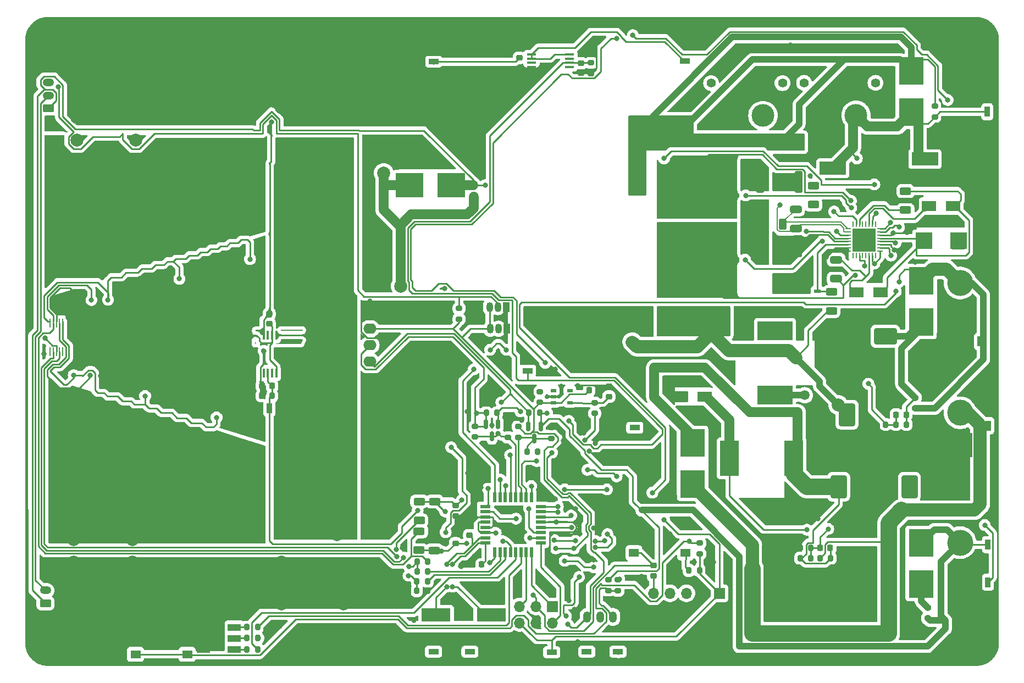
<source format=gtl>
G04 #@! TF.GenerationSoftware,KiCad,Pcbnew,7.0.1*
G04 #@! TF.CreationDate,2023-09-16T11:04:41-10:00*
G04 #@! TF.ProjectId,rps01,72707330-312e-46b6-9963-61645f706362,1*
G04 #@! TF.SameCoordinates,Original*
G04 #@! TF.FileFunction,Copper,L1,Top*
G04 #@! TF.FilePolarity,Positive*
%FSLAX46Y46*%
G04 Gerber Fmt 4.6, Leading zero omitted, Abs format (unit mm)*
G04 Created by KiCad (PCBNEW 7.0.1) date 2023-09-16 11:04:41*
%MOMM*%
%LPD*%
G01*
G04 APERTURE LIST*
G04 Aperture macros list*
%AMRoundRect*
0 Rectangle with rounded corners*
0 $1 Rounding radius*
0 $2 $3 $4 $5 $6 $7 $8 $9 X,Y pos of 4 corners*
0 Add a 4 corners polygon primitive as box body*
4,1,4,$2,$3,$4,$5,$6,$7,$8,$9,$2,$3,0*
0 Add four circle primitives for the rounded corners*
1,1,$1+$1,$2,$3*
1,1,$1+$1,$4,$5*
1,1,$1+$1,$6,$7*
1,1,$1+$1,$8,$9*
0 Add four rect primitives between the rounded corners*
20,1,$1+$1,$2,$3,$4,$5,0*
20,1,$1+$1,$4,$5,$6,$7,0*
20,1,$1+$1,$6,$7,$8,$9,0*
20,1,$1+$1,$8,$9,$2,$3,0*%
G04 Aperture macros list end*
G04 #@! TA.AperFunction,ComponentPad*
%ADD10R,3.800000X3.800000*%
G04 #@! TD*
G04 #@! TA.AperFunction,ComponentPad*
%ADD11C,4.000000*%
G04 #@! TD*
G04 #@! TA.AperFunction,ComponentPad*
%ADD12RoundRect,1.900000X-1.900000X1.900000X-1.900000X-1.900000X1.900000X-1.900000X1.900000X1.900000X0*%
G04 #@! TD*
G04 #@! TA.AperFunction,ComponentPad*
%ADD13C,7.600000*%
G04 #@! TD*
G04 #@! TA.AperFunction,ComponentPad*
%ADD14R,1.700000X1.700000*%
G04 #@! TD*
G04 #@! TA.AperFunction,ComponentPad*
%ADD15O,1.700000X1.700000*%
G04 #@! TD*
G04 #@! TA.AperFunction,SMDPad,CuDef*
%ADD16R,2.000000X1.100000*%
G04 #@! TD*
G04 #@! TA.AperFunction,SMDPad,CuDef*
%ADD17R,1.600200X0.812800*%
G04 #@! TD*
G04 #@! TA.AperFunction,SMDPad,CuDef*
%ADD18RoundRect,0.225000X0.250000X-0.225000X0.250000X0.225000X-0.250000X0.225000X-0.250000X-0.225000X0*%
G04 #@! TD*
G04 #@! TA.AperFunction,SMDPad,CuDef*
%ADD19RoundRect,0.250000X0.625000X-0.312500X0.625000X0.312500X-0.625000X0.312500X-0.625000X-0.312500X0*%
G04 #@! TD*
G04 #@! TA.AperFunction,ComponentPad*
%ADD20O,2.000000X1.600000*%
G04 #@! TD*
G04 #@! TA.AperFunction,SMDPad,CuDef*
%ADD21RoundRect,0.200000X0.200000X0.275000X-0.200000X0.275000X-0.200000X-0.275000X0.200000X-0.275000X0*%
G04 #@! TD*
G04 #@! TA.AperFunction,SMDPad,CuDef*
%ADD22RoundRect,0.150000X-0.150000X0.587500X-0.150000X-0.587500X0.150000X-0.587500X0.150000X0.587500X0*%
G04 #@! TD*
G04 #@! TA.AperFunction,SMDPad,CuDef*
%ADD23R,0.812800X1.600200*%
G04 #@! TD*
G04 #@! TA.AperFunction,SMDPad,CuDef*
%ADD24RoundRect,0.200000X-0.275000X0.200000X-0.275000X-0.200000X0.275000X-0.200000X0.275000X0.200000X0*%
G04 #@! TD*
G04 #@! TA.AperFunction,SMDPad,CuDef*
%ADD25RoundRect,0.225000X-0.250000X0.225000X-0.250000X-0.225000X0.250000X-0.225000X0.250000X0.225000X0*%
G04 #@! TD*
G04 #@! TA.AperFunction,SMDPad,CuDef*
%ADD26R,4.241800X3.810000*%
G04 #@! TD*
G04 #@! TA.AperFunction,ComponentPad*
%ADD27RoundRect,0.250000X0.625000X-0.350000X0.625000X0.350000X-0.625000X0.350000X-0.625000X-0.350000X0*%
G04 #@! TD*
G04 #@! TA.AperFunction,ComponentPad*
%ADD28O,1.750000X1.200000*%
G04 #@! TD*
G04 #@! TA.AperFunction,SMDPad,CuDef*
%ADD29RoundRect,0.200000X-0.200000X-0.275000X0.200000X-0.275000X0.200000X0.275000X-0.200000X0.275000X0*%
G04 #@! TD*
G04 #@! TA.AperFunction,SMDPad,CuDef*
%ADD30RoundRect,0.250000X-0.362500X-1.425000X0.362500X-1.425000X0.362500X1.425000X-0.362500X1.425000X0*%
G04 #@! TD*
G04 #@! TA.AperFunction,SMDPad,CuDef*
%ADD31RoundRect,0.225000X-0.225000X-0.250000X0.225000X-0.250000X0.225000X0.250000X-0.225000X0.250000X0*%
G04 #@! TD*
G04 #@! TA.AperFunction,SMDPad,CuDef*
%ADD32RoundRect,0.250000X1.000000X-1.500000X1.000000X1.500000X-1.000000X1.500000X-1.000000X-1.500000X0*%
G04 #@! TD*
G04 #@! TA.AperFunction,ComponentPad*
%ADD33R,1.050000X1.500000*%
G04 #@! TD*
G04 #@! TA.AperFunction,ComponentPad*
%ADD34O,1.050000X1.500000*%
G04 #@! TD*
G04 #@! TA.AperFunction,SMDPad,CuDef*
%ADD35R,0.804800X0.249200*%
G04 #@! TD*
G04 #@! TA.AperFunction,SMDPad,CuDef*
%ADD36R,0.249200X0.804800*%
G04 #@! TD*
G04 #@! TA.AperFunction,SMDPad,CuDef*
%ADD37R,3.550000X3.550000*%
G04 #@! TD*
G04 #@! TA.AperFunction,SMDPad,CuDef*
%ADD38R,1.111200X0.600800*%
G04 #@! TD*
G04 #@! TA.AperFunction,SMDPad,CuDef*
%ADD39RoundRect,0.250000X1.500000X1.000000X-1.500000X1.000000X-1.500000X-1.000000X1.500000X-1.000000X0*%
G04 #@! TD*
G04 #@! TA.AperFunction,SMDPad,CuDef*
%ADD40R,2.184400X1.625600*%
G04 #@! TD*
G04 #@! TA.AperFunction,SMDPad,CuDef*
%ADD41R,3.810000X4.241800*%
G04 #@! TD*
G04 #@! TA.AperFunction,SMDPad,CuDef*
%ADD42RoundRect,0.250000X-0.625000X0.312500X-0.625000X-0.312500X0.625000X-0.312500X0.625000X0.312500X0*%
G04 #@! TD*
G04 #@! TA.AperFunction,SMDPad,CuDef*
%ADD43R,0.279400X1.333500*%
G04 #@! TD*
G04 #@! TA.AperFunction,ComponentPad*
%ADD44C,1.400000*%
G04 #@! TD*
G04 #@! TA.AperFunction,ComponentPad*
%ADD45R,3.500000X3.500000*%
G04 #@! TD*
G04 #@! TA.AperFunction,ComponentPad*
%ADD46C,3.500000*%
G04 #@! TD*
G04 #@! TA.AperFunction,ComponentPad*
%ADD47C,0.800000*%
G04 #@! TD*
G04 #@! TA.AperFunction,ComponentPad*
%ADD48C,6.400000*%
G04 #@! TD*
G04 #@! TA.AperFunction,ComponentPad*
%ADD49RoundRect,1.900000X1.900000X-1.900000X1.900000X1.900000X-1.900000X1.900000X-1.900000X-1.900000X0*%
G04 #@! TD*
G04 #@! TA.AperFunction,SMDPad,CuDef*
%ADD50R,1.600000X0.550000*%
G04 #@! TD*
G04 #@! TA.AperFunction,SMDPad,CuDef*
%ADD51R,0.550000X1.600000*%
G04 #@! TD*
G04 #@! TA.AperFunction,SMDPad,CuDef*
%ADD52RoundRect,0.225000X0.225000X0.250000X-0.225000X0.250000X-0.225000X-0.250000X0.225000X-0.250000X0*%
G04 #@! TD*
G04 #@! TA.AperFunction,SMDPad,CuDef*
%ADD53R,0.952500X0.508000*%
G04 #@! TD*
G04 #@! TA.AperFunction,SMDPad,CuDef*
%ADD54R,0.355600X1.473200*%
G04 #@! TD*
G04 #@! TA.AperFunction,SMDPad,CuDef*
%ADD55RoundRect,0.200000X0.275000X-0.200000X0.275000X0.200000X-0.275000X0.200000X-0.275000X-0.200000X0*%
G04 #@! TD*
G04 #@! TA.AperFunction,SMDPad,CuDef*
%ADD56R,2.560396X2.499995*%
G04 #@! TD*
G04 #@! TA.AperFunction,SMDPad,CuDef*
%ADD57R,4.100000X2.000000*%
G04 #@! TD*
G04 #@! TA.AperFunction,SMDPad,CuDef*
%ADD58RoundRect,0.250000X0.650000X-0.325000X0.650000X0.325000X-0.650000X0.325000X-0.650000X-0.325000X0*%
G04 #@! TD*
G04 #@! TA.AperFunction,SMDPad,CuDef*
%ADD59R,4.521200X4.241800*%
G04 #@! TD*
G04 #@! TA.AperFunction,SMDPad,CuDef*
%ADD60RoundRect,0.250000X-0.312500X-0.625000X0.312500X-0.625000X0.312500X0.625000X-0.312500X0.625000X0*%
G04 #@! TD*
G04 #@! TA.AperFunction,SMDPad,CuDef*
%ADD61R,2.895600X5.410200*%
G04 #@! TD*
G04 #@! TA.AperFunction,SMDPad,CuDef*
%ADD62R,1.550000X1.300000*%
G04 #@! TD*
G04 #@! TA.AperFunction,ComponentPad*
%ADD63RoundRect,0.250000X0.350000X0.625000X-0.350000X0.625000X-0.350000X-0.625000X0.350000X-0.625000X0*%
G04 #@! TD*
G04 #@! TA.AperFunction,ComponentPad*
%ADD64O,1.200000X1.750000*%
G04 #@! TD*
G04 #@! TA.AperFunction,SMDPad,CuDef*
%ADD65R,1.473200X0.355600*%
G04 #@! TD*
G04 #@! TA.AperFunction,ComponentPad*
%ADD66R,1.200000X1.200000*%
G04 #@! TD*
G04 #@! TA.AperFunction,ComponentPad*
%ADD67C,1.200000*%
G04 #@! TD*
G04 #@! TA.AperFunction,SMDPad,CuDef*
%ADD68R,4.500000X2.000000*%
G04 #@! TD*
G04 #@! TA.AperFunction,SMDPad,CuDef*
%ADD69R,5.410200X2.895600*%
G04 #@! TD*
G04 #@! TA.AperFunction,ViaPad*
%ADD70C,0.800000*%
G04 #@! TD*
G04 #@! TA.AperFunction,ViaPad*
%ADD71C,1.500000*%
G04 #@! TD*
G04 #@! TA.AperFunction,ViaPad*
%ADD72C,1.000000*%
G04 #@! TD*
G04 #@! TA.AperFunction,ViaPad*
%ADD73C,2.000000*%
G04 #@! TD*
G04 #@! TA.AperFunction,Conductor*
%ADD74C,0.250000*%
G04 #@! TD*
G04 #@! TA.AperFunction,Conductor*
%ADD75C,1.000000*%
G04 #@! TD*
G04 #@! TA.AperFunction,Conductor*
%ADD76C,1.500000*%
G04 #@! TD*
G04 #@! TA.AperFunction,Conductor*
%ADD77C,2.000000*%
G04 #@! TD*
G04 #@! TA.AperFunction,Conductor*
%ADD78C,2.500000*%
G04 #@! TD*
G04 #@! TA.AperFunction,Conductor*
%ADD79C,0.200000*%
G04 #@! TD*
G04 APERTURE END LIST*
D10*
X177899179Y-80200000D03*
D11*
X177899179Y-75200000D03*
D12*
X46349179Y-46176680D03*
D13*
X46349179Y-57176680D03*
D14*
X140824179Y-123001680D03*
D15*
X138284179Y-123001680D03*
X135744179Y-123001680D03*
X133204179Y-123001680D03*
X130664179Y-123001680D03*
D16*
X66124179Y-131651680D03*
X66124179Y-129951680D03*
X66124179Y-128251680D03*
X61324179Y-128251680D03*
X61324179Y-129951680D03*
X61324179Y-131651680D03*
D17*
X96804900Y-132001700D03*
D18*
X100174179Y-115301680D03*
X100174179Y-113751680D03*
D19*
X94599179Y-111776680D03*
X94599179Y-108851680D03*
D20*
X86974179Y-79681680D03*
X86974179Y-82221680D03*
X86974179Y-84761680D03*
X86974179Y-87301680D03*
D21*
X95924179Y-118151680D03*
X94274179Y-118151680D03*
D22*
X113299179Y-97301680D03*
X111399179Y-97301680D03*
X112349179Y-99176680D03*
D23*
X182100000Y-48800000D03*
D18*
X102324179Y-114051680D03*
X102324179Y-112501680D03*
D23*
X182200000Y-115500000D03*
D24*
X114899179Y-97501680D03*
X114899179Y-99151680D03*
D25*
X100224179Y-109501680D03*
X100224179Y-111051680D03*
D26*
X93123779Y-60151680D03*
X99499179Y-60151680D03*
D27*
X37024179Y-124551680D03*
D28*
X37024179Y-122551680D03*
X37024179Y-120551680D03*
D29*
X168000000Y-97000000D03*
X169650000Y-97000000D03*
D30*
X147037500Y-69549998D03*
X152962500Y-69549998D03*
D31*
X156350000Y-116000000D03*
X157900000Y-116000000D03*
D17*
X102400000Y-132000000D03*
D32*
X160500000Y-89000000D03*
X160500000Y-95500000D03*
D24*
X109849179Y-97326680D03*
X109849179Y-98976680D03*
D14*
X115124179Y-125036680D03*
D15*
X115124179Y-127576680D03*
X112584179Y-125036680D03*
X112584179Y-127576680D03*
X110044179Y-125036680D03*
X110044179Y-127576680D03*
D33*
X107974179Y-78901680D03*
D34*
X106704179Y-78901680D03*
X105434179Y-78901680D03*
D29*
X94224179Y-121151680D03*
X95874179Y-121151680D03*
D23*
X182251700Y-97195100D03*
D10*
X177899179Y-120200000D03*
D11*
X177899179Y-115200000D03*
D31*
X120774179Y-91726680D03*
X122324179Y-91726680D03*
D35*
X160695200Y-66800001D03*
X160695200Y-67300000D03*
X160695200Y-67799999D03*
X160695200Y-68300000D03*
X160695200Y-68800000D03*
X160695200Y-69300001D03*
X160695200Y-69800000D03*
X160695200Y-70299999D03*
D36*
X161397601Y-71002400D03*
X161897600Y-71002400D03*
X162397599Y-71002400D03*
X162897600Y-71002400D03*
X163397600Y-71002400D03*
X163897601Y-71002400D03*
X164397600Y-71002400D03*
X164897599Y-71002400D03*
D35*
X165600000Y-70299999D03*
X165600000Y-69800000D03*
X165600000Y-69300001D03*
X165600000Y-68800000D03*
X165600000Y-68300000D03*
X165600000Y-67799999D03*
X165600000Y-67300000D03*
X165600000Y-66800001D03*
D36*
X164897599Y-66097600D03*
X164397600Y-66097600D03*
X163897601Y-66097600D03*
X163397600Y-66097600D03*
X162897600Y-66097600D03*
X162397599Y-66097600D03*
X161897600Y-66097600D03*
X161397601Y-66097600D03*
D37*
X163147600Y-68550000D03*
D38*
X155925000Y-76500000D03*
X152475000Y-76500000D03*
D10*
X177899179Y-100200000D03*
D11*
X177899179Y-95200000D03*
D21*
X95899179Y-119651680D03*
X94249179Y-119651680D03*
D39*
X166400000Y-83400000D03*
X159900000Y-83400000D03*
D23*
X180950000Y-84200000D03*
D40*
X173145800Y-63300000D03*
X176854200Y-63300000D03*
D30*
X147137500Y-59649998D03*
X153062500Y-59649998D03*
D29*
X68049179Y-128226680D03*
X69699179Y-128226680D03*
D41*
X171899179Y-81226680D03*
X171899179Y-74851280D03*
D24*
X108261706Y-97334081D03*
X108261706Y-98984081D03*
X137799179Y-115276680D03*
X137799179Y-116926680D03*
D42*
X169500000Y-61037500D03*
X169500000Y-63962500D03*
D17*
X125200000Y-132000000D03*
D43*
X37698419Y-85806730D03*
X38198799Y-85806730D03*
X38699179Y-85806730D03*
X39199559Y-85806730D03*
X39699939Y-85806730D03*
X39699939Y-81374430D03*
X39199559Y-81374430D03*
X38699179Y-81374430D03*
X38198799Y-81374430D03*
X37698419Y-81374430D03*
D44*
X139549179Y-44400000D03*
X150549179Y-44400000D03*
D45*
X142549179Y-49400000D03*
D46*
X147549179Y-49400000D03*
D47*
X84002944Y-37697056D03*
X84705888Y-36000000D03*
X84705888Y-39394112D03*
X86402944Y-35297056D03*
D48*
X86402944Y-37697056D03*
D47*
X86402944Y-40097056D03*
X88100000Y-36000000D03*
X88100000Y-39394112D03*
X88802944Y-37697056D03*
D29*
X68074179Y-131626680D03*
X69724179Y-131626680D03*
D44*
X153874179Y-44350000D03*
X164874179Y-44350000D03*
D45*
X156874179Y-49350000D03*
D46*
X161874179Y-49350000D03*
D21*
X106574179Y-95201680D03*
X104924179Y-95201680D03*
D49*
X45874179Y-121701680D03*
D13*
X45874179Y-110701680D03*
D24*
X121624179Y-93651680D03*
X121624179Y-95301680D03*
D50*
X104799179Y-109651680D03*
X104799179Y-110451680D03*
X104799179Y-111251680D03*
X104799179Y-112051680D03*
X104799179Y-112851680D03*
X104799179Y-113651680D03*
X104799179Y-114451680D03*
X104799179Y-115251680D03*
D51*
X106249179Y-116701680D03*
X107049179Y-116701680D03*
X107849179Y-116701680D03*
X108649179Y-116701680D03*
X109449179Y-116701680D03*
X110249179Y-116701680D03*
X111049179Y-116701680D03*
X111849179Y-116701680D03*
D50*
X113299179Y-115251680D03*
X113299179Y-114451680D03*
X113299179Y-113651680D03*
X113299179Y-112851680D03*
X113299179Y-112051680D03*
X113299179Y-111251680D03*
X113299179Y-110451680D03*
X113299179Y-109651680D03*
D51*
X111849179Y-108201680D03*
X111049179Y-108201680D03*
X110249179Y-108201680D03*
X109449179Y-108201680D03*
X108649179Y-108201680D03*
X107849179Y-108201680D03*
X107049179Y-108201680D03*
X106249179Y-108201680D03*
D21*
X112849179Y-101201680D03*
X111199179Y-101201680D03*
D25*
X130674179Y-118751680D03*
X130674179Y-120301680D03*
D52*
X104224179Y-118576680D03*
X102674179Y-118576680D03*
D47*
X85000000Y-130797056D03*
X85702944Y-129100000D03*
X85702944Y-132494112D03*
X87400000Y-128397056D03*
D48*
X87400000Y-130797056D03*
D47*
X87400000Y-133197056D03*
X89097056Y-129100000D03*
X89097056Y-132494112D03*
X89800000Y-130797056D03*
D17*
X115004900Y-132101700D03*
D53*
X115249179Y-91751678D03*
X115249179Y-92701679D03*
X115249179Y-93651680D03*
X117801879Y-93651680D03*
X117801879Y-91751678D03*
D18*
X71500000Y-81500000D03*
X71500000Y-79950000D03*
D54*
X72574178Y-83230680D03*
X71924180Y-83230680D03*
X71274178Y-83230680D03*
X70624180Y-83230680D03*
X70624180Y-89072680D03*
X71274178Y-89072680D03*
X71924180Y-89072680D03*
X72574178Y-89072680D03*
D17*
X135524179Y-41001680D03*
D55*
X123724179Y-122576680D03*
X123724179Y-120926680D03*
D24*
X171000000Y-92850000D03*
X171000000Y-94500000D03*
D31*
X168050000Y-95500000D03*
X169600000Y-95500000D03*
D56*
X172327806Y-68700000D03*
X177672194Y-68700000D03*
D23*
X71516101Y-94490025D03*
D42*
X96974179Y-108864180D03*
X96974179Y-111789180D03*
D24*
X125199179Y-120951680D03*
X125199179Y-122601680D03*
D55*
X102999179Y-61901680D03*
X102999179Y-60251680D03*
D47*
X35002944Y-130797056D03*
X35705888Y-129100000D03*
X35705888Y-132494112D03*
X37402944Y-128397056D03*
D48*
X37402944Y-130797056D03*
D47*
X37402944Y-133197056D03*
X39100000Y-129100000D03*
X39100000Y-132494112D03*
X39802944Y-130797056D03*
D55*
X100724179Y-80751680D03*
X100724179Y-79101680D03*
D57*
X172500000Y-56100000D03*
X181200000Y-56100000D03*
D41*
X171899179Y-115226680D03*
X171899179Y-121602080D03*
D42*
X155300000Y-60200000D03*
X155300000Y-63125000D03*
D17*
X127800000Y-97500000D03*
D19*
X96899179Y-116426680D03*
X96899179Y-113501680D03*
D24*
X103199179Y-97276680D03*
X103199179Y-98926680D03*
D27*
X37449179Y-48301680D03*
D28*
X37449179Y-46301680D03*
X37449179Y-44301680D03*
D58*
X158800000Y-74550000D03*
X158800000Y-71600000D03*
D29*
X68074179Y-129926680D03*
X69724179Y-129926680D03*
X164800000Y-97000000D03*
X166450000Y-97000000D03*
X153275000Y-116000000D03*
X154925000Y-116000000D03*
D55*
X172900000Y-126850000D03*
X172900000Y-125200000D03*
D58*
X152600000Y-66775000D03*
X152600000Y-63825000D03*
D32*
X170100000Y-106600000D03*
X170100000Y-100100000D03*
D59*
X134900000Y-70149998D03*
X134900000Y-60000000D03*
D29*
X94224179Y-122626680D03*
X95874179Y-122626680D03*
D49*
X78124179Y-121301680D03*
D13*
X78124179Y-110301680D03*
D21*
X113149179Y-95151680D03*
X111499179Y-95151680D03*
D17*
X96824179Y-41101680D03*
D47*
X35000000Y-37700000D03*
X35702944Y-36002944D03*
X35702944Y-39397056D03*
X37400000Y-35300000D03*
D48*
X37400000Y-37700000D03*
D47*
X37400000Y-40100000D03*
X39097056Y-36002944D03*
X39097056Y-39397056D03*
X39800000Y-37700000D03*
D18*
X123824179Y-92701680D03*
X123824179Y-91151680D03*
D12*
X78399179Y-46276680D03*
D13*
X78399179Y-57276680D03*
D55*
X113199179Y-93576680D03*
X113199179Y-91926680D03*
D19*
X158100000Y-79500000D03*
X158100000Y-76575000D03*
D40*
X161931600Y-76600000D03*
X165640000Y-76600000D03*
D17*
X109304900Y-132101700D03*
D25*
X119474179Y-41326680D03*
X119474179Y-42876680D03*
D57*
X167000000Y-57500000D03*
X158300000Y-57500000D03*
D23*
X42298300Y-84704900D03*
D40*
X138554200Y-92700000D03*
X134845800Y-92700000D03*
D60*
X147700000Y-66100000D03*
X150625000Y-66100000D03*
D61*
X142394000Y-102200000D03*
X152300000Y-102200000D03*
D62*
X127649179Y-112276680D03*
X135609179Y-112276680D03*
X127649179Y-116776680D03*
X135609179Y-116776680D03*
D47*
X178000000Y-130802944D03*
X178702944Y-129105888D03*
X178702944Y-132500000D03*
X180400000Y-128402944D03*
D48*
X180400000Y-130802944D03*
D47*
X180400000Y-133202944D03*
X182097056Y-129105888D03*
X182097056Y-132500000D03*
X182800000Y-130802944D03*
X178000000Y-37700000D03*
X178702944Y-36002944D03*
X178702944Y-39397056D03*
X180400000Y-35300000D03*
D48*
X180400000Y-37700000D03*
D47*
X180400000Y-40100000D03*
X182097056Y-36002944D03*
X182097056Y-39397056D03*
X182800000Y-37700000D03*
D41*
X136700000Y-99800000D03*
X136700000Y-106175400D03*
D42*
X94574179Y-113451680D03*
X94574179Y-116376680D03*
D63*
X126449179Y-126651680D03*
D64*
X124449179Y-126651680D03*
X122449179Y-126651680D03*
X120449179Y-126651680D03*
D29*
X70299179Y-92576680D03*
X71949179Y-92576680D03*
D22*
X106749179Y-96976680D03*
X104849179Y-96976680D03*
X105799179Y-98851680D03*
D17*
X120400000Y-132000000D03*
D21*
X154925000Y-117600000D03*
X153275000Y-117600000D03*
D32*
X159200000Y-106600000D03*
X159200000Y-100100000D03*
D29*
X136124179Y-119476680D03*
X137774179Y-119476680D03*
D65*
X111878179Y-39976681D03*
X111878179Y-40626679D03*
X111878179Y-41276681D03*
X111878179Y-41926679D03*
X117720179Y-41926679D03*
X117720179Y-41276681D03*
X117720179Y-40626679D03*
X117720179Y-39976681D03*
D17*
X111300000Y-88700000D03*
D66*
X127408150Y-84300000D03*
D67*
X123908150Y-84300000D03*
D55*
X121049179Y-42926680D03*
X121049179Y-41276680D03*
D24*
X174000000Y-47950000D03*
X174000000Y-49600000D03*
D68*
X97199179Y-126326680D03*
X105699179Y-126326680D03*
D23*
X182200000Y-121300000D03*
D62*
X50889179Y-127901680D03*
X58849179Y-127901680D03*
X50889179Y-132401680D03*
X58849179Y-132401680D03*
D41*
X170400000Y-42524600D03*
X170400000Y-48900000D03*
D25*
X110000000Y-40500000D03*
X110000000Y-42050000D03*
D21*
X157950000Y-117600000D03*
X156300000Y-117600000D03*
D52*
X71924179Y-91051680D03*
X70374179Y-91051680D03*
D69*
X149407900Y-92453000D03*
X149407900Y-82547000D03*
D33*
X108074179Y-82251680D03*
D34*
X106804179Y-82251680D03*
X105534179Y-82251680D03*
D70*
X133000000Y-90500000D03*
D71*
X154000000Y-92500000D03*
X149500000Y-82500000D03*
D72*
X59400000Y-42200000D03*
D70*
X154800000Y-58700000D03*
D72*
X158900000Y-124200000D03*
D70*
X118974179Y-91026680D03*
X89699179Y-84626680D03*
X169900000Y-128200000D03*
X121424179Y-112926680D03*
D73*
X73900000Y-42700000D03*
D72*
X58400000Y-121700000D03*
D73*
X73400000Y-118200000D03*
X82900000Y-124675500D03*
D70*
X136000000Y-48000000D03*
D72*
X159900000Y-100200000D03*
X64400000Y-118700000D03*
D73*
X41400000Y-118200000D03*
D70*
X170000000Y-69500000D03*
X107224179Y-122001680D03*
X106000000Y-93800000D03*
X107000000Y-100000000D03*
X154800000Y-72750000D03*
X177100000Y-66200000D03*
X101299179Y-126226680D03*
D72*
X155900000Y-121200000D03*
X162900000Y-100200000D03*
X62900000Y-124700000D03*
D70*
X111499179Y-92476680D03*
D71*
X173000000Y-87500000D03*
D70*
X167600000Y-67500000D03*
X115500000Y-108500000D03*
D72*
X59400000Y-48200000D03*
X158900000Y-119700000D03*
D70*
X108136325Y-96388826D03*
X113049179Y-107401680D03*
X101049179Y-118901680D03*
D73*
X73400000Y-48200000D03*
D70*
X75900000Y-129200000D03*
X136949179Y-118176680D03*
X156000000Y-111500000D03*
X115500000Y-88500000D03*
D72*
X161400000Y-100200000D03*
D73*
X50900000Y-42200000D03*
D72*
X59900000Y-118700000D03*
X152900000Y-121200000D03*
D70*
X152500000Y-70300000D03*
X102000000Y-95000000D03*
X132874179Y-115801680D03*
X167800000Y-70100000D03*
X86899179Y-48926680D03*
D72*
X63900000Y-48200000D03*
X61400000Y-121700000D03*
D70*
X119899179Y-98276680D03*
X161000000Y-82900000D03*
D72*
X165900000Y-101700000D03*
X62900000Y-121700000D03*
X57900000Y-45200000D03*
X62400000Y-45200000D03*
D70*
X87749179Y-119101680D03*
D72*
X157400000Y-121200000D03*
X154400000Y-124200000D03*
D70*
X121474179Y-117851680D03*
X119000000Y-130500000D03*
D72*
X157400000Y-119700000D03*
X155900000Y-125700000D03*
X61400000Y-118700000D03*
D70*
X128799179Y-120401680D03*
D72*
X155900000Y-122700000D03*
D70*
X114974179Y-123001680D03*
X147900000Y-110100000D03*
X94199179Y-98576680D03*
X139900000Y-118200000D03*
D72*
X62400000Y-42200000D03*
D70*
X88924179Y-108176680D03*
D72*
X57900000Y-48200000D03*
D73*
X83024679Y-118998458D03*
D72*
X57900000Y-42200000D03*
D70*
X100224179Y-91126680D03*
X158400000Y-62800000D03*
X108000000Y-87500000D03*
X115424179Y-118501680D03*
X73100000Y-128100000D03*
D73*
X82874679Y-49327180D03*
X41900000Y-42200000D03*
D72*
X62400000Y-48200000D03*
D70*
X118824179Y-103901680D03*
D72*
X164400000Y-100200000D03*
D70*
X118649179Y-110001680D03*
D72*
X152900000Y-119700000D03*
D70*
X70624179Y-85651680D03*
D72*
X157400000Y-122700000D03*
D70*
X130224179Y-115801680D03*
D73*
X82900000Y-42700000D03*
D70*
X110399179Y-96326680D03*
X70424179Y-82776680D03*
D72*
X158900000Y-122700000D03*
D73*
X73400000Y-124675500D03*
D70*
X36924179Y-83651680D03*
D72*
X63900000Y-42200000D03*
D70*
X116774179Y-99451680D03*
X96374179Y-84951680D03*
D72*
X59400000Y-45200000D03*
X59900000Y-124700000D03*
D70*
X119574179Y-94926680D03*
X105224179Y-122976680D03*
D72*
X60900000Y-42200000D03*
D70*
X157300000Y-71200000D03*
X116500000Y-91100000D03*
X102049179Y-104451680D03*
X89524179Y-89451680D03*
D72*
X158900000Y-125700000D03*
D70*
X120799179Y-101126680D03*
X122924179Y-96201680D03*
D72*
X64400000Y-124700000D03*
X60900000Y-48200000D03*
X154400000Y-125700000D03*
D70*
X133200000Y-113900000D03*
D72*
X59900000Y-121700000D03*
D70*
X154500000Y-80500000D03*
D72*
X154400000Y-119700000D03*
D70*
X135600000Y-112300000D03*
D72*
X152900000Y-125700000D03*
D70*
X149500000Y-112000000D03*
X37974179Y-51151680D03*
X109000000Y-114600000D03*
D72*
X157400000Y-124200000D03*
D70*
X87024179Y-78001680D03*
X177800000Y-68400000D03*
X105800000Y-97100000D03*
X169700000Y-67400000D03*
D72*
X155900000Y-124200000D03*
D73*
X50900000Y-49700000D03*
D70*
X92024179Y-116026680D03*
D72*
X159900000Y-101700000D03*
X155900000Y-119700000D03*
D70*
X34599179Y-80376680D03*
X118500000Y-125500000D03*
X104124179Y-106651680D03*
D73*
X41400000Y-125700000D03*
X50400000Y-125700000D03*
D70*
X115724179Y-112051680D03*
X86599179Y-64151680D03*
D72*
X58400000Y-118700000D03*
D70*
X113000000Y-88500000D03*
D72*
X63900000Y-45200000D03*
D70*
X149000000Y-114500000D03*
D73*
X41900000Y-49700000D03*
D70*
X98500000Y-76000000D03*
X102549179Y-79901680D03*
D72*
X64400000Y-121700000D03*
D70*
X171000000Y-72000000D03*
X118500000Y-88500000D03*
D72*
X158900000Y-121200000D03*
X162900000Y-101700000D03*
X62900000Y-118700000D03*
D70*
X117674179Y-124101680D03*
X121500000Y-37500000D03*
D72*
X165900000Y-100200000D03*
D70*
X71833550Y-50427444D03*
D72*
X60900000Y-45200000D03*
X61400000Y-124700000D03*
D70*
X93774179Y-127201680D03*
D72*
X154400000Y-121200000D03*
X58400000Y-124700000D03*
D70*
X155100000Y-121600000D03*
D73*
X50400000Y-118200000D03*
D70*
X152500000Y-60000000D03*
D72*
X164400000Y-101700000D03*
X161400000Y-101700000D03*
X152900000Y-124200000D03*
D70*
X103124179Y-117276680D03*
X89874179Y-114001680D03*
D72*
X154400000Y-122700000D03*
D70*
X121724179Y-99951680D03*
D72*
X157400000Y-125700000D03*
D70*
X109699179Y-122176680D03*
X151800000Y-38500000D03*
D72*
X152900000Y-122700000D03*
D70*
X63375098Y-95901600D03*
X41375098Y-89401600D03*
X52375098Y-92601600D03*
X46650098Y-77776600D03*
X68525098Y-71526600D03*
X57650098Y-74551600D03*
X111849179Y-106500000D03*
X94348506Y-110276680D03*
X115624179Y-116101680D03*
X132300000Y-111700000D03*
X123599179Y-113901680D03*
X104749179Y-60126680D03*
X118449179Y-116101680D03*
X121724500Y-115949502D03*
X121600000Y-93700000D03*
X127800000Y-97500000D03*
D73*
X145900000Y-119200000D03*
D70*
X125399179Y-120826680D03*
X157600000Y-113100000D03*
X172900000Y-63500000D03*
X98849179Y-118526680D03*
X98849179Y-121976680D03*
X99724179Y-118526680D03*
X99724179Y-121976680D03*
X107099179Y-105501680D03*
X107874179Y-106451680D03*
X112124179Y-123251680D03*
X108603603Y-101708317D03*
X135649179Y-116726680D03*
X127499179Y-116701680D03*
X135100000Y-60500000D03*
X135100000Y-59500000D03*
X134100000Y-58500000D03*
X133100000Y-60500000D03*
X135100000Y-61500000D03*
X134100000Y-61500000D03*
X136100000Y-58500000D03*
X136100000Y-59500000D03*
X167200000Y-65900000D03*
X133100000Y-61500000D03*
X161081802Y-62518198D03*
X134100000Y-60500000D03*
X135100000Y-58500000D03*
X136100000Y-61500000D03*
X133100000Y-59500000D03*
X133100000Y-58500000D03*
X136100000Y-60500000D03*
X134100000Y-59500000D03*
D72*
X75400000Y-96200000D03*
X81400000Y-93200000D03*
D73*
X159125500Y-93975000D03*
D72*
X81400000Y-90200000D03*
D70*
X138200000Y-82300000D03*
D72*
X80400000Y-84700000D03*
X78400000Y-103700000D03*
X78400000Y-64200000D03*
X81400000Y-105200000D03*
X75400000Y-91700000D03*
X81400000Y-96200000D03*
D73*
X74400000Y-54200000D03*
D72*
X78400000Y-93200000D03*
X75400000Y-73700000D03*
X77400000Y-81700000D03*
X75400000Y-62700000D03*
X81400000Y-72200000D03*
D70*
X135399179Y-40976680D03*
D72*
X81400000Y-65700000D03*
X81400000Y-73700000D03*
X75400000Y-76700000D03*
X81400000Y-94700000D03*
X75400000Y-102200000D03*
D73*
X81900000Y-113952180D03*
D70*
X141200000Y-82300000D03*
D72*
X75400000Y-72200000D03*
D73*
X73900000Y-107200000D03*
D72*
X81400000Y-62700000D03*
X78400000Y-91700000D03*
D70*
X170200000Y-106700000D03*
D72*
X78400000Y-100700000D03*
D70*
X140200000Y-79300000D03*
D72*
X83400000Y-83200000D03*
X77400000Y-84700000D03*
X75400000Y-94700000D03*
D70*
X96849179Y-41126680D03*
D72*
X75400000Y-70700000D03*
X78400000Y-75200000D03*
X81400000Y-102200000D03*
X75400000Y-99200000D03*
D70*
X141200000Y-80300000D03*
X141200000Y-81300000D03*
X140200000Y-81300000D03*
D72*
X77400000Y-83200000D03*
X80400000Y-81700000D03*
D73*
X82400000Y-54200000D03*
D70*
X139200000Y-79300000D03*
D72*
X81400000Y-75200000D03*
X83400000Y-86200000D03*
D70*
X140200000Y-80300000D03*
D73*
X82400000Y-60700000D03*
D72*
X78400000Y-102200000D03*
X78400000Y-94700000D03*
X81400000Y-103700000D03*
X78400000Y-90200000D03*
D73*
X82400000Y-107200000D03*
D72*
X78400000Y-73700000D03*
X83400000Y-81700000D03*
X83400000Y-84700000D03*
X78400000Y-65700000D03*
X75400000Y-67200000D03*
X75400000Y-103700000D03*
X78400000Y-76700000D03*
D70*
X140200000Y-82300000D03*
D72*
X81400000Y-68700000D03*
X75400000Y-100700000D03*
X78400000Y-67200000D03*
X83400000Y-80200000D03*
D70*
X168500000Y-66600000D03*
D72*
X81400000Y-67200000D03*
D70*
X139200000Y-80300000D03*
D72*
X81400000Y-100700000D03*
X75400000Y-93200000D03*
X81400000Y-91700000D03*
X78400000Y-96200000D03*
X77400000Y-86200000D03*
D73*
X73900000Y-113700000D03*
D72*
X80400000Y-86200000D03*
X78400000Y-62700000D03*
X78400000Y-72200000D03*
X81400000Y-70700000D03*
D70*
X139200000Y-82300000D03*
D72*
X78400000Y-68700000D03*
X75400000Y-64200000D03*
X75400000Y-90200000D03*
X80400000Y-83200000D03*
X81400000Y-99200000D03*
X77400000Y-80200000D03*
X81400000Y-64200000D03*
D70*
X138200000Y-79300000D03*
D72*
X75400000Y-105200000D03*
X81400000Y-76700000D03*
X75400000Y-68700000D03*
D70*
X138200000Y-81300000D03*
D72*
X78400000Y-105200000D03*
X80400000Y-80200000D03*
X75400000Y-75200000D03*
X78400000Y-99200000D03*
D70*
X181700000Y-112500000D03*
X141200000Y-79300000D03*
X138200000Y-80300000D03*
D72*
X75400000Y-65700000D03*
D70*
X139200000Y-81300000D03*
D73*
X74400000Y-60700000D03*
D72*
X78400000Y-70700000D03*
D70*
X150200000Y-63200000D03*
X96700000Y-132000000D03*
X101900000Y-115300000D03*
X115949179Y-110526680D03*
X98000000Y-116500000D03*
X98600000Y-110400000D03*
X102400000Y-132000000D03*
X101174179Y-108601680D03*
X115949179Y-109626680D03*
X112674179Y-102626680D03*
X117624179Y-96426680D03*
X114274179Y-95226680D03*
X110186124Y-94975424D03*
X168000000Y-76500000D03*
X107500000Y-115000000D03*
X117000000Y-118000000D03*
X130500000Y-107500000D03*
X121500000Y-119000000D03*
X168500000Y-75000000D03*
X114000000Y-87500000D03*
X125000000Y-37500000D03*
X111500000Y-110000000D03*
X176000000Y-47000000D03*
X117000000Y-107000000D03*
X123500000Y-107000000D03*
X127500000Y-37000000D03*
X125000000Y-105000000D03*
X120500000Y-104000000D03*
X118000000Y-111000000D03*
D73*
X50400000Y-114700000D03*
D72*
X68900000Y-107700000D03*
X65900000Y-104700000D03*
X65900000Y-103200000D03*
X57900000Y-101200000D03*
X43900000Y-101200000D03*
X51900000Y-102700000D03*
D73*
X41400000Y-106700000D03*
D72*
X68900000Y-103200000D03*
X51900000Y-101200000D03*
X57900000Y-98200000D03*
D73*
X41400000Y-114700000D03*
D72*
X54900000Y-101200000D03*
X57900000Y-104200000D03*
X43900000Y-96700000D03*
X46900000Y-101200000D03*
X54900000Y-104200000D03*
X40900000Y-95200000D03*
X43900000Y-99700000D03*
X65900000Y-101700000D03*
D70*
X66749179Y-112751680D03*
D72*
X40900000Y-96700000D03*
X57900000Y-99700000D03*
X57900000Y-102700000D03*
D73*
X50400000Y-106700000D03*
D72*
X51900000Y-98200000D03*
X46900000Y-96700000D03*
X46900000Y-98200000D03*
X65900000Y-106200000D03*
X68900000Y-106200000D03*
X62900000Y-104700000D03*
X62900000Y-106200000D03*
X54900000Y-98200000D03*
X40900000Y-98200000D03*
X43900000Y-95200000D03*
X65900000Y-107700000D03*
X51900000Y-104200000D03*
D70*
X91049179Y-116276680D03*
D72*
X46900000Y-99700000D03*
X68900000Y-101700000D03*
X54900000Y-99700000D03*
X62900000Y-103200000D03*
D70*
X43925098Y-89376600D03*
D72*
X46900000Y-95200000D03*
X62900000Y-101700000D03*
X40900000Y-99700000D03*
X54900000Y-102700000D03*
X62900000Y-107700000D03*
X43900000Y-98200000D03*
X68900000Y-104700000D03*
X51900000Y-99700000D03*
X40900000Y-101200000D03*
D70*
X105500000Y-85500000D03*
X170900000Y-122200000D03*
X108000000Y-85500000D03*
X103000000Y-88500000D03*
D72*
X40900000Y-65700000D03*
X68900000Y-62700000D03*
X58400000Y-65700000D03*
X40900000Y-71700000D03*
X62900000Y-64200000D03*
D73*
X50900000Y-61200000D03*
D72*
X65900000Y-59700000D03*
X46900000Y-68700000D03*
X68900000Y-65700000D03*
X40900000Y-67200000D03*
D73*
X41900000Y-61200000D03*
D72*
X46900000Y-65700000D03*
X43900000Y-67200000D03*
X55400000Y-65700000D03*
X62900000Y-62700000D03*
X52400000Y-65700000D03*
X65900000Y-65700000D03*
X43900000Y-68700000D03*
X46900000Y-70200000D03*
X55400000Y-68700000D03*
X43900000Y-70200000D03*
X65900000Y-61200000D03*
X52400000Y-64200000D03*
X40900000Y-70200000D03*
X58400000Y-68700000D03*
X46900000Y-71700000D03*
X65900000Y-62700000D03*
X55400000Y-64200000D03*
X52400000Y-67200000D03*
X62900000Y-65700000D03*
X58400000Y-62700000D03*
D70*
X44100098Y-77826600D03*
D72*
X55400000Y-62700000D03*
X62900000Y-61200000D03*
X43900000Y-71700000D03*
X58400000Y-67200000D03*
X62900000Y-59700000D03*
X43900000Y-65700000D03*
X55400000Y-67200000D03*
X65900000Y-64200000D03*
X68900000Y-59700000D03*
X46900000Y-67200000D03*
X40900000Y-68700000D03*
X52400000Y-68700000D03*
D73*
X41900000Y-53200000D03*
D72*
X58400000Y-64200000D03*
D73*
X50900000Y-53200000D03*
D72*
X68900000Y-64200000D03*
X68900000Y-61200000D03*
X52400000Y-62700000D03*
D70*
X119224500Y-120500000D03*
X125300000Y-132100000D03*
X117200000Y-126500000D03*
X103449179Y-95226680D03*
X115049179Y-101326680D03*
X120400000Y-132000000D03*
X112800000Y-101300000D03*
X107249179Y-93601680D03*
X117500000Y-127800000D03*
X158500000Y-64200000D03*
X105474179Y-118276680D03*
X99500000Y-100500000D03*
X98674179Y-113600000D03*
X38974179Y-45001680D03*
X158900000Y-67200000D03*
X163775000Y-90725000D03*
X113199179Y-91951680D03*
X106749179Y-98376680D03*
D73*
X166400000Y-83400000D03*
D70*
X135200000Y-71800000D03*
X136200000Y-71800000D03*
X164700000Y-72200000D03*
X134200000Y-68800000D03*
X134200000Y-71800000D03*
X135200000Y-68800000D03*
X141400000Y-75200000D03*
X136200000Y-70800000D03*
X133200000Y-71800000D03*
X133200000Y-70800000D03*
X134200000Y-70800000D03*
X136200000Y-69800000D03*
X135200000Y-70800000D03*
X133200000Y-68800000D03*
X134200000Y-69800000D03*
X136200000Y-68800000D03*
X133200000Y-69800000D03*
X135200000Y-69800000D03*
X161750000Y-74000000D03*
D72*
X49400000Y-84700000D03*
X60400000Y-84700000D03*
D70*
X42500000Y-80000000D03*
X53500000Y-77500000D03*
X64500000Y-74500000D03*
X36799179Y-86076680D03*
X62500000Y-75000000D03*
X56000000Y-93500000D03*
D72*
X52400000Y-84700000D03*
D70*
X67725098Y-83301600D03*
D72*
X63400000Y-84700000D03*
D70*
X60000000Y-90000000D03*
D72*
X66400000Y-86200000D03*
X55400000Y-83200000D03*
D70*
X69000000Y-92500000D03*
D72*
X66400000Y-83200000D03*
D70*
X69500000Y-96000000D03*
X45500000Y-86000000D03*
X47500000Y-89500000D03*
X58500000Y-93500000D03*
D72*
X52400000Y-81700000D03*
X60400000Y-86200000D03*
X66400000Y-84700000D03*
D70*
X48000000Y-87000000D03*
X56000000Y-89000000D03*
X67500000Y-92500000D03*
D72*
X49400000Y-86200000D03*
X60400000Y-81700000D03*
X52400000Y-86200000D03*
D70*
X51500000Y-77500000D03*
X53500000Y-74000000D03*
D72*
X63400000Y-81700000D03*
X55400000Y-81700000D03*
X55400000Y-84700000D03*
D70*
X64500000Y-71000000D03*
D72*
X55400000Y-86200000D03*
D70*
X45500000Y-89500000D03*
D72*
X63400000Y-83200000D03*
X60400000Y-83200000D03*
X63400000Y-86200000D03*
X49400000Y-83200000D03*
X49400000Y-81700000D03*
D70*
X40500000Y-78000000D03*
X51500000Y-74500000D03*
X40500000Y-80500000D03*
X41550098Y-77751600D03*
X62500000Y-71500000D03*
D72*
X52400000Y-83200000D03*
D70*
X67500000Y-96500000D03*
D72*
X66400000Y-81700000D03*
D70*
X105174179Y-106900000D03*
X69849179Y-129876680D03*
X118649179Y-114926680D03*
X136174179Y-115001680D03*
X123173679Y-114900000D03*
X115399179Y-114801680D03*
X109500000Y-111500000D03*
X121724679Y-114950000D03*
X155300000Y-60300000D03*
X162000000Y-56000000D03*
X130600000Y-52600000D03*
X130600000Y-51600000D03*
X129600000Y-52600000D03*
X130600000Y-50600000D03*
X127600000Y-52600000D03*
X128600000Y-51600000D03*
X127600000Y-53600000D03*
X127600000Y-50600000D03*
X153000000Y-53500000D03*
X128600000Y-50600000D03*
X129600000Y-50600000D03*
X129600000Y-51600000D03*
X127600000Y-51600000D03*
X129600000Y-53600000D03*
X128600000Y-53600000D03*
X130600000Y-53600000D03*
X128600000Y-52600000D03*
X147100000Y-56600000D03*
X147000000Y-66100000D03*
X148000000Y-64100000D03*
X145700000Y-59800000D03*
X147100000Y-58600000D03*
X148000000Y-65100000D03*
X147100000Y-57600000D03*
X146000000Y-66100000D03*
X145000000Y-65100000D03*
X147000000Y-64100000D03*
X147100000Y-59600000D03*
X146000000Y-63100000D03*
X146000000Y-65100000D03*
X147000000Y-63100000D03*
X146000000Y-64100000D03*
X148000000Y-63100000D03*
X145700000Y-56700000D03*
X145000000Y-64100000D03*
X147000000Y-65100000D03*
X148000000Y-66100000D03*
X145000000Y-63100000D03*
X145000000Y-66100000D03*
X154300000Y-113200000D03*
X144800000Y-71600000D03*
X156668885Y-68755713D03*
X167275000Y-70975000D03*
X132300000Y-56000000D03*
X164700000Y-60000000D03*
X164999293Y-64403399D03*
X154200000Y-67200000D03*
X155400000Y-63100000D03*
X92974179Y-118851680D03*
X92124179Y-117501680D03*
X91124179Y-117376680D03*
X92949179Y-120301680D03*
D73*
X89124179Y-58226680D03*
X91724179Y-75676680D03*
D70*
X106374179Y-113701680D03*
X111649179Y-114451680D03*
X118049179Y-112851680D03*
X120122364Y-99377676D03*
X163173101Y-72600000D03*
X167975500Y-69024500D03*
X144900000Y-61700000D03*
X161139006Y-63600000D03*
D74*
X161400000Y-55400000D02*
X161400000Y-54400000D01*
X162000000Y-56000000D02*
X161400000Y-55400000D01*
X116800000Y-126100000D02*
X117200000Y-126500000D01*
X116873320Y-124826680D02*
X116800000Y-124900000D01*
X118174484Y-124826680D02*
X116873320Y-124826680D01*
X118500000Y-121224500D02*
X118500000Y-124501164D01*
X116800000Y-124900000D02*
X116800000Y-126100000D01*
X119224500Y-120500000D02*
X118500000Y-121224500D01*
X118500000Y-124501164D02*
X118174484Y-124826680D01*
X120924179Y-126176680D02*
X120449179Y-126651680D01*
X120924179Y-121872822D02*
X120924179Y-126176680D01*
X123000000Y-119797001D02*
X120924179Y-121872822D01*
X123000000Y-118050554D02*
X123000000Y-119797001D01*
X121623948Y-116674502D02*
X123000000Y-118050554D01*
X121424195Y-116674502D02*
X121623948Y-116674502D01*
X121000000Y-116250307D02*
X121424195Y-116674502D01*
X121000000Y-113527806D02*
X121000000Y-116250307D01*
X120699179Y-113226985D02*
X121000000Y-113527806D01*
X120699179Y-112626375D02*
X120699179Y-113226985D01*
X121000000Y-112325554D02*
X120699179Y-112626375D01*
X117809200Y-107500000D02*
X121000000Y-110690800D01*
X117525305Y-107500000D02*
X117809200Y-107500000D01*
X117300305Y-107725000D02*
X117525305Y-107500000D01*
X116699695Y-107725000D02*
X117300305Y-107725000D01*
X114299179Y-102076680D02*
X114299179Y-105324484D01*
X114299179Y-105324484D02*
X116699695Y-107725000D01*
X115049179Y-101326680D02*
X114299179Y-102076680D01*
X121000000Y-110690800D02*
X121000000Y-112325554D01*
X124563604Y-90200000D02*
X111300000Y-90200000D01*
X132050000Y-97686396D02*
X124563604Y-90200000D01*
X132050000Y-98450000D02*
X132050000Y-97686396D01*
X130397324Y-100102676D02*
X132050000Y-98450000D01*
X122598488Y-100102676D02*
X130397324Y-100102676D01*
X121423874Y-100676680D02*
X122024484Y-100676680D01*
X120999179Y-100102676D02*
X120999179Y-100251985D01*
X122024484Y-100676680D02*
X122598488Y-100102676D01*
X118224179Y-98504796D02*
X119822059Y-100102676D01*
X120999179Y-100251985D02*
X121423874Y-100676680D01*
X118224179Y-97026680D02*
X118224179Y-98504796D01*
X119822059Y-100102676D02*
X120999179Y-100102676D01*
X117624179Y-96426680D02*
X118224179Y-97026680D01*
X132500000Y-105500000D02*
X130500000Y-107500000D01*
X132500000Y-97500000D02*
X132500000Y-105500000D01*
X124750000Y-89750000D02*
X132500000Y-97500000D01*
X117750000Y-89750000D02*
X124750000Y-89750000D01*
X116225000Y-88225000D02*
X117750000Y-89750000D01*
X115800305Y-87775000D02*
X116225000Y-88199695D01*
X115775000Y-87775000D02*
X115800305Y-87775000D01*
X110018198Y-78481802D02*
X110018198Y-82018198D01*
X110018198Y-82018198D02*
X115775000Y-87775000D01*
X153838173Y-78125000D02*
X110375000Y-78125000D01*
X168000000Y-76715478D02*
X166253651Y-78461827D01*
X154175000Y-78461827D02*
X153838173Y-78125000D01*
X110375000Y-78125000D02*
X110018198Y-78481802D01*
X168000000Y-76500000D02*
X168000000Y-76715478D01*
X116225000Y-88199695D02*
X116225000Y-88225000D01*
X166253651Y-78461827D02*
X154175000Y-78461827D01*
X164300000Y-91250000D02*
X163775000Y-90725000D01*
X164300000Y-94700000D02*
X164300000Y-91250000D01*
X166450000Y-96850000D02*
X164300000Y-94700000D01*
X166450000Y-97000000D02*
X166450000Y-96850000D01*
X169600000Y-94250000D02*
X171000000Y-92850000D01*
X169600000Y-95500000D02*
X169600000Y-94250000D01*
D75*
X168900000Y-85227501D02*
X168900000Y-90750000D01*
X168900000Y-90750000D02*
X171000000Y-92850000D01*
X179700000Y-75200000D02*
X177899179Y-75200000D01*
X181500000Y-87000000D02*
X181500000Y-77000000D01*
X181500000Y-77000000D02*
X179700000Y-75200000D01*
X174000000Y-94500000D02*
X181500000Y-87000000D01*
X171000000Y-94500000D02*
X174000000Y-94500000D01*
X149454900Y-92500000D02*
X149407900Y-92453000D01*
X154000000Y-92500000D02*
X149454900Y-92500000D01*
D76*
X130800000Y-88200000D02*
X138602000Y-88200000D01*
X138602000Y-88200000D02*
X145502800Y-95100800D01*
X130800000Y-92815986D02*
X130800000Y-88200000D01*
X136700000Y-98715986D02*
X130800000Y-92815986D01*
X145502800Y-95100800D02*
X152899200Y-95100800D01*
D77*
X136700000Y-99800000D02*
X136700000Y-98715986D01*
D76*
X152899200Y-95100800D02*
X152899200Y-101600800D01*
D74*
X121524179Y-90926680D02*
X122324179Y-91726680D01*
X105649179Y-112851680D02*
X104799179Y-112851680D01*
X154737498Y-67775000D02*
X152962500Y-69549998D01*
X121049179Y-42926680D02*
X121849179Y-42126680D01*
X70700000Y-82500859D02*
X70424179Y-82776680D01*
X152850002Y-59649998D02*
X152500000Y-60000000D01*
X103574179Y-111251680D02*
X104799179Y-111251680D01*
X70374179Y-91051680D02*
X70121380Y-90798881D01*
X71799179Y-50461815D02*
X71799179Y-56476680D01*
X102674179Y-118576680D02*
X102674179Y-117726680D01*
X88709179Y-83636680D02*
X86584179Y-83636680D01*
X71574179Y-56701680D02*
X71574179Y-79875821D01*
X105924179Y-112576680D02*
X105649179Y-112851680D01*
X167250500Y-69550500D02*
X167800000Y-70100000D01*
X118974179Y-91026680D02*
X119074179Y-90926680D01*
X70624180Y-82976681D02*
X70424179Y-82776680D01*
X38699179Y-84850660D02*
X38699179Y-85806730D01*
X118349484Y-113576680D02*
X118774179Y-113151985D01*
X71574179Y-79875821D02*
X71500000Y-79950000D01*
X104799179Y-111251680D02*
X100424179Y-111251680D01*
X70399179Y-87901680D02*
X70599179Y-87701680D01*
X105924179Y-111326680D02*
X105924179Y-112576680D01*
X71799179Y-56476680D02*
X71574179Y-56701680D01*
X113299179Y-112051680D02*
X115724179Y-112051680D01*
X89699179Y-84626680D02*
X88709179Y-83636680D01*
X114674179Y-114226680D02*
X115324179Y-113576680D01*
X70374179Y-91051680D02*
X70374179Y-92501680D01*
X115324179Y-113576680D02*
X118349484Y-113576680D01*
X100424179Y-111251680D02*
X100224179Y-111051680D01*
X165600000Y-69300001D02*
X167250500Y-69300001D01*
X157500305Y-67775000D02*
X154737498Y-67775000D01*
X105849179Y-111251680D02*
X105924179Y-111326680D01*
X158525305Y-68800000D02*
X157500305Y-67775000D01*
X118274484Y-112051680D02*
X115724179Y-112051680D01*
X167800000Y-70100000D02*
X168000000Y-69900000D01*
X158700000Y-69800000D02*
X157300000Y-71200000D01*
X160695200Y-69800000D02*
X158700000Y-69800000D01*
X114674179Y-117751680D02*
X114674179Y-114226680D01*
X118774179Y-112551375D02*
X118274484Y-112051680D01*
X167600000Y-67500000D02*
X169600000Y-67500000D01*
X169700000Y-67400000D02*
X170900000Y-66200000D01*
X70624180Y-83230680D02*
X70624180Y-82976681D01*
X36924179Y-83651680D02*
X38087479Y-84814980D01*
X121849179Y-42126680D02*
X121849179Y-37849179D01*
X70624180Y-80825820D02*
X71500000Y-79950000D01*
X121849179Y-37849179D02*
X121500000Y-37500000D01*
X70624179Y-85651680D02*
X70599179Y-85626680D01*
X115424179Y-118501680D02*
X114674179Y-117751680D01*
X165600000Y-67799999D02*
X167300001Y-67799999D01*
X85649179Y-81006680D02*
X86974179Y-79681680D01*
X71833550Y-50427444D02*
X71799179Y-50461815D01*
D75*
X177899179Y-82600821D02*
X177899179Y-80200000D01*
D74*
X118774179Y-113151985D02*
X118774179Y-112551375D01*
X70121380Y-88179479D02*
X70399179Y-87901680D01*
X153062500Y-59649998D02*
X152850002Y-59649998D01*
X111754858Y-42050000D02*
X111878179Y-41926679D01*
X38087479Y-84814980D02*
X38663499Y-84814980D01*
X119074179Y-90926680D02*
X121524179Y-90926680D01*
X158525305Y-68800000D02*
X160695200Y-68800000D01*
X102674179Y-117726680D02*
X103124179Y-117276680D01*
X86584179Y-83636680D02*
X85649179Y-82701680D01*
X70599179Y-87701680D02*
X70624179Y-85651680D01*
X110000000Y-42050000D02*
X111754858Y-42050000D01*
X102324179Y-112501680D02*
X103574179Y-111251680D01*
X170900000Y-66200000D02*
X177100000Y-66200000D01*
X167300001Y-67799999D02*
X167600000Y-67500000D01*
X169600000Y-67500000D02*
X169700000Y-67400000D01*
D75*
X173000000Y-87500000D02*
X177899179Y-82600821D01*
D74*
X85649179Y-82701680D02*
X85649179Y-81006680D01*
X104799179Y-111251680D02*
X105849179Y-111251680D01*
X70374179Y-92501680D02*
X70299179Y-92576680D01*
X70624180Y-83230680D02*
X70624180Y-80825820D01*
X167250500Y-69300001D02*
X167250500Y-69550500D01*
X59199179Y-128251680D02*
X58849179Y-127901680D01*
X70121380Y-90798881D02*
X70121380Y-88179479D01*
X38663499Y-84814980D02*
X38699179Y-84850660D01*
X54824179Y-95201680D02*
X54124179Y-94501680D01*
X40615558Y-84806663D02*
X40615558Y-86822536D01*
X50700098Y-93902599D02*
X50224179Y-93426680D01*
X43624259Y-88651600D02*
X42749179Y-89526680D01*
X46024179Y-92126680D02*
X45049179Y-92126680D01*
X42624099Y-89401600D02*
X41375098Y-89401600D01*
X39287412Y-88150682D02*
X38357247Y-88150682D01*
X41375098Y-89801600D02*
X41375098Y-89401600D01*
X57299179Y-96001680D02*
X56499179Y-95201680D01*
X39700858Y-83891963D02*
X40615558Y-84806663D01*
X38357247Y-88150682D02*
X37725098Y-88782831D01*
X63375098Y-95901600D02*
X63375098Y-96925761D01*
X61749179Y-97401680D02*
X61099179Y-96751680D01*
X52375098Y-93902599D02*
X50700098Y-93902599D01*
X44650098Y-91727599D02*
X44650098Y-89076295D01*
X52974179Y-94501680D02*
X52375098Y-93902599D01*
X63375098Y-96925761D02*
X62899179Y-97401680D01*
X44650098Y-89076295D02*
X44225403Y-88651600D01*
X39700858Y-81110450D02*
X39700858Y-83891963D01*
X48149179Y-92676680D02*
X46574179Y-92676680D01*
X61099179Y-96751680D02*
X59499179Y-96751680D01*
X48899179Y-93426680D02*
X48149179Y-92676680D01*
X40615558Y-86822536D02*
X39287412Y-88150682D01*
X42749179Y-89526680D02*
X42624099Y-89401600D01*
X59499179Y-96751680D02*
X58749179Y-96001680D01*
X54124179Y-94501680D02*
X52974179Y-94501680D01*
X39818867Y-90876600D02*
X40300098Y-90876600D01*
X46574179Y-92676680D02*
X46024179Y-92126680D01*
X52375098Y-93902599D02*
X52375098Y-92601600D01*
X50224179Y-93426680D02*
X48899179Y-93426680D01*
X37725098Y-88782831D02*
X39818867Y-90876600D01*
X44225403Y-88651600D02*
X43624259Y-88651600D01*
X58749179Y-96001680D02*
X57299179Y-96001680D01*
X56499179Y-95201680D02*
X54824179Y-95201680D01*
X45049179Y-92126680D02*
X44650098Y-91727599D01*
X62899179Y-97401680D02*
X61749179Y-97401680D01*
X40300098Y-90876600D02*
X41375098Y-89801600D01*
X55824179Y-71851680D02*
X56724179Y-71851680D01*
X36825098Y-77101600D02*
X38850098Y-75076600D01*
X46650098Y-77776600D02*
X46650098Y-74825761D01*
X56724179Y-71851680D02*
X57650098Y-72777599D01*
X51899179Y-72976680D02*
X53374179Y-72976680D01*
X58599179Y-71476680D02*
X59149179Y-70926680D01*
X68124179Y-68526680D02*
X68525098Y-68927599D01*
X63549179Y-69926680D02*
X63949179Y-69526680D01*
X46675098Y-76701600D02*
X46675098Y-77751600D01*
X62424179Y-69926680D02*
X63549179Y-69926680D01*
X59149179Y-70926680D02*
X60399179Y-70926680D01*
X49424179Y-73626680D02*
X51249179Y-73626680D01*
X51249179Y-73626680D02*
X51899179Y-72976680D01*
X53374179Y-72976680D02*
X53949179Y-72401680D01*
X45050098Y-75076600D02*
X46675098Y-76701600D01*
X64949179Y-69526680D02*
X65424179Y-69051680D01*
X55274179Y-72401680D02*
X55824179Y-71851680D01*
X61924179Y-70426680D02*
X62424179Y-69926680D01*
X57099179Y-71476680D02*
X58599179Y-71476680D01*
X53949179Y-72401680D02*
X55274179Y-72401680D01*
X46650098Y-74825761D02*
X47149179Y-74326680D01*
X37416248Y-81110450D02*
X36825098Y-80519300D01*
X48724179Y-74326680D02*
X49424179Y-73626680D01*
X46675098Y-77751600D02*
X46650098Y-77776600D01*
X67174179Y-68526680D02*
X68124179Y-68526680D01*
X56724179Y-71851680D02*
X57099179Y-71476680D01*
X38850098Y-75076600D02*
X45050098Y-75076600D01*
X68525098Y-68927599D02*
X68525098Y-71526600D01*
X36825098Y-80519300D02*
X36825098Y-77101600D01*
X66649179Y-69051680D02*
X67174179Y-68526680D01*
X60399179Y-70926680D02*
X60899179Y-70426680D01*
X65424179Y-69051680D02*
X66649179Y-69051680D01*
X63949179Y-69526680D02*
X64949179Y-69526680D01*
X57650098Y-72777599D02*
X57650098Y-74551600D01*
X47149179Y-74326680D02*
X48724179Y-74326680D01*
X60899179Y-70426680D02*
X61924179Y-70426680D01*
X37699338Y-81110450D02*
X37416248Y-81110450D01*
X71924179Y-92426680D02*
X71924179Y-91051680D01*
X91924179Y-112701007D02*
X91924179Y-113676680D01*
X111849179Y-106500000D02*
X111849179Y-108201680D01*
X90224179Y-115376680D02*
X72324179Y-115376680D01*
X94348506Y-110276680D02*
X91924179Y-112701007D01*
X71516101Y-92834758D02*
X71924179Y-92426680D01*
X91924179Y-113676680D02*
X90224179Y-115376680D01*
X72299179Y-115401680D02*
X71974179Y-115401680D01*
X71274178Y-90401679D02*
X71274178Y-89072680D01*
X71974179Y-115401680D02*
X71516101Y-114943602D01*
X71924179Y-91051680D02*
X71274178Y-90401679D01*
X71516101Y-114943602D02*
X71516101Y-92834758D01*
X72324179Y-115376680D02*
X72299179Y-115401680D01*
X36774179Y-43376680D02*
X38374484Y-43376680D01*
X111995930Y-98114180D02*
X111745930Y-98364180D01*
X34999179Y-109902386D02*
X34999179Y-83278583D01*
X86974179Y-82221680D02*
X99786641Y-82221680D01*
X132300000Y-111700000D02*
X134501680Y-113901680D01*
X95315357Y-51701680D02*
X102999179Y-59385502D01*
X115974179Y-99501680D02*
X115974179Y-99009218D01*
X137774179Y-119951680D02*
X137774179Y-119476680D01*
X69060575Y-51651680D02*
X70074179Y-51651680D01*
X38649179Y-47101680D02*
X37449179Y-48301680D01*
X35799179Y-82478583D02*
X35799179Y-46368532D01*
X110890448Y-98367949D02*
X109849179Y-97326680D01*
X105534179Y-82251680D02*
X102474179Y-82251680D01*
X115004900Y-130231580D02*
X115000000Y-130226680D01*
X115624179Y-116101680D02*
X118499484Y-116101680D01*
X113849179Y-105510880D02*
X113849179Y-100951680D01*
X114300000Y-93651680D02*
X113274179Y-93651680D01*
X38649179Y-45918532D02*
X38649179Y-47101680D01*
X102999179Y-60251680D02*
X102899179Y-60151680D01*
X36249179Y-43901680D02*
X36774179Y-43376680D01*
X140824179Y-115416680D02*
X140824179Y-123001680D01*
X115974179Y-99009218D02*
X115391641Y-98426680D01*
X112695930Y-98114180D02*
X111995930Y-98114180D01*
X100724179Y-80751680D02*
X100724179Y-81284142D01*
X37024179Y-124551680D02*
X35024179Y-122551680D01*
X102999179Y-59385502D02*
X102999179Y-60251680D01*
X41649179Y-51526680D02*
X68935575Y-51526680D01*
X112224179Y-94659218D02*
X112224179Y-97885931D01*
X120500000Y-110827196D02*
X117672804Y-108000000D01*
X39649179Y-49526680D02*
X41649179Y-51526680D01*
X111669179Y-129201680D02*
X111674179Y-129201680D01*
X112699179Y-130226680D02*
X115000000Y-130226680D01*
X134174179Y-129651680D02*
X140824179Y-123001680D01*
X70074179Y-50525821D02*
X71833550Y-48766450D01*
X113849179Y-100951680D02*
X114399179Y-100401680D01*
X35024179Y-122551680D02*
X35024179Y-109927386D01*
X73049179Y-51651680D02*
X73074179Y-51676680D01*
X38374484Y-43376680D02*
X39699179Y-44701375D01*
X118499484Y-116101680D02*
X120500000Y-114101164D01*
X113008430Y-98426680D02*
X112695930Y-98114180D01*
X120249179Y-113413381D02*
X120249179Y-112439979D01*
X116513299Y-108175000D02*
X113849179Y-105510880D01*
X105434179Y-78901680D02*
X105434179Y-82151680D01*
X102474179Y-82251680D02*
X101145410Y-83580449D01*
X110044179Y-127576680D02*
X111669179Y-129201680D01*
X111745930Y-98364180D02*
X110886679Y-98364180D01*
X123601662Y-115949502D02*
X121724500Y-115949502D01*
X123599179Y-113901680D02*
X124274179Y-114576680D01*
X111674179Y-129201680D02*
X112699179Y-130226680D01*
X137799179Y-119451680D02*
X137774179Y-119476680D01*
X36249179Y-44684828D02*
X36249179Y-43901680D01*
X124274179Y-115276985D02*
X123601662Y-115949502D01*
X112224179Y-94551680D02*
X112224179Y-94659218D01*
X115000000Y-130226680D02*
X115575000Y-129651680D01*
X115249179Y-93651680D02*
X114300000Y-93651680D01*
X104749179Y-60126680D02*
X102049179Y-60126680D01*
X117486701Y-108175000D02*
X116513299Y-108175000D01*
X124274179Y-114576680D02*
X124274179Y-115276985D01*
X100724179Y-81284142D02*
X99786641Y-82221680D01*
X85299179Y-51676680D02*
X85324179Y-51701680D01*
X117661701Y-108000000D02*
X117486701Y-108175000D01*
X110886679Y-98364180D02*
X109849179Y-97326680D01*
X85324179Y-51701680D02*
X95315357Y-51701680D01*
X112224179Y-97885931D02*
X111742161Y-98367949D01*
X99786641Y-82221680D02*
X101145410Y-83580449D01*
X115074179Y-100401680D02*
X115974179Y-99501680D01*
X115004900Y-132101700D02*
X115004900Y-130231580D01*
X117742631Y-92330678D02*
X116421629Y-93651680D01*
X120774179Y-91726680D02*
X120170181Y-92330678D01*
X115575000Y-129651680D02*
X134174179Y-129651680D01*
X120500000Y-113664202D02*
X120249179Y-113413381D01*
X101145410Y-83580449D02*
X112224179Y-94659218D01*
X35799179Y-46368532D02*
X36791031Y-45376680D01*
X134501680Y-113901680D02*
X139309179Y-113901680D01*
X35024179Y-109927386D02*
X34999179Y-109902386D01*
X38107327Y-45376680D02*
X38649179Y-45918532D01*
X73074179Y-51676680D02*
X85299179Y-51676680D01*
X117672804Y-108000000D02*
X117661701Y-108000000D01*
X71833550Y-48766450D02*
X73049179Y-49982079D01*
X120249179Y-112439979D02*
X120500000Y-112189158D01*
X115391641Y-98426680D02*
X113008430Y-98426680D01*
X120500000Y-112189158D02*
X120500000Y-110827196D01*
X36791031Y-45376680D02*
X38107327Y-45376680D01*
X68935575Y-51526680D02*
X69060575Y-51651680D01*
D76*
X102899179Y-60151680D02*
X99499179Y-60151680D01*
D74*
X113274179Y-93651680D02*
X113199179Y-93576680D01*
X140824179Y-123001680D02*
X137774179Y-119951680D01*
X39699179Y-44701375D02*
X39699179Y-49476680D01*
X36941031Y-45376680D02*
X36249179Y-44684828D01*
X70074179Y-51651680D02*
X70074179Y-50525821D01*
X114399179Y-100401680D02*
X115074179Y-100401680D01*
X120500000Y-114101164D02*
X120500000Y-113664202D01*
X34999179Y-83278583D02*
X35799179Y-82478583D01*
X111742161Y-98367949D02*
X110890448Y-98367949D01*
X120170181Y-92330678D02*
X117742631Y-92330678D01*
X116421629Y-93651680D02*
X114300000Y-93651680D01*
X113199179Y-93576680D02*
X112224179Y-94551680D01*
X137799179Y-116926680D02*
X137799179Y-119451680D01*
X39699179Y-49476680D02*
X39649179Y-49526680D01*
X38107327Y-45376680D02*
X36941031Y-45376680D01*
X139309179Y-113901680D02*
X140824179Y-115416680D01*
X73049179Y-49982079D02*
X73049179Y-51651680D01*
X123824179Y-92701680D02*
X122874179Y-93651680D01*
X121624179Y-93651680D02*
X121600000Y-93700000D01*
X121600000Y-93700000D02*
X117801879Y-93651680D01*
X122874179Y-93651680D02*
X121624179Y-93651680D01*
D77*
X177899179Y-95200000D02*
X179099179Y-95200000D01*
X180100000Y-110200000D02*
X168900000Y-110200000D01*
X181000000Y-97100821D02*
X181000000Y-109300000D01*
D78*
X166900000Y-112200000D02*
X166900000Y-115100000D01*
X168900000Y-110200000D02*
X166900000Y-112200000D01*
D74*
X157125000Y-115522183D02*
X157547183Y-115100000D01*
D77*
X136700000Y-106391300D02*
X145900000Y-115591300D01*
D78*
X166900000Y-129200000D02*
X145900000Y-129200000D01*
X145900000Y-129200000D02*
X145900000Y-119200000D01*
D74*
X156300000Y-117600000D02*
X157125000Y-116775000D01*
D77*
X181000000Y-109300000D02*
X180100000Y-110200000D01*
D74*
X157125000Y-116775000D02*
X157125000Y-115522183D01*
X136700000Y-106175400D02*
X136700000Y-106391300D01*
D78*
X166900000Y-115100000D02*
X166900000Y-129200000D01*
D77*
X179099179Y-95200000D02*
X181000000Y-97100821D01*
X145900000Y-115591300D02*
X145900000Y-119200000D01*
D74*
X157547183Y-115100000D02*
X166900000Y-115100000D01*
X156350000Y-116000000D02*
X156350000Y-114350000D01*
X154925000Y-117600000D02*
X154925000Y-116000000D01*
X156350000Y-114350000D02*
X157600000Y-113100000D01*
X156350000Y-116000000D02*
X154925000Y-116000000D01*
X163897601Y-64480493D02*
X163897601Y-66097600D01*
X167625305Y-65300000D02*
X166003704Y-63678399D01*
X170943622Y-65300000D02*
X167625305Y-65300000D01*
X172407200Y-64038600D02*
X172205022Y-64038600D01*
X173145800Y-63300000D02*
X172407200Y-64038600D01*
X164699695Y-63678399D02*
X163897601Y-64480493D01*
X172205022Y-64038600D02*
X170943622Y-65300000D01*
X166003704Y-63678399D02*
X164699695Y-63678399D01*
X97199179Y-123626680D02*
X98849179Y-121976680D01*
X98849179Y-118526680D02*
X98849179Y-118376375D01*
X100373874Y-116851680D02*
X101474179Y-116851680D01*
X101474179Y-116851680D02*
X102249179Y-116076680D01*
X103874179Y-114451680D02*
X104799179Y-114451680D01*
X102724179Y-114451680D02*
X102724179Y-115601680D01*
X97199179Y-126326680D02*
X97199179Y-123626680D01*
X98849179Y-118376375D02*
X100373874Y-116851680D01*
X102724179Y-115601680D02*
X102249179Y-116076680D01*
X102249179Y-116076680D02*
X103874179Y-114451680D01*
X102324179Y-114051680D02*
X102724179Y-114451680D01*
X101660575Y-117301680D02*
X103710575Y-115251680D01*
X104799179Y-118001680D02*
X104799179Y-115251680D01*
X105699179Y-126326680D02*
X104849179Y-126326680D01*
X103710575Y-115251680D02*
X104799179Y-115251680D01*
X100949179Y-117301680D02*
X101660575Y-117301680D01*
X104224179Y-118576680D02*
X104799179Y-118001680D01*
X99724179Y-118526680D02*
X100949179Y-117301680D01*
X100499179Y-121976680D02*
X99724179Y-121976680D01*
X104849179Y-126326680D02*
X100499179Y-121976680D01*
X107049179Y-105551680D02*
X107049179Y-108201680D01*
X107099179Y-105501680D02*
X107049179Y-105551680D01*
X111049179Y-124031680D02*
X110044179Y-125036680D01*
X111049179Y-116701680D02*
X111049179Y-124031680D01*
X113299179Y-118976680D02*
X113299179Y-115251680D01*
X115124179Y-127576680D02*
X116299179Y-126401680D01*
X116299179Y-121976680D02*
X113299179Y-118976680D01*
X116299179Y-126401680D02*
X116299179Y-121976680D01*
X111849179Y-121761680D02*
X115124179Y-125036680D01*
X111849179Y-116701680D02*
X111849179Y-121761680D01*
X107849179Y-106476680D02*
X107874179Y-106451680D01*
X107849179Y-108201680D02*
X107849179Y-106476680D01*
X127724179Y-116776680D02*
X128699179Y-116776680D01*
X114637478Y-128751680D02*
X113949179Y-128063381D01*
X135609179Y-118961680D02*
X135649179Y-116726680D01*
X119949179Y-128751680D02*
X114637478Y-128751680D01*
X136124179Y-119476680D02*
X135609179Y-118961680D01*
X127574179Y-116776680D02*
X127499179Y-116701680D01*
X121374179Y-127326680D02*
X119949179Y-128751680D01*
X130674179Y-118751680D02*
X124681717Y-118751680D01*
X128699179Y-116776680D02*
X130674179Y-118751680D01*
X113949179Y-126401680D02*
X112584179Y-125036680D01*
X124681717Y-118751680D02*
X121374179Y-122059218D01*
X121374179Y-122059218D02*
X121374179Y-127326680D01*
X127499179Y-116701680D02*
X127724179Y-116776680D01*
X108603603Y-101708317D02*
X108649179Y-101753893D01*
X112584179Y-125036680D02*
X112584179Y-123711680D01*
X108649179Y-101753893D02*
X108649179Y-108201680D01*
X127649179Y-116776680D02*
X127574179Y-116776680D01*
X135649179Y-116726680D02*
X135609179Y-116776680D01*
X112584179Y-123711680D02*
X112124179Y-123251680D01*
X113949179Y-128063381D02*
X113949179Y-126401680D01*
X154000000Y-57986825D02*
X153663173Y-57649998D01*
X160806802Y-62518198D02*
X160806802Y-62243198D01*
X159813604Y-61250000D02*
X154000000Y-61250000D01*
X161081802Y-62518198D02*
X160806802Y-62518198D01*
X154000000Y-61250000D02*
X154000000Y-57986825D01*
X147431802Y-55400000D02*
X139200000Y-55400000D01*
X139200000Y-55400000D02*
X136100000Y-58500000D01*
X160806802Y-62243198D02*
X159813604Y-61250000D01*
X149681800Y-57649998D02*
X147431802Y-55400000D01*
X166299999Y-66800001D02*
X167200000Y-65900000D01*
X165600000Y-66800001D02*
X166299999Y-66800001D01*
X153663173Y-57649998D02*
X149681800Y-57649998D01*
X154500000Y-84800000D02*
X152600000Y-86700000D01*
X182931400Y-120568600D02*
X182200000Y-121300000D01*
X111878179Y-39976681D02*
X112903180Y-38951680D01*
X181700000Y-112500000D02*
X182931400Y-113731400D01*
X111878179Y-40626679D02*
X114774179Y-40626679D01*
X168500000Y-66600000D02*
X168200000Y-66300000D01*
D75*
X156250000Y-90350000D02*
X152600000Y-86700000D01*
D74*
X114774179Y-40626679D02*
X115424178Y-39976681D01*
D77*
X137500000Y-85000000D02*
X139600000Y-82900000D01*
D74*
X72574178Y-83230680D02*
X77369320Y-83230680D01*
X167500305Y-66625000D02*
X167111396Y-66625000D01*
X121000000Y-36500000D02*
X125025305Y-36500000D01*
X167825305Y-66300000D02*
X167500305Y-66625000D01*
X125725000Y-37199695D02*
X125725000Y-37263751D01*
X77369320Y-83230680D02*
X77400000Y-83200000D01*
D77*
X128108150Y-85000000D02*
X137500000Y-85000000D01*
D74*
X125725000Y-37263751D02*
X126461249Y-38000000D01*
X154500000Y-82500000D02*
X154500000Y-84800000D01*
X126461249Y-38000000D02*
X132422499Y-38000000D01*
D75*
X159125500Y-93975000D02*
X156250000Y-91099500D01*
D77*
X151500000Y-85600000D02*
X142300000Y-85600000D01*
D74*
X96824179Y-41101680D02*
X109398320Y-41101680D01*
X125025305Y-36500000D02*
X125725000Y-37199695D01*
D75*
X156250000Y-91099500D02*
X156250000Y-90350000D01*
D74*
X167111396Y-66625000D02*
X166436396Y-67300000D01*
X112903180Y-38951680D02*
X118548320Y-38951680D01*
X118548320Y-38951680D02*
X121000000Y-36500000D01*
D77*
X127408150Y-84300000D02*
X128108150Y-85000000D01*
D74*
X157500000Y-79500000D02*
X154500000Y-82500000D01*
X115424178Y-39976681D02*
X117720179Y-39976681D01*
D77*
X142300000Y-85600000D02*
X139600000Y-82900000D01*
D74*
X111878179Y-39976681D02*
X111878179Y-40626679D01*
D77*
X152600000Y-86700000D02*
X151500000Y-85600000D01*
D74*
X182931400Y-113731400D02*
X182931400Y-120568600D01*
X132422499Y-38000000D02*
X135399179Y-40976680D01*
X168200000Y-66300000D02*
X167825305Y-66300000D01*
X166436396Y-67300000D02*
X165600000Y-67300000D01*
X109398320Y-41101680D02*
X110000000Y-40500000D01*
X158100000Y-79500000D02*
X157500000Y-79500000D01*
D77*
X139600000Y-82900000D02*
X139600000Y-80800000D01*
D74*
X157150000Y-118400000D02*
X154075000Y-118400000D01*
D78*
X152300000Y-102200000D02*
X152300000Y-104600000D01*
D74*
X154075000Y-118400000D02*
X153275000Y-117600000D01*
X155200000Y-113325305D02*
X159200000Y-109325305D01*
X153275000Y-117600000D02*
X153500000Y-117600000D01*
D78*
X154300000Y-106600000D02*
X159200000Y-106600000D01*
D74*
X157950000Y-117600000D02*
X157150000Y-118400000D01*
X153500000Y-117600000D02*
X154200000Y-116900000D01*
X159200000Y-109325305D02*
X159200000Y-106600000D01*
X155200000Y-115200000D02*
X155200000Y-113325305D01*
X154507538Y-115200000D02*
X155200000Y-115200000D01*
X154200000Y-115507538D02*
X154507538Y-115200000D01*
D78*
X152300000Y-104600000D02*
X154300000Y-106600000D01*
D74*
X157950000Y-116050000D02*
X157900000Y-116000000D01*
X154200000Y-116900000D02*
X154200000Y-115507538D01*
X157950000Y-117600000D02*
X157950000Y-116050000D01*
D79*
X160068199Y-67300000D02*
X160695200Y-67300000D01*
X149762500Y-63637500D02*
X150200000Y-63200000D01*
X149762500Y-66962500D02*
X149762500Y-63637500D01*
X153175000Y-66200000D02*
X159434314Y-66200000D01*
X152600000Y-66775000D02*
X153175000Y-66200000D01*
X159434314Y-66200000D02*
X159992800Y-66758486D01*
X152100000Y-67275000D02*
X150075000Y-67275000D01*
X150075000Y-67275000D02*
X149762500Y-66962500D01*
X159992800Y-66758486D02*
X159992800Y-67224601D01*
X152600000Y-66775000D02*
X152100000Y-67275000D01*
X159992800Y-67224601D02*
X160068199Y-67300000D01*
X160600001Y-66800001D02*
X159600000Y-65800000D01*
X160695200Y-66800001D02*
X160600001Y-66800001D01*
X150625000Y-65800000D02*
X152600000Y-63825000D01*
X159600000Y-65800000D02*
X150925000Y-65800000D01*
X150925000Y-65800000D02*
X150625000Y-66100000D01*
X150625000Y-66100000D02*
X150625000Y-65800000D01*
D74*
X98073320Y-116426680D02*
X99049179Y-116426680D01*
X100175859Y-115300000D02*
X100174179Y-115301680D01*
X97926680Y-116426680D02*
X98000000Y-116500000D01*
X115874179Y-110451680D02*
X115949179Y-110526680D01*
X101900000Y-115300000D02*
X100175859Y-115300000D01*
X96849179Y-116376680D02*
X96899179Y-116426680D01*
X94574179Y-116376680D02*
X96849179Y-116376680D01*
X98000000Y-116500000D02*
X98073320Y-116426680D01*
X113299179Y-110451680D02*
X115874179Y-110451680D01*
X96899179Y-116426680D02*
X97926680Y-116426680D01*
X99049179Y-116426680D02*
X100174179Y-115301680D01*
X113299179Y-109651680D02*
X115924179Y-109651680D01*
X101174179Y-108601680D02*
X101124179Y-108601680D01*
X96974179Y-108864180D02*
X99586679Y-108864180D01*
X115924179Y-109651680D02*
X115949179Y-109626680D01*
X99586679Y-108864180D02*
X100224179Y-109501680D01*
X98509999Y-110400000D02*
X96974179Y-108864180D01*
X94599179Y-108851680D02*
X96961679Y-108851680D01*
X98600000Y-110400000D02*
X98509999Y-110400000D01*
X101124179Y-108601680D02*
X100224179Y-109501680D01*
X96961679Y-108851680D02*
X96974179Y-108864180D01*
X119524179Y-41276680D02*
X119474179Y-41326680D01*
X93819459Y-65726680D02*
X102444459Y-65726680D01*
X93049179Y-75127847D02*
X92799179Y-74877847D01*
X119424180Y-41276681D02*
X119474179Y-41326680D01*
X110822499Y-102626680D02*
X112674179Y-102626680D01*
X108924179Y-85924179D02*
X108924179Y-77926680D01*
X92987346Y-76287346D02*
X93049179Y-76225513D01*
X109500000Y-89800000D02*
X109500000Y-86500000D01*
X109500000Y-86500000D02*
X108924179Y-85924179D01*
X105474179Y-62696960D02*
X105474179Y-52536081D01*
X116733579Y-41276681D02*
X117720179Y-41276681D01*
X111049179Y-106915284D02*
X110349179Y-106215284D01*
X92799179Y-66746960D02*
X93819459Y-65726680D01*
X106815575Y-77826680D02*
X105815575Y-76826680D01*
X105815575Y-76826680D02*
X93526680Y-76826680D01*
X92799179Y-74877847D02*
X92799179Y-66746960D01*
X111300000Y-88700000D02*
X111300000Y-90200000D01*
X93049179Y-76225513D02*
X93049179Y-75127847D01*
X109900000Y-90200000D02*
X109500000Y-89800000D01*
X93526680Y-76826680D02*
X92987346Y-76287346D01*
X108924179Y-77926680D02*
X108824179Y-77826680D01*
X110349179Y-103100000D02*
X110822499Y-102626680D01*
X110349179Y-106215284D02*
X110349179Y-103100000D01*
X102444459Y-65726680D02*
X105474179Y-62696960D01*
X108824179Y-77826680D02*
X106815575Y-77826680D01*
X111300000Y-90200000D02*
X109900000Y-90200000D01*
X111049179Y-108201680D02*
X111049179Y-106915284D01*
X121049179Y-41276680D02*
X119524179Y-41276680D01*
X105474179Y-52536081D02*
X116733579Y-41276681D01*
X117720179Y-41276681D02*
X119424180Y-41276681D01*
X127500000Y-105000000D02*
X126500000Y-104000000D01*
X131499179Y-112884218D02*
X127500000Y-108885039D01*
X120074179Y-101051680D02*
X117774179Y-98751680D01*
D75*
X173250000Y-127200000D02*
X175674179Y-127200000D01*
D74*
X182200000Y-115500000D02*
X178199179Y-115500000D01*
X107349179Y-94426680D02*
X109637380Y-94426680D01*
X109637380Y-94426680D02*
X110186124Y-94975424D01*
X131499179Y-119179497D02*
X131499179Y-112884218D01*
X125124179Y-119526680D02*
X131151996Y-119526680D01*
D75*
X173925859Y-113200000D02*
X171899179Y-115226680D01*
X143900000Y-131200000D02*
X172900000Y-131200000D01*
D74*
X122647194Y-104000000D02*
X120074179Y-101426985D01*
X113299179Y-95301680D02*
X113149179Y-95151680D01*
D75*
X172900000Y-126850000D02*
X173250000Y-127200000D01*
X177899179Y-115200000D02*
X175899179Y-113200000D01*
X130900000Y-110200000D02*
X128900000Y-110200000D01*
X175899179Y-113200000D02*
X173925859Y-113200000D01*
D74*
X114499179Y-96101680D02*
X113299179Y-97301680D01*
X131151996Y-119526680D02*
X131499179Y-119179497D01*
D75*
X136774225Y-110200000D02*
X130900000Y-110200000D01*
X143900000Y-117856105D02*
X143900000Y-131200000D01*
D74*
X116162783Y-96101680D02*
X114499179Y-96101680D01*
X117774179Y-97713076D02*
X116162783Y-96101680D01*
D75*
X175674179Y-127200000D02*
X175000000Y-126525821D01*
X175674179Y-128425821D02*
X175674179Y-127200000D01*
X175000000Y-118099179D02*
X177899179Y-115200000D01*
D74*
X106749179Y-96976680D02*
X106749179Y-95376680D01*
X106574179Y-95201680D02*
X107349179Y-94426680D01*
D75*
X172900000Y-131200000D02*
X175674179Y-128425821D01*
D74*
X113224179Y-95226680D02*
X113149179Y-95151680D01*
D75*
X143900000Y-117325775D02*
X136774225Y-110200000D01*
D74*
X127500000Y-108885039D02*
X127500000Y-105000000D01*
X113299179Y-97301680D02*
X113299179Y-95301680D01*
X126500000Y-104000000D02*
X122647194Y-104000000D01*
D75*
X175000000Y-126525821D02*
X175000000Y-118099179D01*
D74*
X178199179Y-115500000D02*
X177899179Y-115200000D01*
X117774179Y-98751680D02*
X117774179Y-97713076D01*
D75*
X143900000Y-117856105D02*
X143900000Y-117325775D01*
D74*
X120074179Y-101426985D02*
X120074179Y-101051680D01*
X106749179Y-95376680D02*
X106574179Y-95201680D01*
X123724179Y-120926680D02*
X125124179Y-119526680D01*
X114274179Y-95226680D02*
X113224179Y-95226680D01*
X117000000Y-118000000D02*
X119000000Y-118000000D01*
X108649179Y-116701680D02*
X108649179Y-115651680D01*
X120000000Y-119000000D02*
X121500000Y-119000000D01*
X119000000Y-118000000D02*
X120000000Y-119000000D01*
X107997499Y-115000000D02*
X107500000Y-115000000D01*
X108649179Y-115651680D02*
X107997499Y-115000000D01*
X168500000Y-73984281D02*
X169383601Y-73100680D01*
X168500000Y-75000000D02*
X168500000Y-73984281D01*
D77*
X171899179Y-74851280D02*
X173649779Y-73100680D01*
X173649779Y-73100680D02*
X175799859Y-73100680D01*
X175799859Y-73100680D02*
X177899179Y-75200000D01*
D74*
X169383601Y-73100680D02*
X170148579Y-73100680D01*
X170148579Y-73100680D02*
X171899179Y-74851280D01*
X105924179Y-62883356D02*
X105924179Y-53575821D01*
X174500000Y-41722026D02*
X174500000Y-45500000D01*
X102630855Y-66176680D02*
X105924179Y-62883356D01*
X117000000Y-107000000D02*
X123500000Y-107000000D01*
X93499179Y-74941451D02*
X93249179Y-74691451D01*
X122568198Y-39068198D02*
X124136396Y-37500000D01*
X111500000Y-112902501D02*
X111500000Y-110000000D01*
X93249179Y-74691451D02*
X93249179Y-66933356D01*
X109568198Y-83068198D02*
X109568198Y-77934303D01*
X112249179Y-113651680D02*
X111500000Y-112902501D01*
X128000000Y-37500000D02*
X132558895Y-37500000D01*
X171225000Y-39241726D02*
X171983274Y-40000000D01*
X106123320Y-76376680D02*
X99901985Y-76376680D01*
X121541641Y-43651680D02*
X122568198Y-42625123D01*
X94000000Y-76376680D02*
X93499179Y-75875859D01*
X93249179Y-66933356D02*
X94005855Y-66176680D01*
X169141726Y-36475000D02*
X171225000Y-38558274D01*
X132558895Y-37500000D02*
X135058895Y-40000000D01*
X124136396Y-37500000D02*
X125000000Y-37500000D01*
X99901985Y-76376680D02*
X98800305Y-75275000D01*
X118151680Y-43651680D02*
X121541641Y-43651680D01*
X142458274Y-36475000D02*
X169141726Y-36475000D01*
X97601680Y-75275000D02*
X96500000Y-76376680D01*
X93499179Y-75875859D02*
X93499179Y-74941451D01*
X96500000Y-76376680D02*
X94000000Y-76376680D01*
X117500000Y-43000000D02*
X118151680Y-43651680D01*
X122568198Y-42625123D02*
X122568198Y-39068198D01*
X98800305Y-75275000D02*
X97601680Y-75275000D01*
X171225000Y-38558274D02*
X171225000Y-39241726D01*
X105924179Y-53575821D02*
X116500000Y-43000000D01*
X113299179Y-113651680D02*
X112249179Y-113651680D01*
X135058895Y-40000000D02*
X138933274Y-40000000D01*
X114000000Y-87500000D02*
X109568198Y-83068198D01*
X116500000Y-43000000D02*
X117500000Y-43000000D01*
X127500000Y-37000000D02*
X128000000Y-37500000D01*
X109010575Y-77376680D02*
X107123320Y-77376680D01*
X172777974Y-40000000D02*
X174500000Y-41722026D01*
X174500000Y-45500000D02*
X176000000Y-47000000D01*
X107123320Y-77376680D02*
X106123320Y-76376680D01*
X138933274Y-40000000D02*
X142458274Y-36475000D01*
X109568198Y-77934303D02*
X109010575Y-77376680D01*
X171983274Y-40000000D02*
X172777974Y-40000000D01*
X94005855Y-66176680D02*
X102630855Y-66176680D01*
X122025305Y-104500000D02*
X124500000Y-104500000D01*
X117748320Y-111251680D02*
X118000000Y-111000000D01*
X120500000Y-104000000D02*
X121525305Y-104000000D01*
X124500000Y-104500000D02*
X125000000Y-105000000D01*
X121525305Y-104000000D02*
X122025305Y-104500000D01*
X113299179Y-111251680D02*
X117748320Y-111251680D01*
X43925098Y-89675761D02*
X43925098Y-89376600D01*
X39050098Y-91326600D02*
X42274259Y-91326600D01*
X94498506Y-111776680D02*
X94599179Y-111776680D01*
X39199559Y-81374430D02*
X39199559Y-84027060D01*
X91049179Y-115226007D02*
X94498506Y-111776680D01*
X42274259Y-91326600D02*
X43925098Y-89675761D01*
X91049179Y-116276680D02*
X91049179Y-115226007D01*
X39199559Y-84027060D02*
X40165558Y-84993059D01*
X40165558Y-86636140D02*
X39100517Y-87701181D01*
X37275098Y-88597141D02*
X37275098Y-89551600D01*
X40165558Y-84993059D02*
X40165558Y-86636140D01*
X37275098Y-89551600D02*
X39050098Y-91326600D01*
X39100517Y-87701181D02*
X38171058Y-87701181D01*
X38171058Y-87701181D02*
X37275098Y-88597141D01*
X106249179Y-103194142D02*
X101275000Y-98219963D01*
D75*
X171899179Y-124199179D02*
X172900000Y-125200000D01*
D74*
X107000000Y-84500000D02*
X108000000Y-85500000D01*
X101275000Y-90225000D02*
X103000000Y-88500000D01*
X106500000Y-84500000D02*
X107000000Y-84500000D01*
X106249179Y-108201680D02*
X106249179Y-103194142D01*
D75*
X171899179Y-121602080D02*
X171899179Y-124199179D01*
D74*
X105500000Y-85500000D02*
X106500000Y-84500000D01*
X101275000Y-98219963D02*
X101275000Y-90225000D01*
X38198799Y-81374430D02*
X38198799Y-82330500D01*
X92099776Y-118550681D02*
X93373679Y-117276778D01*
X37602619Y-82926680D02*
X36623874Y-82926680D01*
X35923181Y-83627373D02*
X35923181Y-115784402D01*
X37275098Y-79229760D02*
X37275098Y-77301600D01*
X36623874Y-82926680D02*
X35923181Y-83627373D01*
X36988961Y-116850182D02*
X88837393Y-116850182D01*
X95049277Y-117276778D02*
X93373679Y-117276778D01*
X90537892Y-118550681D02*
X92099776Y-118550681D01*
X35923181Y-115784402D02*
X36988961Y-116850182D01*
X38199718Y-80154380D02*
X37275098Y-79229760D01*
X38199718Y-81110450D02*
X38199718Y-80154380D01*
X37275098Y-77301600D02*
X39050098Y-75526600D01*
X38198799Y-82330500D02*
X37602619Y-82926680D01*
X95924179Y-118151680D02*
X95049277Y-117276778D01*
X44100098Y-76201600D02*
X44100098Y-77826600D01*
X88837393Y-116850182D02*
X90537892Y-118550681D01*
X39050098Y-75526600D02*
X43425098Y-75526600D01*
X93373679Y-117276778D02*
X93373679Y-114652180D01*
X43425098Y-75526600D02*
X44100098Y-76201600D01*
X93373679Y-114652180D02*
X94574179Y-113451680D01*
X86974179Y-84761680D02*
X85649179Y-86086680D01*
X87885284Y-88476389D02*
X92911673Y-83450000D01*
X104500000Y-90000000D02*
X103199179Y-91300821D01*
X104924179Y-95201680D02*
X103474179Y-95201680D01*
X86357898Y-88476389D02*
X87885284Y-88476389D01*
X104500000Y-88207831D02*
X104500000Y-90000000D01*
X104549179Y-97276680D02*
X104849179Y-96976680D01*
X92911673Y-83450000D02*
X99742169Y-83450000D01*
X103199179Y-97276680D02*
X104549179Y-97276680D01*
X104849179Y-96976680D02*
X104849179Y-95276680D01*
X85649179Y-86086680D02*
X85649179Y-87767670D01*
X104849179Y-95276680D02*
X104924179Y-95201680D01*
X85649179Y-87767670D02*
X86357898Y-88476389D01*
X103199179Y-91300821D02*
X103199179Y-97276680D01*
X99742169Y-83450000D02*
X104500000Y-88207831D01*
X103474179Y-95201680D02*
X103449179Y-95226680D01*
X108574179Y-91645614D02*
X108574179Y-92226680D01*
X118800859Y-128300000D02*
X118000000Y-128300000D01*
X92725278Y-83000000D02*
X99928565Y-83000000D01*
X87698888Y-88026389D02*
X92725278Y-83000000D01*
X111399179Y-95251680D02*
X111499179Y-95151680D01*
X108574179Y-92226680D02*
X111499179Y-95151680D01*
X99928565Y-83000000D02*
X108574179Y-91645614D01*
X107249179Y-93601680D02*
X108574179Y-92276680D01*
X108574179Y-92276680D02*
X108574179Y-92226680D01*
X111399179Y-97301680D02*
X111399179Y-95251680D01*
X118000000Y-128300000D02*
X117500000Y-127800000D01*
X120449179Y-126651680D02*
X118800859Y-128300000D01*
X86974179Y-87301680D02*
X87698888Y-88026389D01*
X161897600Y-65420599D02*
X161377001Y-64900000D01*
X159200000Y-64900000D02*
X158500000Y-64200000D01*
X161377001Y-64900000D02*
X160200000Y-64900000D01*
X161897600Y-66097600D02*
X161897600Y-65420599D01*
X160200000Y-64900000D02*
X159200000Y-64900000D01*
X99746362Y-110276680D02*
X99424179Y-110598863D01*
X101899179Y-107926985D02*
X101899179Y-109079497D01*
X40575000Y-53748833D02*
X41351167Y-54525000D01*
X39099179Y-49626680D02*
X41349333Y-51876834D01*
X85149179Y-52126680D02*
X85149179Y-76326680D01*
X99424179Y-110598863D02*
X99424179Y-112151680D01*
X98674179Y-112901680D02*
X98674179Y-113600000D01*
X35473680Y-121001181D02*
X35473680Y-109740491D01*
X41351167Y-54525000D02*
X42448833Y-54525000D01*
X35473680Y-109740491D02*
X35449179Y-109715990D01*
X100724179Y-77276680D02*
X102874179Y-77276680D01*
X48928501Y-53102334D02*
X50351167Y-54525000D01*
X99424179Y-112151680D02*
X98674179Y-112901680D01*
X106249179Y-116701680D02*
X106249179Y-117501680D01*
X40575000Y-52651167D02*
X40575000Y-53748833D01*
X39099179Y-45126680D02*
X39099179Y-49626680D01*
X35449179Y-109715990D02*
X35449179Y-83464979D01*
X72574179Y-52126680D02*
X85149179Y-52126680D01*
X100724179Y-79101680D02*
X100724179Y-77276680D01*
X70524179Y-50712217D02*
X71833550Y-49402846D01*
X100701996Y-110276680D02*
X99746362Y-110276680D01*
X85149179Y-76326680D02*
X86099179Y-77276680D01*
X42448833Y-54525000D02*
X44322666Y-52651167D01*
X86099179Y-77276680D02*
X100724179Y-77276680D01*
X101199179Y-102199179D02*
X101199179Y-107226985D01*
X48477334Y-52651167D02*
X48928501Y-52200000D01*
X53773833Y-52200000D02*
X70450859Y-52200000D01*
X37024179Y-122551680D02*
X35473680Y-121001181D01*
X36249179Y-82664979D02*
X36249179Y-47501680D01*
X50351167Y-54525000D02*
X51448833Y-54525000D01*
X101899179Y-109079497D02*
X100701996Y-110276680D01*
X70524179Y-52126680D02*
X70524179Y-50712217D01*
X35449179Y-83464979D02*
X36249179Y-82664979D01*
X72574179Y-50143475D02*
X72574179Y-52126680D01*
X38974179Y-45001680D02*
X39099179Y-45126680D01*
X51448833Y-54525000D02*
X53773833Y-52200000D01*
X101199179Y-107226985D02*
X101899179Y-107926985D01*
X105629179Y-77276680D02*
X106704179Y-78351680D01*
X48928501Y-52200000D02*
X48928501Y-53102334D01*
X106704179Y-78351680D02*
X106704179Y-78901680D01*
X36249179Y-47501680D02*
X37449179Y-46301680D01*
X71833550Y-49402846D02*
X72574179Y-50143475D01*
X41349333Y-51876834D02*
X40575000Y-52651167D01*
X44322666Y-52651167D02*
X48477334Y-52651167D01*
X99500000Y-100500000D02*
X101199179Y-102199179D01*
X102874179Y-77276680D02*
X105629179Y-77276680D01*
X106249179Y-117501680D02*
X105474179Y-118276680D01*
X70450859Y-52200000D02*
X70524179Y-52126680D01*
X160695200Y-67799999D02*
X159499999Y-67799999D01*
X159499999Y-67799999D02*
X158900000Y-67200000D01*
X166450000Y-97000000D02*
X168000000Y-97000000D01*
X168050000Y-95500000D02*
X168050000Y-96950000D01*
X109899179Y-106401680D02*
X110249179Y-106751680D01*
X112149179Y-98976680D02*
X112349179Y-99176680D01*
X109849179Y-98976680D02*
X109899179Y-99026680D01*
X110249179Y-106751680D02*
X110249179Y-108201680D01*
X109849179Y-98976680D02*
X112149179Y-98976680D01*
X114874179Y-99176680D02*
X112349179Y-99176680D01*
X114899179Y-99151680D02*
X114874179Y-99176680D01*
X111199179Y-101201680D02*
X111199179Y-100326680D01*
X111199179Y-100326680D02*
X112349179Y-99176680D01*
X109899179Y-99026680D02*
X109899179Y-106401680D01*
X108129305Y-98851680D02*
X109449179Y-100171554D01*
X106749179Y-98376680D02*
X107224179Y-98851680D01*
X109449179Y-100171554D02*
X109449179Y-108201680D01*
X106749179Y-98376680D02*
X106274179Y-98851680D01*
X107224179Y-98851680D02*
X108129305Y-98851680D01*
X103274179Y-98851680D02*
X103199179Y-98926680D01*
X106274179Y-98851680D02*
X105799179Y-98851680D01*
X105799179Y-98851680D02*
X103274179Y-98851680D01*
D75*
X169763959Y-83400000D02*
X171899179Y-81264780D01*
D74*
X169650000Y-97000000D02*
X169650000Y-95550000D01*
D76*
X172400000Y-81727501D02*
X171899179Y-81226680D01*
D74*
X171899179Y-81264780D02*
X171899179Y-81226680D01*
D75*
X168900000Y-85227501D02*
X172400000Y-81727501D01*
X166400000Y-83400000D02*
X169763959Y-83400000D01*
D74*
X141400000Y-75200000D02*
X141400000Y-77500000D01*
X164397600Y-71897600D02*
X164397600Y-71002400D01*
X158800000Y-74550000D02*
X158930274Y-74550000D01*
X141400000Y-77500000D02*
X159900000Y-77500000D01*
X165600000Y-71300000D02*
X164700000Y-72200000D01*
X164700000Y-72200000D02*
X164397600Y-71897600D01*
X161750000Y-74000000D02*
X161419726Y-74000000D01*
X159900000Y-77500000D02*
X159900000Y-75519726D01*
X165600000Y-70299999D02*
X165600000Y-71300000D01*
X158930274Y-74550000D02*
X159900000Y-75519726D01*
X161419726Y-74000000D02*
X159900000Y-75519726D01*
X107049179Y-117915990D02*
X107049179Y-116701680D01*
X95899179Y-119651680D02*
X105313489Y-119651680D01*
X105313489Y-119651680D02*
X107049179Y-117915990D01*
X107849179Y-117751680D02*
X107849179Y-116701680D01*
X105474179Y-120126680D02*
X107849179Y-117751680D01*
X95874179Y-121151680D02*
X96899179Y-120126680D01*
X96899179Y-120126680D02*
X105474179Y-120126680D01*
X37725098Y-77487996D02*
X39236494Y-75976600D01*
X69974179Y-83676680D02*
X69599099Y-83301600D01*
X71574179Y-87086081D02*
X71574179Y-84751680D01*
X71924180Y-83230680D02*
X71924180Y-84217280D01*
X71924180Y-83230680D02*
X71924180Y-81924180D01*
X71689780Y-84451680D02*
X70280780Y-84451680D01*
X69599099Y-83301600D02*
X67725098Y-83301600D01*
X71924180Y-84401679D02*
X71924180Y-83230680D01*
X69974179Y-84145079D02*
X69974179Y-83676680D01*
X38700098Y-80018364D02*
X37725098Y-79043364D01*
X70280780Y-84451680D02*
X69974179Y-84145079D01*
X39236494Y-75976600D02*
X40775098Y-75976600D01*
X72574178Y-89072680D02*
X72574178Y-88086080D01*
X41550098Y-76751600D02*
X41550098Y-77751600D01*
X71924180Y-81924180D02*
X71500000Y-81500000D01*
X71574179Y-84751680D02*
X71924180Y-84401679D01*
X37725098Y-79043364D02*
X37725098Y-77487996D01*
X71924180Y-84217280D02*
X71689780Y-84451680D01*
X40775098Y-75976600D02*
X41550098Y-76751600D01*
X72574178Y-88086080D02*
X71574179Y-87086081D01*
X38700098Y-81110450D02*
X38700098Y-80018364D01*
X109449179Y-117751680D02*
X106624179Y-120576680D01*
X99223874Y-120576680D02*
X93800554Y-126000000D01*
X109449179Y-116701680D02*
X109449179Y-117751680D01*
X106624179Y-120576680D02*
X99223874Y-120576680D01*
X68799179Y-130701680D02*
X69724179Y-131626680D01*
X93800554Y-126000000D02*
X70325859Y-126000000D01*
X70325859Y-126000000D02*
X68799179Y-127526680D01*
X68799179Y-127526680D02*
X68799179Y-130701680D01*
X105174179Y-106900000D02*
X105174179Y-109276680D01*
X105174179Y-109276680D02*
X104799179Y-109651680D01*
X108419678Y-127506181D02*
X107999179Y-127926680D01*
X107999179Y-127926680D02*
X92860270Y-127926680D01*
X108419678Y-120206181D02*
X108419678Y-127506181D01*
X110249179Y-118376680D02*
X108419678Y-120206181D01*
X92860270Y-127926680D02*
X91433590Y-126500000D01*
X71425859Y-126500000D02*
X69699179Y-128226680D01*
X110249179Y-116701680D02*
X110249179Y-118376680D01*
X91433590Y-126500000D02*
X71425859Y-126500000D01*
X50889179Y-132401680D02*
X58849179Y-132401680D01*
X123374179Y-125993532D02*
X122704826Y-125324179D01*
X132024179Y-123303381D02*
X132024179Y-118286680D01*
X137799179Y-115276680D02*
X136449179Y-115276680D01*
X121824179Y-122245614D02*
X122534897Y-121534897D01*
X115524179Y-114926680D02*
X115399179Y-114801680D01*
X58974179Y-132526680D02*
X70041641Y-132526680D01*
X70041641Y-132526680D02*
X75568321Y-127000000D01*
X136449179Y-115276680D02*
X136174179Y-115001680D01*
X132024179Y-118286680D02*
X135309179Y-115001680D01*
X121482327Y-129201680D02*
X123374179Y-127309828D01*
X123123679Y-114950000D02*
X123173679Y-114900000D01*
X121724679Y-114950000D02*
X123123679Y-114950000D01*
X111409179Y-128063381D02*
X112547478Y-129201680D01*
X121824179Y-125324179D02*
X121824179Y-122245614D01*
X109557478Y-126401680D02*
X110720880Y-126401680D01*
X109500000Y-111500000D02*
X107000000Y-111500000D01*
X130177478Y-124176680D02*
X131150880Y-124176680D01*
X135309179Y-115001680D02*
X136174179Y-115001680D01*
X110720880Y-126401680D02*
X111409179Y-127089979D01*
X122726680Y-121726680D02*
X127727478Y-121726680D01*
X123374179Y-127309828D02*
X123374179Y-125993532D01*
X75568321Y-127000000D02*
X91297194Y-127000000D01*
X111409179Y-127089979D02*
X111409179Y-128063381D01*
X108869179Y-128063381D02*
X108869179Y-127089979D01*
X91297194Y-127000000D02*
X92673874Y-128376680D01*
X118649179Y-114926680D02*
X115524179Y-114926680D01*
X108869179Y-127089979D02*
X109557478Y-126401680D01*
X127727478Y-121726680D02*
X130177478Y-124176680D01*
X122704826Y-125324179D02*
X121824179Y-125324179D01*
X105951680Y-110451680D02*
X104799179Y-110451680D01*
X122534897Y-121534897D02*
X122726680Y-121726680D01*
X92673874Y-128376680D02*
X108555880Y-128376680D01*
X107000000Y-111500000D02*
X105951680Y-110451680D01*
X58849179Y-132401680D02*
X58974179Y-132526680D01*
X108555880Y-128376680D02*
X108869179Y-128063381D01*
X112547478Y-129201680D02*
X121482327Y-129201680D01*
X131150880Y-124176680D02*
X132024179Y-123303381D01*
X158800000Y-71600000D02*
X159600000Y-71600000D01*
X161931600Y-76600000D02*
X161661400Y-76329800D01*
X163897601Y-73702399D02*
X163897601Y-71002400D01*
X160917600Y-75788178D02*
X160917600Y-75138522D01*
X160917600Y-75138522D02*
X161256122Y-74800000D01*
X161275000Y-73275000D02*
X162475000Y-73275000D01*
X159600000Y-71600000D02*
X161275000Y-73275000D01*
X162800000Y-74800000D02*
X163400000Y-74200000D01*
X161256122Y-74800000D02*
X162800000Y-74800000D01*
X161661400Y-76329800D02*
X161459222Y-76329800D01*
X163400000Y-74200000D02*
X163897601Y-73702399D01*
X161459222Y-76329800D02*
X160917600Y-75788178D01*
X162475000Y-73275000D02*
X163400000Y-74200000D01*
X174800000Y-48800000D02*
X182100000Y-48800000D01*
D76*
X161400000Y-54400000D02*
X161400000Y-50275821D01*
X168200001Y-51099999D02*
X170400000Y-48900000D01*
X158300000Y-57500000D02*
X161400000Y-54400000D01*
X161400000Y-50275821D02*
X162100000Y-49575821D01*
X161874179Y-49350000D02*
X163624178Y-51099999D01*
X163624178Y-51099999D02*
X168200001Y-51099999D01*
D74*
X171500000Y-50000000D02*
X170400000Y-48900000D01*
X172150600Y-50650600D02*
X170400000Y-48900000D01*
X174000000Y-49600000D02*
X172949400Y-50650600D01*
X172949400Y-50650600D02*
X172150600Y-50650600D01*
D76*
X171500000Y-56100000D02*
X171500000Y-50000000D01*
D74*
X162100000Y-49575821D02*
X161874179Y-49350000D01*
X174000000Y-49600000D02*
X174800000Y-48800000D01*
X171125808Y-70850974D02*
X171125808Y-69901998D01*
X165640000Y-76600000D02*
X165842178Y-76600000D01*
X166654000Y-75788178D02*
X166654000Y-74373806D01*
X165842178Y-76600000D02*
X166654000Y-75788178D01*
X178800970Y-70924196D02*
X171199030Y-70924196D01*
X176854200Y-63300000D02*
X177056378Y-63300000D01*
X171125808Y-69901998D02*
X172327806Y-68700000D01*
X178000000Y-61500000D02*
X178000000Y-62433600D01*
X178000000Y-62433600D02*
X177133600Y-63300000D01*
X172327806Y-68700000D02*
X171927806Y-68300000D01*
X177056378Y-63300000D02*
X179277392Y-65521014D01*
X179277392Y-65521014D02*
X179277392Y-70447774D01*
X169037500Y-61037500D02*
X177537500Y-61037500D01*
X166654000Y-74373806D02*
X172327806Y-68700000D01*
X171927806Y-68300000D02*
X165600000Y-68300000D01*
X177537500Y-61037500D02*
X178000000Y-61500000D01*
X177133600Y-63300000D02*
X176854200Y-63300000D01*
X171199030Y-70924196D02*
X171125808Y-70850974D01*
X179277392Y-70447774D02*
X178800970Y-70924196D01*
D75*
X130600000Y-49500000D02*
X130600000Y-52600000D01*
X170400000Y-38900000D02*
X168800000Y-37300000D01*
X142800000Y-37300000D02*
X130600000Y-49500000D01*
D74*
X174000000Y-41858422D02*
X172915578Y-40774000D01*
D75*
X168649400Y-40774000D02*
X145926000Y-40774000D01*
X168800000Y-37300000D02*
X142800000Y-37300000D01*
X145926000Y-40774000D02*
X134200000Y-52500000D01*
X153100000Y-50700000D02*
X150400000Y-53400000D01*
X160026000Y-40774000D02*
X153100000Y-47700000D01*
X153100000Y-47700000D02*
X153100000Y-50700000D01*
D74*
X174000000Y-47950000D02*
X174000000Y-41858422D01*
X172150600Y-40774000D02*
X170400000Y-42524600D01*
X172915578Y-40774000D02*
X172150600Y-40774000D01*
X168649400Y-40774000D02*
X160026000Y-40774000D01*
X170400000Y-42524600D02*
X168649400Y-40774000D01*
D75*
X170400000Y-42524600D02*
X170400000Y-38900000D01*
D74*
X142394000Y-102200000D02*
X142394000Y-107936462D01*
D76*
X138554200Y-92700000D02*
X138833600Y-92700000D01*
D74*
X147657538Y-113200000D02*
X154300000Y-113200000D01*
D76*
X138833600Y-92700000D02*
X142394000Y-96260400D01*
D74*
X142394000Y-107936462D02*
X147657538Y-113200000D01*
D76*
X142394000Y-96260400D02*
X142394000Y-102200000D01*
D74*
X155925000Y-76500000D02*
X155925000Y-70575000D01*
X158025000Y-76500000D02*
X158100000Y-76575000D01*
X157199999Y-69300001D02*
X160695200Y-69300001D01*
X155925000Y-76500000D02*
X158025000Y-76500000D01*
X155925000Y-70575000D02*
X157199999Y-69300001D01*
X66149179Y-131626680D02*
X66124179Y-131651680D01*
X68074179Y-131626680D02*
X66149179Y-131626680D01*
X66149179Y-129926680D02*
X66124179Y-129951680D01*
X68074179Y-129926680D02*
X66149179Y-129926680D01*
X68049179Y-128226680D02*
X66149179Y-128226680D01*
X66149179Y-128226680D02*
X66124179Y-128251680D01*
X166981802Y-69918198D02*
X166863604Y-69800000D01*
X167275000Y-70797999D02*
X166981802Y-70504801D01*
X146200000Y-73000000D02*
X144800000Y-71600000D01*
X166863604Y-69800000D02*
X165600000Y-69800000D01*
X166981802Y-70504801D02*
X166981802Y-69918198D01*
X152113171Y-73000000D02*
X146200000Y-73000000D01*
X156513171Y-68600000D02*
X152113171Y-73000000D01*
X156668885Y-68755713D02*
X156513171Y-68600000D01*
X167275000Y-70975000D02*
X167275000Y-70797999D01*
X154325303Y-57199998D02*
X149868196Y-57199998D01*
X133400000Y-54900000D02*
X132300000Y-56000000D01*
X156500000Y-59374695D02*
X154325303Y-57199998D01*
X164700000Y-60000000D02*
X156500000Y-60000000D01*
X164447999Y-65370200D02*
X164397600Y-65420599D01*
X164447999Y-64954693D02*
X164447999Y-65370200D01*
X164999293Y-64403399D02*
X164447999Y-64954693D01*
X156500000Y-60000000D02*
X156500000Y-59374695D01*
X147568198Y-54900000D02*
X133400000Y-54900000D01*
X149868196Y-57199998D02*
X147568198Y-54900000D01*
X164397600Y-65420599D02*
X164397600Y-66097600D01*
X166925000Y-63925000D02*
X166228399Y-63228399D01*
X166228399Y-63228399D02*
X164513299Y-63228399D01*
X164513299Y-63228399D02*
X162397599Y-65344099D01*
X169000000Y-63925000D02*
X166925000Y-63925000D01*
X162397599Y-65344099D02*
X162397599Y-66097600D01*
X158661701Y-68300000D02*
X157686701Y-67325000D01*
X156775000Y-67200000D02*
X154200000Y-67200000D01*
X157686701Y-67325000D02*
X156900000Y-67325000D01*
X156900000Y-67325000D02*
X156775000Y-67200000D01*
X160695200Y-68300000D02*
X158661701Y-68300000D01*
X122274179Y-122432010D02*
X122534897Y-122171293D01*
X125199179Y-122601680D02*
X123749179Y-122601680D01*
X122671678Y-124874179D02*
X122274179Y-124476680D01*
X123824179Y-126026680D02*
X123824179Y-125807136D01*
X123749179Y-122601680D02*
X123724179Y-122576680D01*
X122534897Y-122171293D02*
X122540284Y-122176680D01*
X122540284Y-122176680D02*
X123324179Y-122176680D01*
X122274179Y-124476680D02*
X122274179Y-122432010D01*
X123324179Y-122176680D02*
X123724179Y-122576680D01*
X124449179Y-126651680D02*
X123824179Y-126026680D01*
X122891222Y-124874179D02*
X122671678Y-124874179D01*
X123824179Y-125807136D02*
X122891222Y-124874179D01*
X37175150Y-116400681D02*
X36372682Y-115598213D01*
X36372682Y-88228177D02*
X37802379Y-86798480D01*
X93574179Y-118851680D02*
X94274179Y-118151680D01*
X91524679Y-118101180D02*
X90724081Y-118101180D01*
X36372682Y-115598213D02*
X36372682Y-88228177D01*
X92124179Y-117501680D02*
X91524679Y-118101180D01*
X92974179Y-118851680D02*
X93574179Y-118851680D01*
X37802379Y-86798480D02*
X38163119Y-86798480D01*
X38163119Y-86798480D02*
X38198799Y-86762800D01*
X90724081Y-118101180D02*
X89023582Y-116400681D01*
X94274179Y-119626680D02*
X94249179Y-119651680D01*
X89023582Y-116400681D02*
X37175150Y-116400681D01*
X94274179Y-118151680D02*
X94274179Y-119626680D01*
X38198799Y-86762800D02*
X38198799Y-85806730D01*
X36822183Y-115412024D02*
X36822183Y-88414366D01*
X93374179Y-120301680D02*
X94224179Y-121151680D01*
X37984869Y-87251680D02*
X38710679Y-87251680D01*
X86124679Y-115951180D02*
X37361339Y-115951180D01*
X94224179Y-121151680D02*
X94224179Y-122626680D01*
X39199559Y-86762800D02*
X39199559Y-85806730D01*
X92949179Y-120301680D02*
X93374179Y-120301680D01*
X91124179Y-117376680D02*
X89698180Y-115950681D01*
X37361339Y-115951180D02*
X36822183Y-115412024D01*
X36822183Y-88414366D02*
X37984869Y-87251680D01*
X86125178Y-115950681D02*
X86124679Y-115951180D01*
X89698180Y-115950681D02*
X86125178Y-115950681D01*
X38710679Y-87251680D02*
X39199559Y-86762800D01*
D76*
X93374179Y-64651680D02*
X91724179Y-66301680D01*
X89124179Y-63951680D02*
X89124179Y-60101680D01*
X91724179Y-75676680D02*
X91724179Y-66551680D01*
X102999179Y-63651680D02*
X101999179Y-64651680D01*
X102999179Y-61901680D02*
X102999179Y-63651680D01*
X91724179Y-66301680D02*
X91724179Y-66551680D01*
X93123779Y-60151680D02*
X89174179Y-60151680D01*
X101999179Y-64651680D02*
X93374179Y-64651680D01*
X91724179Y-66551680D02*
X89124179Y-63951680D01*
X89124179Y-60101680D02*
X89124179Y-58226680D01*
D74*
X130664179Y-120311680D02*
X130664179Y-123001680D01*
X130674179Y-120301680D02*
X130664179Y-120311680D01*
X104799179Y-112051680D02*
X103749179Y-112051680D01*
X103674179Y-113276680D02*
X104049179Y-113651680D01*
X104049179Y-113651680D02*
X104799179Y-113651680D01*
X103749179Y-112051680D02*
X103674179Y-112126680D01*
X103674179Y-112126680D02*
X103674179Y-113276680D01*
X106324179Y-113651680D02*
X106374179Y-113701680D01*
X104799179Y-113651680D02*
X106324179Y-113651680D01*
X113299179Y-114451680D02*
X111649179Y-114451680D01*
X121649179Y-97850861D02*
X121649179Y-95326680D01*
X113299179Y-112851680D02*
X118049179Y-112851680D01*
X120122364Y-99377676D02*
X121649179Y-97850861D01*
X162397599Y-71679399D02*
X162397599Y-71002400D01*
X163173101Y-71736551D02*
X163166350Y-71729800D01*
X162448000Y-71729800D02*
X162397599Y-71679399D01*
X163166350Y-71729800D02*
X162448000Y-71729800D01*
X163173101Y-72600000D02*
X163173101Y-71736551D01*
X167975500Y-69024500D02*
X167701000Y-68750000D01*
X160782204Y-63243198D02*
X160781497Y-63243198D01*
X159627208Y-61700000D02*
X144900000Y-61700000D01*
X160356802Y-62429594D02*
X159627208Y-61700000D01*
X166600000Y-68800000D02*
X165600000Y-68800000D01*
X167701000Y-68750000D02*
X166650000Y-68750000D01*
X161139006Y-63600000D02*
X160782204Y-63243198D01*
X166650000Y-68750000D02*
X166600000Y-68800000D01*
X160781497Y-63243198D02*
X160356802Y-62818503D01*
X160356802Y-62818503D02*
X160356802Y-62429594D01*
G04 #@! TA.AperFunction,Conductor*
G36*
X70587878Y-82445446D02*
G01*
X70587878Y-83095112D01*
X70574363Y-83151407D01*
X70536763Y-83195430D01*
X70483276Y-83217585D01*
X70425560Y-83213043D01*
X70376197Y-83182793D01*
X70106187Y-82912783D01*
X70093143Y-82896501D01*
X70041447Y-82847956D01*
X70038650Y-82845245D01*
X70018872Y-82825467D01*
X70015594Y-82822924D01*
X70006721Y-82815345D01*
X69974420Y-82785014D01*
X69956532Y-82775180D01*
X69940268Y-82764496D01*
X69924139Y-82751985D01*
X69883476Y-82734389D01*
X69872982Y-82729248D01*
X69834161Y-82707905D01*
X69822485Y-82704907D01*
X69814383Y-82702827D01*
X69795978Y-82696526D01*
X69777244Y-82688419D01*
X69777242Y-82688418D01*
X69777241Y-82688418D01*
X69733482Y-82681487D01*
X69722042Y-82679118D01*
X69679130Y-82668100D01*
X69679129Y-82668100D01*
X69658715Y-82668100D01*
X69639316Y-82666573D01*
X69619157Y-82663380D01*
X69619156Y-82663380D01*
X69586417Y-82666474D01*
X69575042Y-82667550D01*
X69563373Y-82668100D01*
X69346436Y-82668100D01*
X69349179Y-82426680D01*
X70590347Y-82422472D01*
X70587878Y-82445446D01*
G37*
G04 #@! TD.AperFunction*
G04 #@! TA.AperFunction,NonConductor*
G36*
X76671216Y-82421839D02*
G01*
X76671218Y-82478152D01*
X76646314Y-82528658D01*
X76627292Y-82551839D01*
X76584454Y-82585273D01*
X76531434Y-82597180D01*
X73384478Y-82597180D01*
X73322478Y-82580567D01*
X73277091Y-82535180D01*
X73260478Y-82473180D01*
X73260478Y-82445446D01*
X73260478Y-82445442D01*
X73257036Y-82413432D01*
X76661379Y-82401892D01*
X76671216Y-82421839D01*
G37*
G04 #@! TD.AperFunction*
G04 #@! TA.AperFunction,NonConductor*
G36*
X76585463Y-83883418D02*
G01*
X76631218Y-83935163D01*
X76642191Y-84003359D01*
X76614977Y-84066844D01*
X76557404Y-84136997D01*
X76463761Y-84312192D01*
X76463759Y-84312196D01*
X76437527Y-84398672D01*
X76406091Y-84502301D01*
X76396210Y-84602625D01*
X72523351Y-84615798D01*
X72529252Y-84598561D01*
X72537361Y-84579824D01*
X72537361Y-84579819D01*
X72540690Y-84572129D01*
X72559427Y-84526895D01*
X72603451Y-84489295D01*
X72659746Y-84475780D01*
X72800612Y-84475780D01*
X72800616Y-84475780D01*
X72861179Y-84469269D01*
X72861181Y-84469268D01*
X72861183Y-84469268D01*
X72980827Y-84424642D01*
X72998182Y-84418169D01*
X73115239Y-84330541D01*
X73202867Y-84213484D01*
X73225391Y-84153096D01*
X73253966Y-84076485D01*
X73253966Y-84076483D01*
X73253967Y-84076481D01*
X73260478Y-84015918D01*
X73260478Y-83988180D01*
X73277091Y-83926180D01*
X73322478Y-83880793D01*
X73384478Y-83864180D01*
X76519123Y-83864180D01*
X76585463Y-83883418D01*
G37*
G04 #@! TD.AperFunction*
G04 #@! TA.AperFunction,NonConductor*
G36*
X69340679Y-84059100D02*
G01*
X69340679Y-84061446D01*
X69338389Y-84082187D01*
X69340618Y-84153096D01*
X69340679Y-84156992D01*
X69340679Y-84184934D01*
X69341197Y-84189035D01*
X69342113Y-84200676D01*
X69343505Y-84244967D01*
X69349201Y-84264571D01*
X69353146Y-84283623D01*
X69355704Y-84303877D01*
X69372017Y-84345080D01*
X69375800Y-84356128D01*
X69388161Y-84398672D01*
X69398553Y-84416245D01*
X69407110Y-84433712D01*
X69414627Y-84452697D01*
X69440670Y-84488542D01*
X69447084Y-84498306D01*
X69469637Y-84536441D01*
X69484069Y-84550873D01*
X69496705Y-84565668D01*
X69508705Y-84582184D01*
X69542846Y-84610428D01*
X69551487Y-84618291D01*
X69559077Y-84625881D01*
X69324179Y-84626680D01*
X69331037Y-84023118D01*
X69340679Y-84059100D01*
G37*
G04 #@! TD.AperFunction*
G04 #@! TA.AperFunction,Conductor*
G36*
X142438000Y-78775113D02*
G01*
X142483387Y-78820500D01*
X142500000Y-78882500D01*
X142500000Y-83276000D01*
X142483387Y-83338000D01*
X142438000Y-83383387D01*
X142376000Y-83400000D01*
X131324000Y-83400000D01*
X131262000Y-83383387D01*
X131216613Y-83338000D01*
X131200000Y-83276000D01*
X131200000Y-78882500D01*
X131216613Y-78820500D01*
X131262000Y-78775113D01*
X131324000Y-78758500D01*
X142376000Y-78758500D01*
X142438000Y-78775113D01*
G37*
G04 #@! TD.AperFunction*
G04 #@! TA.AperFunction,Conductor*
G36*
X136838000Y-49416613D02*
G01*
X136883387Y-49462000D01*
X136900000Y-49524000D01*
X136900000Y-54266500D01*
X133483633Y-54266500D01*
X133462890Y-54264210D01*
X133391969Y-54266439D01*
X133388074Y-54266500D01*
X133360141Y-54266500D01*
X133356037Y-54267018D01*
X133344405Y-54267933D01*
X133300110Y-54269325D01*
X133280501Y-54275022D01*
X133261461Y-54278965D01*
X133241205Y-54281525D01*
X133200005Y-54297836D01*
X133188961Y-54301617D01*
X133146410Y-54313981D01*
X133146407Y-54313982D01*
X133128827Y-54324377D01*
X133111370Y-54332930D01*
X133092378Y-54340449D01*
X133056534Y-54366491D01*
X133046777Y-54372901D01*
X133008638Y-54395457D01*
X132994200Y-54409895D01*
X132979411Y-54422525D01*
X132962894Y-54434525D01*
X132934644Y-54468673D01*
X132926783Y-54477311D01*
X132640414Y-54763681D01*
X132600186Y-54790561D01*
X132552733Y-54800000D01*
X126800000Y-54800000D01*
X126800000Y-49524000D01*
X126816613Y-49462000D01*
X126862000Y-49416613D01*
X126924000Y-49400000D01*
X136776000Y-49400000D01*
X136838000Y-49416613D01*
G37*
G04 #@! TD.AperFunction*
G04 #@! TA.AperFunction,Conductor*
G36*
X84453679Y-52776793D02*
G01*
X84499066Y-52822180D01*
X84515679Y-52884180D01*
X84515679Y-76243047D01*
X84513389Y-76263788D01*
X84515618Y-76334697D01*
X84515679Y-76338593D01*
X84515679Y-76366535D01*
X84516197Y-76370636D01*
X84517113Y-76382277D01*
X84518505Y-76426568D01*
X84524201Y-76446172D01*
X84528146Y-76465224D01*
X84530704Y-76485478D01*
X84547017Y-76526681D01*
X84550800Y-76537729D01*
X84563161Y-76580273D01*
X84573553Y-76597846D01*
X84582110Y-76615313D01*
X84589627Y-76634298D01*
X84615670Y-76670143D01*
X84622084Y-76679907D01*
X84644637Y-76718042D01*
X84659069Y-76732474D01*
X84671705Y-76747269D01*
X84683705Y-76763785D01*
X84717846Y-76792029D01*
X84726487Y-76799892D01*
X84983345Y-77056750D01*
X85010206Y-77096933D01*
X85019664Y-77144333D01*
X85022621Y-80883844D01*
X85018728Y-80914770D01*
X85015679Y-80926649D01*
X85015679Y-80947064D01*
X85014152Y-80966463D01*
X85010959Y-80986621D01*
X85015129Y-81030737D01*
X85015679Y-81042406D01*
X85015679Y-82618047D01*
X85013389Y-82638788D01*
X85015618Y-82709697D01*
X85015679Y-82713593D01*
X85015679Y-82741535D01*
X85016197Y-82745636D01*
X85017113Y-82757277D01*
X85018505Y-82801572D01*
X85019245Y-82804117D01*
X85024167Y-82838608D01*
X85026626Y-85948246D01*
X85022732Y-85979177D01*
X85015679Y-86006651D01*
X85015679Y-86027064D01*
X85014152Y-86046463D01*
X85010959Y-86066621D01*
X85015129Y-86110737D01*
X85015679Y-86122406D01*
X85015679Y-87684037D01*
X85013389Y-87704778D01*
X85015618Y-87775687D01*
X85015679Y-87779583D01*
X85015679Y-87807525D01*
X85016197Y-87811626D01*
X85017113Y-87823267D01*
X85018505Y-87867559D01*
X85023262Y-87883932D01*
X85028185Y-87918427D01*
X85049301Y-114619082D01*
X85032721Y-114681123D01*
X84987329Y-114726551D01*
X84925301Y-114743180D01*
X72407807Y-114743180D01*
X72387071Y-114740891D01*
X72384270Y-114740979D01*
X72316180Y-114743119D01*
X72312285Y-114743180D01*
X72276526Y-114743180D01*
X72276526Y-114740577D01*
X72220791Y-114731741D01*
X72168901Y-114685985D01*
X72149601Y-114619549D01*
X72149601Y-95817385D01*
X72162717Y-95761880D01*
X72199291Y-95718118D01*
X72285762Y-95653386D01*
X72357441Y-95557634D01*
X72373390Y-95536329D01*
X72424490Y-95399326D01*
X72431001Y-95338763D01*
X72431001Y-93641287D01*
X72426109Y-93595786D01*
X72438288Y-93527485D01*
X72485245Y-93476419D01*
X72589334Y-93413496D01*
X72710995Y-93291835D01*
X72800006Y-93144593D01*
X72851192Y-92980329D01*
X72857679Y-92908945D01*
X72857678Y-92244416D01*
X72855810Y-92223861D01*
X72851192Y-92173030D01*
X72800007Y-92008769D01*
X72727733Y-91889213D01*
X72709851Y-91824508D01*
X72728312Y-91759966D01*
X72728464Y-91759720D01*
X72818481Y-91613781D01*
X72872415Y-91451016D01*
X72882679Y-91350552D01*
X72882679Y-90752808D01*
X72875161Y-90679223D01*
X72872415Y-90652343D01*
X72843879Y-90566227D01*
X72818481Y-90489579D01*
X72816318Y-90486073D01*
X72798623Y-90434724D01*
X72804572Y-90380734D01*
X72833026Y-90334466D01*
X72878520Y-90304800D01*
X72998182Y-90260169D01*
X73115239Y-90172541D01*
X73202867Y-90055484D01*
X73253967Y-89918481D01*
X73260478Y-89857918D01*
X73260478Y-88287442D01*
X73253967Y-88226879D01*
X73215709Y-88124309D01*
X73207952Y-88084856D01*
X73207739Y-88078051D01*
X73207678Y-88074172D01*
X73207678Y-88046226D01*
X73207160Y-88042129D01*
X73206242Y-88030470D01*
X73205953Y-88021263D01*
X73204851Y-87986190D01*
X73199156Y-87966591D01*
X73195211Y-87947542D01*
X73192652Y-87927283D01*
X73176340Y-87886085D01*
X73172555Y-87875029D01*
X73160196Y-87832486D01*
X73149805Y-87814916D01*
X73141244Y-87797441D01*
X73133730Y-87778464D01*
X73133730Y-87778463D01*
X73107681Y-87742610D01*
X73101277Y-87732860D01*
X73078720Y-87694718D01*
X73064285Y-87680283D01*
X73051647Y-87665486D01*
X73039650Y-87648973D01*
X73005502Y-87620723D01*
X72996863Y-87612861D01*
X72243998Y-86859995D01*
X72217118Y-86819767D01*
X72207679Y-86772314D01*
X72207679Y-85222054D01*
X72222495Y-85163276D01*
X72263403Y-85118544D01*
X72320627Y-85098547D01*
X72380492Y-85108066D01*
X72387075Y-85110885D01*
X72426330Y-85116121D01*
X72525096Y-85129295D01*
X72525097Y-85129294D01*
X72525098Y-85129295D01*
X76397957Y-85116122D01*
X76522392Y-85100380D01*
X76639299Y-85054941D01*
X76741702Y-84982516D01*
X76823493Y-84887426D01*
X76879791Y-84775344D01*
X76907237Y-84652957D01*
X76910963Y-84615119D01*
X76915702Y-84591288D01*
X76936924Y-84521330D01*
X76946219Y-84498889D01*
X76980675Y-84434426D01*
X76994176Y-84414222D01*
X77011918Y-84392605D01*
X77086941Y-84269160D01*
X77114155Y-84205675D01*
X77151829Y-84066217D01*
X77149170Y-83921784D01*
X77143919Y-83889152D01*
X77138197Y-83853587D01*
X77095416Y-83715612D01*
X77015900Y-83595012D01*
X76970146Y-83543269D01*
X76962542Y-83536791D01*
X76860183Y-83449585D01*
X76728481Y-83390236D01*
X76709705Y-83384791D01*
X76662139Y-83370997D01*
X76546630Y-83354587D01*
X76491741Y-83332539D01*
X76453311Y-83287572D01*
X76440086Y-83229918D01*
X76455073Y-83172697D01*
X76494864Y-83128930D01*
X76550402Y-83108576D01*
X76584525Y-83104791D01*
X76643945Y-83098202D01*
X76643947Y-83098201D01*
X76643951Y-83098201D01*
X76696971Y-83086294D01*
X76804017Y-83049465D01*
X76900392Y-82990076D01*
X76943230Y-82956642D01*
X77024251Y-82877578D01*
X77043273Y-82854397D01*
X77106868Y-82755753D01*
X77131772Y-82705247D01*
X77171309Y-82594736D01*
X77184718Y-82478134D01*
X77184716Y-82421821D01*
X77171299Y-82305224D01*
X77131758Y-82194720D01*
X77121921Y-82174773D01*
X77041563Y-82056722D01*
X76931800Y-81965366D01*
X76801123Y-81907773D01*
X76742986Y-81899810D01*
X76659635Y-81888394D01*
X73255300Y-81899934D01*
X73113902Y-81920283D01*
X72983593Y-81978793D01*
X72874438Y-82070939D01*
X72785194Y-82204055D01*
X72781490Y-82201571D01*
X72760925Y-82231990D01*
X72697419Y-82259613D01*
X72629004Y-82248871D01*
X72577019Y-82203115D01*
X72557680Y-82136616D01*
X72557680Y-82007813D01*
X72559969Y-81987071D01*
X72559881Y-81984274D01*
X72559882Y-81984271D01*
X72557740Y-81916162D01*
X72557680Y-81912267D01*
X72557680Y-81884326D01*
X72557162Y-81880229D01*
X72556244Y-81868570D01*
X72554853Y-81824290D01*
X72549158Y-81804691D01*
X72545213Y-81785642D01*
X72542654Y-81765383D01*
X72526342Y-81724185D01*
X72522557Y-81713129D01*
X72510199Y-81670589D01*
X72500768Y-81654642D01*
X72483500Y-81591520D01*
X72483500Y-81226129D01*
X72473236Y-81125663D01*
X72427163Y-80986623D01*
X72419302Y-80962899D01*
X72329285Y-80816960D01*
X72325009Y-80812684D01*
X72292913Y-80757095D01*
X72292913Y-80692905D01*
X72325009Y-80637316D01*
X72325009Y-80637315D01*
X72329285Y-80633040D01*
X72419302Y-80487101D01*
X72473236Y-80324336D01*
X72483500Y-80223872D01*
X72483500Y-79676128D01*
X72473236Y-79575664D01*
X72419302Y-79412899D01*
X72329285Y-79266960D01*
X72243995Y-79181670D01*
X72217118Y-79141445D01*
X72207679Y-79093992D01*
X72207679Y-57016195D01*
X72216385Y-56970551D01*
X72241282Y-56931317D01*
X72252859Y-56918988D01*
X72255504Y-56916258D01*
X72275314Y-56896450D01*
X72277858Y-56893168D01*
X72285430Y-56884304D01*
X72315765Y-56852001D01*
X72325598Y-56834112D01*
X72336279Y-56817852D01*
X72348793Y-56801721D01*
X72366386Y-56761061D01*
X72371522Y-56750575D01*
X72392874Y-56711740D01*
X72397952Y-56691957D01*
X72404249Y-56673565D01*
X72412360Y-56654825D01*
X72419291Y-56611056D01*
X72421657Y-56599633D01*
X72432679Y-56556710D01*
X72432679Y-56536296D01*
X72434206Y-56516897D01*
X72434281Y-56516420D01*
X72437399Y-56496737D01*
X72433229Y-56452623D01*
X72432679Y-56440954D01*
X72432679Y-52886779D01*
X72448017Y-52827042D01*
X72490236Y-52782083D01*
X72548891Y-52763024D01*
X72582654Y-52760899D01*
X72590195Y-52760424D01*
X72597980Y-52760180D01*
X84391679Y-52760180D01*
X84453679Y-52776793D01*
G37*
G04 #@! TD.AperFunction*
G04 #@! TA.AperFunction,Conductor*
G36*
X72784915Y-82754749D02*
G01*
X72832855Y-82792542D01*
X72913991Y-82898279D01*
X72959378Y-82943666D01*
X73065726Y-83025271D01*
X73124136Y-83049465D01*
X73189573Y-83076570D01*
X73251573Y-83093183D01*
X73340570Y-83104899D01*
X73362153Y-83107741D01*
X73417091Y-83129105D01*
X73455957Y-83173423D01*
X73469968Y-83230680D01*
X73455957Y-83287937D01*
X73417091Y-83332255D01*
X73362153Y-83353619D01*
X73251576Y-83368176D01*
X73189568Y-83384791D01*
X73065726Y-83436088D01*
X72959378Y-83517693D01*
X72913991Y-83563080D01*
X72832855Y-83668818D01*
X72784915Y-83706611D01*
X72724750Y-83716949D01*
X72666944Y-83697326D01*
X72625507Y-83652499D01*
X72610480Y-83593331D01*
X72610480Y-82868029D01*
X72625507Y-82808861D01*
X72666944Y-82764034D01*
X72724750Y-82744411D01*
X72784915Y-82754749D01*
G37*
G04 #@! TD.AperFunction*
G04 #@! TA.AperFunction,Conductor*
G36*
X70890965Y-67909026D02*
G01*
X70927556Y-67952793D01*
X70940679Y-68008311D01*
X70940679Y-78984777D01*
X70924956Y-79045209D01*
X70881777Y-79090314D01*
X70843489Y-79113931D01*
X70791957Y-79145716D01*
X70670716Y-79266957D01*
X70580697Y-79412900D01*
X70526763Y-79575663D01*
X70516500Y-79676129D01*
X70516500Y-79986233D01*
X70507061Y-80033686D01*
X70480181Y-80073914D01*
X70235362Y-80318732D01*
X70219081Y-80331775D01*
X70170518Y-80383489D01*
X70167812Y-80386282D01*
X70148041Y-80406053D01*
X70145501Y-80409328D01*
X70137932Y-80418189D01*
X70107594Y-80450497D01*
X70097762Y-80468383D01*
X70087081Y-80484643D01*
X70074565Y-80500779D01*
X70056966Y-80541448D01*
X70051828Y-80551937D01*
X70030483Y-80590763D01*
X70025406Y-80610538D01*
X70019105Y-80628943D01*
X70010998Y-80647676D01*
X70004068Y-80691430D01*
X70001700Y-80702866D01*
X69990680Y-80745790D01*
X69990680Y-80766204D01*
X69989153Y-80785603D01*
X69985960Y-80805761D01*
X69990130Y-80849877D01*
X69990680Y-80861546D01*
X69990680Y-81787422D01*
X69974137Y-81849301D01*
X69928923Y-81894669D01*
X69867100Y-81911421D01*
X69347440Y-81913182D01*
X69215810Y-81930800D01*
X69093109Y-81981582D01*
X68987529Y-82062136D01*
X68906138Y-82167070D01*
X68854379Y-82289364D01*
X68835711Y-82420847D01*
X68832968Y-82662266D01*
X68849196Y-82796302D01*
X68899799Y-82921473D01*
X68981281Y-83029132D01*
X69088002Y-83111828D01*
X69088003Y-83111828D01*
X69088004Y-83111829D01*
X69212593Y-83163850D01*
X69346436Y-83181600D01*
X69346438Y-83181600D01*
X69537323Y-83181600D01*
X69599323Y-83198213D01*
X69644710Y-83243600D01*
X69685138Y-83313623D01*
X69770518Y-83408447D01*
X69798827Y-83461997D01*
X69798392Y-83522569D01*
X69769316Y-83575707D01*
X69718538Y-83608732D01*
X69658174Y-83613764D01*
X69602629Y-83589601D01*
X69589158Y-83579209D01*
X69586737Y-83578196D01*
X69465983Y-83527667D01*
X69333683Y-83509624D01*
X69201206Y-83526302D01*
X69077505Y-83576571D01*
X68970949Y-83657031D01*
X68888736Y-83762247D01*
X68836432Y-83885099D01*
X68817570Y-84017281D01*
X68811688Y-84534916D01*
X68810712Y-84620846D01*
X68827013Y-84755163D01*
X68877830Y-84880560D01*
X68959637Y-84988331D01*
X69066753Y-85070993D01*
X69191742Y-85122808D01*
X69325926Y-85140177D01*
X69325926Y-85140176D01*
X69325927Y-85140177D01*
X69359482Y-85140062D01*
X69560824Y-85139378D01*
X69652513Y-85127007D01*
X69714008Y-85134315D01*
X69764301Y-85170450D01*
X69790846Y-85226401D01*
X69787023Y-85288212D01*
X69730637Y-85461750D01*
X69710675Y-85651680D01*
X69730637Y-85841609D01*
X69789651Y-86023236D01*
X69885138Y-86188623D01*
X69950328Y-86261024D01*
X69974211Y-86300265D01*
X69982169Y-86345508D01*
X69969485Y-87385609D01*
X69959765Y-87432245D01*
X69933180Y-87471773D01*
X69923044Y-87481910D01*
X69923041Y-87481913D01*
X69741343Y-87663609D01*
X69732559Y-87672394D01*
X69716275Y-87685441D01*
X69667717Y-87737149D01*
X69665012Y-87739941D01*
X69645241Y-87759712D01*
X69642701Y-87762987D01*
X69635132Y-87771848D01*
X69604794Y-87804156D01*
X69594962Y-87822042D01*
X69584281Y-87838302D01*
X69571765Y-87854438D01*
X69554166Y-87895107D01*
X69549028Y-87905596D01*
X69527683Y-87944422D01*
X69522606Y-87964197D01*
X69516305Y-87982602D01*
X69508198Y-88001335D01*
X69501268Y-88045089D01*
X69498900Y-88056525D01*
X69487880Y-88099449D01*
X69487880Y-88119863D01*
X69486352Y-88139262D01*
X69483160Y-88159422D01*
X69486546Y-88195245D01*
X69487330Y-88203536D01*
X69487880Y-88215205D01*
X69487880Y-90445419D01*
X69481586Y-90484423D01*
X69425942Y-90652343D01*
X69415679Y-90752809D01*
X69415679Y-91350551D01*
X69425942Y-91451016D01*
X69479877Y-91613781D01*
X69544849Y-91719118D01*
X69562597Y-91770939D01*
X69556287Y-91825351D01*
X69542619Y-91847109D01*
X69545152Y-91848640D01*
X69449504Y-92006861D01*
X69448352Y-92008767D01*
X69431297Y-92063499D01*
X69397165Y-92173033D01*
X69390679Y-92244413D01*
X69390679Y-92908948D01*
X69397165Y-92980329D01*
X69448350Y-93144590D01*
X69537363Y-93291836D01*
X69659022Y-93413495D01*
X69659024Y-93413496D01*
X69806266Y-93502507D01*
X69970530Y-93553693D01*
X70041914Y-93560180D01*
X70477201Y-93560179D01*
X70539201Y-93576792D01*
X70584588Y-93622179D01*
X70601201Y-93684179D01*
X70601201Y-95338759D01*
X70607712Y-95399330D01*
X70658811Y-95536328D01*
X70746439Y-95653386D01*
X70832911Y-95718118D01*
X70869485Y-95761880D01*
X70882601Y-95817385D01*
X70882601Y-99579739D01*
X70869237Y-99635736D01*
X70832026Y-99679663D01*
X70778989Y-99702051D01*
X70721557Y-99698076D01*
X63892952Y-97560466D01*
X63839622Y-97527032D01*
X63809579Y-97471722D01*
X63810563Y-97408786D01*
X63842320Y-97354443D01*
X63851233Y-97345531D01*
X63853777Y-97342249D01*
X63861349Y-97333385D01*
X63891684Y-97301082D01*
X63901517Y-97283193D01*
X63912198Y-97266933D01*
X63924712Y-97250802D01*
X63942305Y-97210142D01*
X63947441Y-97199656D01*
X63968793Y-97160821D01*
X63973871Y-97141038D01*
X63980168Y-97122646D01*
X63988279Y-97103906D01*
X63995210Y-97060137D01*
X63997576Y-97048714D01*
X64008598Y-97005791D01*
X64008598Y-96985377D01*
X64010125Y-96965978D01*
X64010200Y-96965501D01*
X64013318Y-96945818D01*
X64009148Y-96901704D01*
X64008598Y-96890035D01*
X64008598Y-96603357D01*
X64016834Y-96558919D01*
X64040446Y-96520387D01*
X64114138Y-96438544D01*
X64209625Y-96273156D01*
X64268640Y-96091528D01*
X64288602Y-95901600D01*
X64268640Y-95711672D01*
X64209625Y-95530044D01*
X64209625Y-95530043D01*
X64114140Y-95364658D01*
X64084609Y-95331861D01*
X63986351Y-95222734D01*
X63831850Y-95110482D01*
X63831849Y-95110481D01*
X63657383Y-95032804D01*
X63470587Y-94993100D01*
X63470585Y-94993100D01*
X63279611Y-94993100D01*
X63279609Y-94993100D01*
X63092812Y-95032804D01*
X62918346Y-95110481D01*
X62763846Y-95222733D01*
X62636055Y-95364658D01*
X62540570Y-95530043D01*
X62481556Y-95711670D01*
X62461594Y-95901600D01*
X62481556Y-96091529D01*
X62540570Y-96273156D01*
X62636055Y-96438541D01*
X62636058Y-96438544D01*
X62709749Y-96520387D01*
X62733362Y-96558919D01*
X62741598Y-96603357D01*
X62741598Y-96611994D01*
X62732159Y-96659448D01*
X62705278Y-96699677D01*
X62673091Y-96731863D01*
X62632863Y-96758741D01*
X62585411Y-96768180D01*
X62062945Y-96768180D01*
X62015492Y-96758741D01*
X61975264Y-96731861D01*
X61802322Y-96558919D01*
X61606266Y-96362862D01*
X61593219Y-96346576D01*
X61541511Y-96298020D01*
X61538742Y-96295338D01*
X61518949Y-96275545D01*
X61518948Y-96275544D01*
X61518947Y-96275543D01*
X61515674Y-96273004D01*
X61506801Y-96265425D01*
X61474500Y-96235094D01*
X61456612Y-96225260D01*
X61440348Y-96214576D01*
X61424219Y-96202065D01*
X61383556Y-96184469D01*
X61373062Y-96179328D01*
X61334241Y-96157985D01*
X61322565Y-96154987D01*
X61314463Y-96152907D01*
X61296058Y-96146606D01*
X61277324Y-96138499D01*
X61277322Y-96138498D01*
X61277321Y-96138498D01*
X61233562Y-96131567D01*
X61222122Y-96129198D01*
X61179210Y-96118180D01*
X61179209Y-96118180D01*
X61158795Y-96118180D01*
X61139396Y-96116653D01*
X61119237Y-96113460D01*
X61119236Y-96113460D01*
X61086497Y-96116554D01*
X61075122Y-96117630D01*
X61063453Y-96118180D01*
X59812946Y-96118180D01*
X59765493Y-96108741D01*
X59725265Y-96081861D01*
X59256267Y-95612863D01*
X59243223Y-95596581D01*
X59191527Y-95548036D01*
X59188730Y-95545325D01*
X59168952Y-95525547D01*
X59165674Y-95523004D01*
X59156801Y-95515425D01*
X59124500Y-95485094D01*
X59106612Y-95475260D01*
X59090348Y-95464576D01*
X59074219Y-95452065D01*
X59033556Y-95434469D01*
X59023062Y-95429328D01*
X58984241Y-95407985D01*
X58972565Y-95404987D01*
X58964463Y-95402907D01*
X58946058Y-95396606D01*
X58927324Y-95388499D01*
X58927322Y-95388498D01*
X58927321Y-95388498D01*
X58883562Y-95381567D01*
X58872122Y-95379198D01*
X58829210Y-95368180D01*
X58829209Y-95368180D01*
X58808795Y-95368180D01*
X58789396Y-95366653D01*
X58769237Y-95363460D01*
X58769236Y-95363460D01*
X58756584Y-95364656D01*
X58725122Y-95367630D01*
X58713453Y-95368180D01*
X57612945Y-95368180D01*
X57565492Y-95358741D01*
X57525264Y-95331861D01*
X57006270Y-94812867D01*
X56993223Y-94796581D01*
X56941511Y-94748021D01*
X56938743Y-94745339D01*
X56918949Y-94725545D01*
X56918948Y-94725544D01*
X56918947Y-94725543D01*
X56915674Y-94723004D01*
X56906801Y-94715425D01*
X56874500Y-94685094D01*
X56856612Y-94675260D01*
X56840348Y-94664576D01*
X56824219Y-94652065D01*
X56783556Y-94634469D01*
X56773062Y-94629328D01*
X56734241Y-94607985D01*
X56722565Y-94604987D01*
X56714463Y-94602907D01*
X56696058Y-94596606D01*
X56677324Y-94588499D01*
X56677322Y-94588498D01*
X56677321Y-94588498D01*
X56633562Y-94581567D01*
X56622122Y-94579198D01*
X56579210Y-94568180D01*
X56579209Y-94568180D01*
X56558795Y-94568180D01*
X56539396Y-94566653D01*
X56519237Y-94563460D01*
X56519236Y-94563460D01*
X56486497Y-94566554D01*
X56475122Y-94567630D01*
X56463453Y-94568180D01*
X55137946Y-94568180D01*
X55090493Y-94558741D01*
X55050265Y-94531861D01*
X54631267Y-94112863D01*
X54618223Y-94096581D01*
X54566527Y-94048036D01*
X54563730Y-94045325D01*
X54543952Y-94025547D01*
X54540674Y-94023004D01*
X54531801Y-94015425D01*
X54499500Y-93985094D01*
X54481612Y-93975260D01*
X54465348Y-93964576D01*
X54449219Y-93952065D01*
X54408556Y-93934469D01*
X54398062Y-93929328D01*
X54359241Y-93907985D01*
X54347565Y-93904987D01*
X54339463Y-93902907D01*
X54321058Y-93896606D01*
X54302324Y-93888499D01*
X54302322Y-93888498D01*
X54302321Y-93888498D01*
X54258562Y-93881567D01*
X54247122Y-93879198D01*
X54204210Y-93868180D01*
X54204209Y-93868180D01*
X54183795Y-93868180D01*
X54164396Y-93866653D01*
X54144237Y-93863460D01*
X54144236Y-93863460D01*
X54111497Y-93866554D01*
X54100122Y-93867630D01*
X54088453Y-93868180D01*
X53287946Y-93868180D01*
X53240493Y-93858741D01*
X53200265Y-93831861D01*
X53044917Y-93676513D01*
X53018037Y-93636285D01*
X53008598Y-93588832D01*
X53008598Y-93303357D01*
X53016834Y-93258919D01*
X53040446Y-93220387D01*
X53114138Y-93138544D01*
X53209625Y-92973156D01*
X53268640Y-92791528D01*
X53288602Y-92601600D01*
X53268640Y-92411672D01*
X53214295Y-92244416D01*
X53209625Y-92230043D01*
X53114140Y-92064658D01*
X53063815Y-92008767D01*
X52986351Y-91922734D01*
X52878475Y-91844357D01*
X52831849Y-91810481D01*
X52657383Y-91732804D01*
X52470587Y-91693100D01*
X52470585Y-91693100D01*
X52279611Y-91693100D01*
X52279609Y-91693100D01*
X52092812Y-91732804D01*
X51918346Y-91810481D01*
X51763846Y-91922733D01*
X51636055Y-92064658D01*
X51540570Y-92230043D01*
X51481556Y-92411670D01*
X51461594Y-92601599D01*
X51481556Y-92791529D01*
X51540570Y-92973156D01*
X51604046Y-93083099D01*
X51620659Y-93145099D01*
X51604046Y-93207099D01*
X51558659Y-93252486D01*
X51496659Y-93269099D01*
X51013864Y-93269099D01*
X50966411Y-93259660D01*
X50926183Y-93232780D01*
X50838502Y-93145099D01*
X50731266Y-93037862D01*
X50718219Y-93021576D01*
X50666511Y-92973020D01*
X50663742Y-92970338D01*
X50643949Y-92950545D01*
X50643948Y-92950544D01*
X50643947Y-92950543D01*
X50640674Y-92948004D01*
X50631801Y-92940425D01*
X50599500Y-92910094D01*
X50581612Y-92900260D01*
X50565348Y-92889576D01*
X50549219Y-92877065D01*
X50508556Y-92859469D01*
X50498062Y-92854328D01*
X50459241Y-92832985D01*
X50447565Y-92829987D01*
X50439463Y-92827907D01*
X50421058Y-92821606D01*
X50402324Y-92813499D01*
X50402322Y-92813498D01*
X50402321Y-92813498D01*
X50358562Y-92806567D01*
X50347122Y-92804198D01*
X50304210Y-92793180D01*
X50304209Y-92793180D01*
X50283795Y-92793180D01*
X50264396Y-92791653D01*
X50244237Y-92788460D01*
X50244236Y-92788460D01*
X50211780Y-92791528D01*
X50200122Y-92792630D01*
X50188453Y-92793180D01*
X49212946Y-92793180D01*
X49165493Y-92783741D01*
X49125265Y-92756861D01*
X48656267Y-92287863D01*
X48643223Y-92271581D01*
X48591527Y-92223036D01*
X48588730Y-92220325D01*
X48568952Y-92200547D01*
X48565674Y-92198004D01*
X48556801Y-92190425D01*
X48524500Y-92160094D01*
X48506612Y-92150260D01*
X48490348Y-92139576D01*
X48474219Y-92127065D01*
X48433556Y-92109469D01*
X48423062Y-92104328D01*
X48384241Y-92082985D01*
X48372565Y-92079987D01*
X48364463Y-92077907D01*
X48346058Y-92071606D01*
X48330002Y-92064658D01*
X48327324Y-92063499D01*
X48327322Y-92063498D01*
X48327321Y-92063498D01*
X48283562Y-92056567D01*
X48272122Y-92054198D01*
X48229210Y-92043180D01*
X48229209Y-92043180D01*
X48208795Y-92043180D01*
X48189396Y-92041653D01*
X48169237Y-92038460D01*
X48169236Y-92038460D01*
X48136497Y-92041554D01*
X48125122Y-92042630D01*
X48113453Y-92043180D01*
X46887946Y-92043180D01*
X46840493Y-92033741D01*
X46800265Y-92006861D01*
X46531267Y-91737863D01*
X46518223Y-91721581D01*
X46466527Y-91673036D01*
X46463730Y-91670325D01*
X46443952Y-91650547D01*
X46440674Y-91648004D01*
X46431801Y-91640425D01*
X46399500Y-91610094D01*
X46381612Y-91600260D01*
X46365348Y-91589576D01*
X46349219Y-91577065D01*
X46308556Y-91559469D01*
X46298062Y-91554328D01*
X46259241Y-91532985D01*
X46247565Y-91529987D01*
X46239463Y-91527907D01*
X46221058Y-91521606D01*
X46202324Y-91513499D01*
X46202322Y-91513498D01*
X46202321Y-91513498D01*
X46158562Y-91506567D01*
X46147122Y-91504198D01*
X46104210Y-91493180D01*
X46104209Y-91493180D01*
X46083795Y-91493180D01*
X46064396Y-91491653D01*
X46044237Y-91488460D01*
X46044236Y-91488460D01*
X46011497Y-91491554D01*
X46000122Y-91492630D01*
X45988453Y-91493180D01*
X45407598Y-91493180D01*
X45345598Y-91476567D01*
X45300211Y-91431180D01*
X45283598Y-91369180D01*
X45283598Y-89159923D01*
X45285886Y-89139187D01*
X45285798Y-89136389D01*
X45285799Y-89136386D01*
X45283658Y-89068295D01*
X45283598Y-89064401D01*
X45283598Y-89036441D01*
X45283079Y-89032334D01*
X45282162Y-89020683D01*
X45281382Y-88995863D01*
X45280771Y-88976405D01*
X45275076Y-88956806D01*
X45271131Y-88937757D01*
X45268572Y-88917498D01*
X45252261Y-88876302D01*
X45248478Y-88865253D01*
X45239775Y-88835297D01*
X45236116Y-88822701D01*
X45225720Y-88805123D01*
X45217165Y-88787661D01*
X45209650Y-88768678D01*
X45192175Y-88744626D01*
X45183610Y-88732837D01*
X45177196Y-88723073D01*
X45154639Y-88684931D01*
X45140205Y-88670497D01*
X45127568Y-88655702D01*
X45126657Y-88654448D01*
X45115570Y-88639188D01*
X45081422Y-88610938D01*
X45072794Y-88603086D01*
X44732491Y-88262783D01*
X44719447Y-88246501D01*
X44667751Y-88197956D01*
X44664954Y-88195245D01*
X44645176Y-88175467D01*
X44641898Y-88172924D01*
X44633025Y-88165345D01*
X44600724Y-88135014D01*
X44582836Y-88125180D01*
X44566572Y-88114496D01*
X44550443Y-88101985D01*
X44509780Y-88084389D01*
X44499286Y-88079248D01*
X44460465Y-88057905D01*
X44448789Y-88054907D01*
X44440687Y-88052827D01*
X44422282Y-88046526D01*
X44403548Y-88038419D01*
X44403546Y-88038418D01*
X44403545Y-88038418D01*
X44359786Y-88031487D01*
X44348346Y-88029118D01*
X44305434Y-88018100D01*
X44305433Y-88018100D01*
X44285019Y-88018100D01*
X44265620Y-88016573D01*
X44245461Y-88013380D01*
X44245460Y-88013380D01*
X44218823Y-88015898D01*
X44201346Y-88017550D01*
X44189677Y-88018100D01*
X43707892Y-88018100D01*
X43687150Y-88015810D01*
X43684350Y-88015898D01*
X43616242Y-88018039D01*
X43612346Y-88018100D01*
X43584403Y-88018100D01*
X43580301Y-88018618D01*
X43568662Y-88019534D01*
X43524370Y-88020926D01*
X43504767Y-88026622D01*
X43485715Y-88030567D01*
X43465463Y-88033125D01*
X43424259Y-88049438D01*
X43413214Y-88053219D01*
X43370669Y-88065580D01*
X43370665Y-88065582D01*
X43370666Y-88065582D01*
X43353086Y-88075977D01*
X43335629Y-88084530D01*
X43316637Y-88092049D01*
X43280793Y-88118091D01*
X43271036Y-88124501D01*
X43232897Y-88147057D01*
X43218459Y-88161495D01*
X43203670Y-88174125D01*
X43187153Y-88186125D01*
X43158903Y-88220273D01*
X43151042Y-88228911D01*
X42648172Y-88731781D01*
X42607944Y-88758661D01*
X42560491Y-88768100D01*
X42082407Y-88768100D01*
X42031971Y-88757379D01*
X41990256Y-88727071D01*
X41986351Y-88722734D01*
X41831849Y-88610481D01*
X41657383Y-88532804D01*
X41470587Y-88493100D01*
X41470585Y-88493100D01*
X41279611Y-88493100D01*
X41279609Y-88493100D01*
X41092812Y-88532804D01*
X40918346Y-88610481D01*
X40765762Y-88721341D01*
X40763845Y-88722734D01*
X40759940Y-88727071D01*
X40636055Y-88864658D01*
X40540570Y-89030043D01*
X40481556Y-89211670D01*
X40481555Y-89211672D01*
X40481556Y-89211672D01*
X40461594Y-89401600D01*
X40481556Y-89591528D01*
X40481557Y-89591531D01*
X40509012Y-89676032D01*
X40511655Y-89743297D01*
X40478762Y-89802030D01*
X40147163Y-90133629D01*
X40091576Y-90165723D01*
X40027388Y-90165723D01*
X39971801Y-90133629D01*
X38834035Y-88995863D01*
X38803785Y-88946500D01*
X38799243Y-88888784D01*
X38821398Y-88835297D01*
X38865421Y-88797697D01*
X38921716Y-88784182D01*
X39203779Y-88784182D01*
X39224520Y-88786471D01*
X39227317Y-88786383D01*
X39227321Y-88786384D01*
X39295429Y-88784242D01*
X39299325Y-88784182D01*
X39327266Y-88784182D01*
X39327268Y-88784182D01*
X39331368Y-88783663D01*
X39343018Y-88782746D01*
X39387301Y-88781355D01*
X39406910Y-88775657D01*
X39425943Y-88771715D01*
X39446209Y-88769156D01*
X39487418Y-88752839D01*
X39498449Y-88749062D01*
X39541005Y-88736700D01*
X39558572Y-88726310D01*
X39576044Y-88717750D01*
X39595029Y-88710234D01*
X39630887Y-88684180D01*
X39640635Y-88677778D01*
X39678774Y-88655224D01*
X39693212Y-88640785D01*
X39708000Y-88628154D01*
X39724519Y-88616154D01*
X39752771Y-88582001D01*
X39760615Y-88573381D01*
X41004375Y-87329622D01*
X41020655Y-87316580D01*
X41022572Y-87314538D01*
X41022576Y-87314536D01*
X41069250Y-87264831D01*
X41071898Y-87262099D01*
X41091693Y-87242306D01*
X41094237Y-87239024D01*
X41101809Y-87230160D01*
X41132144Y-87197857D01*
X41141977Y-87179968D01*
X41152658Y-87163708D01*
X41165172Y-87147577D01*
X41182765Y-87106917D01*
X41187901Y-87096431D01*
X41209253Y-87057596D01*
X41214331Y-87037813D01*
X41220628Y-87019421D01*
X41228739Y-87000681D01*
X41235670Y-86956912D01*
X41238036Y-86945489D01*
X41249058Y-86902566D01*
X41249058Y-86882152D01*
X41250585Y-86862753D01*
X41252777Y-86848911D01*
X41253778Y-86842593D01*
X41249608Y-86798479D01*
X41249058Y-86786810D01*
X41249058Y-84890296D01*
X41251347Y-84869554D01*
X41251259Y-84866757D01*
X41251260Y-84866754D01*
X41249118Y-84798645D01*
X41249058Y-84794750D01*
X41249058Y-84766809D01*
X41248540Y-84762712D01*
X41247622Y-84751053D01*
X41247375Y-84743180D01*
X41246231Y-84706773D01*
X41240536Y-84687174D01*
X41236591Y-84668125D01*
X41234032Y-84647866D01*
X41217720Y-84606668D01*
X41213935Y-84595612D01*
X41201576Y-84553069D01*
X41191185Y-84535499D01*
X41182624Y-84518024D01*
X41179309Y-84509651D01*
X41175110Y-84499046D01*
X41149061Y-84463193D01*
X41142657Y-84453443D01*
X41120100Y-84415301D01*
X41105665Y-84400866D01*
X41093027Y-84386069D01*
X41085619Y-84375873D01*
X41081030Y-84369556D01*
X41046882Y-84341306D01*
X41038243Y-84333444D01*
X40370677Y-83665877D01*
X40343797Y-83625649D01*
X40334358Y-83578196D01*
X40334358Y-82192245D01*
X40341209Y-82154268D01*
X40341626Y-82150385D01*
X40341628Y-82150381D01*
X40348139Y-82089818D01*
X40348139Y-80659042D01*
X40341628Y-80598479D01*
X40341627Y-80598477D01*
X40341627Y-80598474D01*
X40290528Y-80461476D01*
X40202900Y-80344418D01*
X40085842Y-80256790D01*
X39948844Y-80205691D01*
X39918558Y-80202435D01*
X39888277Y-80199180D01*
X39511601Y-80199180D01*
X39463000Y-80204405D01*
X39436498Y-80204405D01*
X39387897Y-80199180D01*
X39011221Y-80199180D01*
X39005495Y-80199795D01*
X38968520Y-80203770D01*
X38902255Y-80192577D01*
X38851561Y-80148458D01*
X38831329Y-80084374D01*
X38830391Y-80054490D01*
X38824696Y-80034891D01*
X38820751Y-80015842D01*
X38818192Y-79995583D01*
X38801880Y-79954385D01*
X38798095Y-79943329D01*
X38785736Y-79900786D01*
X38775345Y-79883216D01*
X38766784Y-79865741D01*
X38759270Y-79846764D01*
X38759270Y-79846763D01*
X38733221Y-79810910D01*
X38726817Y-79801160D01*
X38704260Y-79763018D01*
X38689825Y-79748583D01*
X38677187Y-79733786D01*
X38665190Y-79717273D01*
X38631042Y-79689023D01*
X38622403Y-79681161D01*
X37944917Y-79003674D01*
X37918037Y-78963446D01*
X37908598Y-78915993D01*
X37908598Y-77615366D01*
X37918037Y-77567913D01*
X37944917Y-77527685D01*
X38017559Y-77455043D01*
X38385975Y-77086626D01*
X38438029Y-77055539D01*
X41406820Y-76165324D01*
X41442436Y-76160100D01*
X43111332Y-76160100D01*
X43158785Y-76169539D01*
X43199013Y-76196419D01*
X43430279Y-76427685D01*
X43457159Y-76467913D01*
X43466598Y-76515366D01*
X43466598Y-77124843D01*
X43458362Y-77169281D01*
X43434749Y-77207812D01*
X43403056Y-77243012D01*
X43361055Y-77289658D01*
X43265570Y-77455043D01*
X43206556Y-77636670D01*
X43186594Y-77826600D01*
X43206556Y-78016529D01*
X43265570Y-78198156D01*
X43361055Y-78363541D01*
X43361058Y-78363544D01*
X43488845Y-78505466D01*
X43643346Y-78617718D01*
X43817812Y-78695395D01*
X44004609Y-78735100D01*
X44004611Y-78735100D01*
X44195585Y-78735100D01*
X44195587Y-78735100D01*
X44382383Y-78695395D01*
X44382384Y-78695394D01*
X44382386Y-78695394D01*
X44556850Y-78617718D01*
X44711351Y-78505466D01*
X44839138Y-78363544D01*
X44934625Y-78198156D01*
X44993640Y-78016528D01*
X45013602Y-77826600D01*
X44993640Y-77636672D01*
X44934625Y-77455044D01*
X44934625Y-77455043D01*
X44839140Y-77289658D01*
X44825844Y-77274891D01*
X44765446Y-77207812D01*
X44741834Y-77169281D01*
X44733598Y-77124843D01*
X44733598Y-76285233D01*
X44735887Y-76264491D01*
X44735799Y-76261694D01*
X44735800Y-76261691D01*
X44733658Y-76193582D01*
X44733598Y-76189687D01*
X44733598Y-76161746D01*
X44733080Y-76157649D01*
X44732162Y-76145990D01*
X44730771Y-76101710D01*
X44725076Y-76082111D01*
X44721131Y-76063062D01*
X44718572Y-76042803D01*
X44702260Y-76001605D01*
X44698475Y-75990550D01*
X44681836Y-75933274D01*
X44680618Y-75868597D01*
X44712138Y-75812107D01*
X44767818Y-75779179D01*
X44832505Y-75778773D01*
X44888594Y-75811000D01*
X45980279Y-76902686D01*
X46007159Y-76942914D01*
X46016598Y-76990367D01*
X46016598Y-77074843D01*
X46008362Y-77119281D01*
X45984749Y-77157812D01*
X45971578Y-77172442D01*
X45911055Y-77239658D01*
X45815570Y-77405043D01*
X45756556Y-77586670D01*
X45736594Y-77776600D01*
X45756556Y-77966529D01*
X45815570Y-78148156D01*
X45911055Y-78313541D01*
X45911058Y-78313544D01*
X46038845Y-78455466D01*
X46107664Y-78505466D01*
X46193346Y-78567718D01*
X46367812Y-78645395D01*
X46554609Y-78685100D01*
X46554611Y-78685100D01*
X46745585Y-78685100D01*
X46745587Y-78685100D01*
X46932383Y-78645395D01*
X46932384Y-78645394D01*
X46932386Y-78645394D01*
X47106850Y-78567718D01*
X47261351Y-78455466D01*
X47389138Y-78313544D01*
X47455758Y-78198156D01*
X47484625Y-78148156D01*
X47484624Y-78148156D01*
X47543640Y-77966528D01*
X47563602Y-77776600D01*
X47543640Y-77586672D01*
X47484625Y-77405044D01*
X47484625Y-77405043D01*
X47389138Y-77239656D01*
X47340448Y-77185580D01*
X47316834Y-77147046D01*
X47308598Y-77102608D01*
X47308598Y-76785233D01*
X47310887Y-76764491D01*
X47310799Y-76761694D01*
X47310800Y-76761691D01*
X47308658Y-76693582D01*
X47308598Y-76689687D01*
X47308598Y-76661746D01*
X47308080Y-76657649D01*
X47307162Y-76645990D01*
X47305771Y-76601711D01*
X47300076Y-76582112D01*
X47296131Y-76563064D01*
X47293572Y-76542803D01*
X47292305Y-76539605D01*
X47283598Y-76493958D01*
X47283598Y-75139528D01*
X47293037Y-75092075D01*
X47319918Y-75051846D01*
X47375267Y-74996498D01*
X47415495Y-74969619D01*
X47462947Y-74960180D01*
X48640546Y-74960180D01*
X48661287Y-74962469D01*
X48664084Y-74962381D01*
X48664088Y-74962382D01*
X48732196Y-74960240D01*
X48736092Y-74960180D01*
X48764033Y-74960180D01*
X48764035Y-74960180D01*
X48768135Y-74959661D01*
X48779785Y-74958744D01*
X48824068Y-74957353D01*
X48843677Y-74951655D01*
X48862710Y-74947713D01*
X48882976Y-74945154D01*
X48924185Y-74928837D01*
X48935216Y-74925060D01*
X48977772Y-74912698D01*
X48995339Y-74902308D01*
X49012811Y-74893748D01*
X49031796Y-74886232D01*
X49067654Y-74860178D01*
X49077402Y-74853776D01*
X49115541Y-74831222D01*
X49129979Y-74816783D01*
X49144767Y-74804152D01*
X49161286Y-74792152D01*
X49189538Y-74757999D01*
X49197382Y-74749379D01*
X49650263Y-74296499D01*
X49690492Y-74269619D01*
X49737945Y-74260180D01*
X51165546Y-74260180D01*
X51186287Y-74262469D01*
X51189084Y-74262381D01*
X51189088Y-74262382D01*
X51257196Y-74260240D01*
X51261092Y-74260180D01*
X51289033Y-74260180D01*
X51289035Y-74260180D01*
X51293135Y-74259661D01*
X51304785Y-74258744D01*
X51349068Y-74257353D01*
X51368677Y-74251655D01*
X51387710Y-74247713D01*
X51407976Y-74245154D01*
X51449185Y-74228837D01*
X51460216Y-74225060D01*
X51502772Y-74212698D01*
X51520339Y-74202308D01*
X51537811Y-74193748D01*
X51556796Y-74186232D01*
X51592654Y-74160178D01*
X51602402Y-74153776D01*
X51640541Y-74131222D01*
X51654979Y-74116783D01*
X51669767Y-74104152D01*
X51686286Y-74092152D01*
X51714538Y-74057999D01*
X51722372Y-74049389D01*
X52125267Y-73646496D01*
X52165493Y-73619619D01*
X52212946Y-73610180D01*
X53290546Y-73610180D01*
X53311287Y-73612469D01*
X53314084Y-73612381D01*
X53314088Y-73612382D01*
X53382196Y-73610240D01*
X53386092Y-73610180D01*
X53414033Y-73610180D01*
X53414035Y-73610180D01*
X53418135Y-73609661D01*
X53429785Y-73608744D01*
X53474068Y-73607353D01*
X53493677Y-73601655D01*
X53512710Y-73597713D01*
X53532976Y-73595154D01*
X53574185Y-73578837D01*
X53585216Y-73575060D01*
X53627772Y-73562698D01*
X53645339Y-73552308D01*
X53662811Y-73543748D01*
X53681796Y-73536232D01*
X53717654Y-73510178D01*
X53727402Y-73503776D01*
X53765541Y-73481222D01*
X53779979Y-73466783D01*
X53794767Y-73454152D01*
X53811286Y-73442152D01*
X53839538Y-73407999D01*
X53847372Y-73399389D01*
X54175267Y-73071496D01*
X54215494Y-73044619D01*
X54262946Y-73035180D01*
X55190546Y-73035180D01*
X55211287Y-73037469D01*
X55214084Y-73037381D01*
X55214088Y-73037382D01*
X55282196Y-73035240D01*
X55286092Y-73035180D01*
X55314033Y-73035180D01*
X55314035Y-73035180D01*
X55318135Y-73034661D01*
X55329785Y-73033744D01*
X55374068Y-73032353D01*
X55393677Y-73026655D01*
X55412710Y-73022713D01*
X55432976Y-73020154D01*
X55474185Y-73003837D01*
X55485216Y-73000060D01*
X55527772Y-72987698D01*
X55545339Y-72977308D01*
X55562811Y-72968748D01*
X55581796Y-72961232D01*
X55617654Y-72935178D01*
X55627402Y-72928776D01*
X55665541Y-72906222D01*
X55679979Y-72891783D01*
X55694767Y-72879152D01*
X55711286Y-72867152D01*
X55739538Y-72832999D01*
X55747372Y-72824389D01*
X56050266Y-72521496D01*
X56090492Y-72494619D01*
X56137945Y-72485180D01*
X56410413Y-72485180D01*
X56457866Y-72494619D01*
X56498094Y-72521499D01*
X56980279Y-73003684D01*
X57007159Y-73043912D01*
X57016598Y-73091365D01*
X57016598Y-73849843D01*
X57008362Y-73894281D01*
X56984749Y-73932812D01*
X56953056Y-73968012D01*
X56911055Y-74014658D01*
X56815570Y-74180043D01*
X56756556Y-74361670D01*
X56736594Y-74551600D01*
X56756556Y-74741529D01*
X56815570Y-74923156D01*
X56911055Y-75088541D01*
X56911058Y-75088544D01*
X57038845Y-75230466D01*
X57193346Y-75342718D01*
X57367812Y-75420395D01*
X57554609Y-75460100D01*
X57554611Y-75460100D01*
X57745585Y-75460100D01*
X57745587Y-75460100D01*
X57932383Y-75420395D01*
X57932384Y-75420394D01*
X57932386Y-75420394D01*
X58106850Y-75342718D01*
X58261351Y-75230466D01*
X58389138Y-75088544D01*
X58484625Y-74923156D01*
X58543640Y-74741528D01*
X58563602Y-74551600D01*
X58543640Y-74361672D01*
X58484625Y-74180044D01*
X58484625Y-74180043D01*
X58389140Y-74014658D01*
X58375844Y-73999891D01*
X58315446Y-73932812D01*
X58291834Y-73894281D01*
X58283598Y-73849843D01*
X58283598Y-72861232D01*
X58285887Y-72840490D01*
X58285799Y-72837693D01*
X58285800Y-72837690D01*
X58283658Y-72769581D01*
X58283598Y-72765686D01*
X58283598Y-72737745D01*
X58283080Y-72733648D01*
X58282162Y-72721989D01*
X58280771Y-72677709D01*
X58275076Y-72658110D01*
X58271131Y-72639061D01*
X58268572Y-72618802D01*
X58252260Y-72577603D01*
X58248475Y-72566549D01*
X58236116Y-72524006D01*
X58233105Y-72518915D01*
X58225722Y-72506430D01*
X58217162Y-72488956D01*
X58209650Y-72469983D01*
X58209650Y-72469982D01*
X58183608Y-72434139D01*
X58177193Y-72424372D01*
X58154642Y-72386238D01*
X58154640Y-72386236D01*
X58140199Y-72371795D01*
X58127567Y-72357004D01*
X58115570Y-72340492D01*
X58102553Y-72329723D01*
X58066884Y-72281272D01*
X58058220Y-72221735D01*
X58078600Y-72165127D01*
X58123227Y-72124776D01*
X58181594Y-72110180D01*
X58515546Y-72110180D01*
X58536287Y-72112469D01*
X58539084Y-72112381D01*
X58539088Y-72112382D01*
X58607196Y-72110240D01*
X58611092Y-72110180D01*
X58639033Y-72110180D01*
X58639035Y-72110180D01*
X58643135Y-72109661D01*
X58654785Y-72108744D01*
X58699068Y-72107353D01*
X58718677Y-72101655D01*
X58737710Y-72097713D01*
X58757976Y-72095154D01*
X58799185Y-72078837D01*
X58810216Y-72075060D01*
X58852772Y-72062698D01*
X58870339Y-72052308D01*
X58887811Y-72043748D01*
X58906796Y-72036232D01*
X58942654Y-72010178D01*
X58952402Y-72003776D01*
X58990541Y-71981222D01*
X59004979Y-71966783D01*
X59019767Y-71954152D01*
X59036286Y-71942152D01*
X59064538Y-71907999D01*
X59072372Y-71899389D01*
X59375266Y-71596496D01*
X59415492Y-71569619D01*
X59462945Y-71560180D01*
X60315546Y-71560180D01*
X60336287Y-71562469D01*
X60339084Y-71562381D01*
X60339088Y-71562382D01*
X60407196Y-71560240D01*
X60411092Y-71560180D01*
X60439033Y-71560180D01*
X60439035Y-71560180D01*
X60443135Y-71559661D01*
X60454785Y-71558744D01*
X60499068Y-71557353D01*
X60518677Y-71551655D01*
X60537710Y-71547713D01*
X60557976Y-71545154D01*
X60599185Y-71528837D01*
X60610216Y-71525060D01*
X60652772Y-71512698D01*
X60670339Y-71502308D01*
X60687811Y-71493748D01*
X60706796Y-71486232D01*
X60742654Y-71460178D01*
X60752402Y-71453776D01*
X60790541Y-71431222D01*
X60804979Y-71416783D01*
X60819767Y-71404152D01*
X60836286Y-71392152D01*
X60864534Y-71358004D01*
X60872377Y-71349384D01*
X61125265Y-71096498D01*
X61165495Y-71069619D01*
X61212947Y-71060180D01*
X61840546Y-71060180D01*
X61861287Y-71062469D01*
X61864084Y-71062381D01*
X61864088Y-71062382D01*
X61932196Y-71060240D01*
X61936092Y-71060180D01*
X61964033Y-71060180D01*
X61964035Y-71060180D01*
X61968135Y-71059661D01*
X61979785Y-71058744D01*
X62024068Y-71057353D01*
X62043677Y-71051655D01*
X62062710Y-71047713D01*
X62082976Y-71045154D01*
X62124185Y-71028837D01*
X62135216Y-71025060D01*
X62177772Y-71012698D01*
X62195339Y-71002308D01*
X62212811Y-70993748D01*
X62231796Y-70986232D01*
X62267654Y-70960178D01*
X62277402Y-70953776D01*
X62315541Y-70931222D01*
X62329979Y-70916783D01*
X62344767Y-70904152D01*
X62361286Y-70892152D01*
X62389534Y-70858004D01*
X62397377Y-70849384D01*
X62650265Y-70596498D01*
X62690495Y-70569619D01*
X62737947Y-70560180D01*
X63465546Y-70560180D01*
X63486287Y-70562469D01*
X63489084Y-70562381D01*
X63489088Y-70562382D01*
X63557196Y-70560240D01*
X63561092Y-70560180D01*
X63589033Y-70560180D01*
X63589035Y-70560180D01*
X63593135Y-70559661D01*
X63604785Y-70558744D01*
X63649068Y-70557353D01*
X63668677Y-70551655D01*
X63687710Y-70547713D01*
X63707976Y-70545154D01*
X63749185Y-70528837D01*
X63760216Y-70525060D01*
X63802772Y-70512698D01*
X63820339Y-70502308D01*
X63837811Y-70493748D01*
X63856796Y-70486232D01*
X63892654Y-70460178D01*
X63902402Y-70453776D01*
X63940541Y-70431222D01*
X63954979Y-70416783D01*
X63969767Y-70404152D01*
X63986286Y-70392152D01*
X64014538Y-70357999D01*
X64022372Y-70349389D01*
X64175266Y-70196496D01*
X64215493Y-70169619D01*
X64262945Y-70160180D01*
X64865546Y-70160180D01*
X64886287Y-70162469D01*
X64889084Y-70162381D01*
X64889088Y-70162382D01*
X64957196Y-70160240D01*
X64961092Y-70160180D01*
X64989033Y-70160180D01*
X64989035Y-70160180D01*
X64993135Y-70159661D01*
X65004785Y-70158744D01*
X65049068Y-70157353D01*
X65068677Y-70151655D01*
X65087710Y-70147713D01*
X65107976Y-70145154D01*
X65149185Y-70128837D01*
X65160216Y-70125060D01*
X65202772Y-70112698D01*
X65220339Y-70102308D01*
X65237811Y-70093748D01*
X65256796Y-70086232D01*
X65292654Y-70060178D01*
X65302402Y-70053776D01*
X65340541Y-70031222D01*
X65354979Y-70016783D01*
X65369767Y-70004152D01*
X65386286Y-69992152D01*
X65414538Y-69957999D01*
X65422372Y-69949389D01*
X65650266Y-69721496D01*
X65690493Y-69694619D01*
X65737945Y-69685180D01*
X66565546Y-69685180D01*
X66586287Y-69687469D01*
X66589084Y-69687381D01*
X66589088Y-69687382D01*
X66657196Y-69685240D01*
X66661092Y-69685180D01*
X66689033Y-69685180D01*
X66689035Y-69685180D01*
X66693135Y-69684661D01*
X66704785Y-69683744D01*
X66749068Y-69682353D01*
X66768677Y-69676655D01*
X66787710Y-69672713D01*
X66807976Y-69670154D01*
X66849185Y-69653837D01*
X66860216Y-69650060D01*
X66902772Y-69637698D01*
X66920339Y-69627308D01*
X66937811Y-69618748D01*
X66956796Y-69611232D01*
X66992654Y-69585178D01*
X67002402Y-69578776D01*
X67040541Y-69556222D01*
X67054979Y-69541783D01*
X67069767Y-69529152D01*
X67086286Y-69517152D01*
X67114534Y-69483004D01*
X67122377Y-69474384D01*
X67400265Y-69196498D01*
X67440495Y-69169619D01*
X67487947Y-69160180D01*
X67767598Y-69160180D01*
X67829598Y-69176793D01*
X67874985Y-69222180D01*
X67891598Y-69284180D01*
X67891598Y-70824843D01*
X67883362Y-70869281D01*
X67859749Y-70907812D01*
X67828056Y-70943012D01*
X67786055Y-70989658D01*
X67690570Y-71155043D01*
X67631556Y-71336670D01*
X67611594Y-71526600D01*
X67631556Y-71716529D01*
X67690570Y-71898156D01*
X67786055Y-72063541D01*
X67786058Y-72063544D01*
X67913845Y-72205466D01*
X68018183Y-72281272D01*
X68068346Y-72317718D01*
X68242812Y-72395395D01*
X68429609Y-72435100D01*
X68429611Y-72435100D01*
X68620585Y-72435100D01*
X68620587Y-72435100D01*
X68807383Y-72395395D01*
X68807384Y-72395394D01*
X68807386Y-72395394D01*
X68981850Y-72317718D01*
X69136351Y-72205466D01*
X69264138Y-72063544D01*
X69264627Y-72062698D01*
X69359625Y-71898156D01*
X69359624Y-71898156D01*
X69418640Y-71716528D01*
X69438602Y-71526600D01*
X69418640Y-71336672D01*
X69359625Y-71155044D01*
X69359625Y-71155043D01*
X69264140Y-70989658D01*
X69231827Y-70953771D01*
X69190446Y-70907812D01*
X69166834Y-70869281D01*
X69158598Y-70824843D01*
X69158598Y-69011232D01*
X69160887Y-68990490D01*
X69160799Y-68987693D01*
X69160800Y-68987690D01*
X69158658Y-68919581D01*
X69158598Y-68915686D01*
X69158598Y-68887745D01*
X69158080Y-68883648D01*
X69157162Y-68871989D01*
X69155771Y-68827709D01*
X69150076Y-68808110D01*
X69146131Y-68789061D01*
X69143572Y-68768802D01*
X69127260Y-68727604D01*
X69123475Y-68716548D01*
X69111116Y-68674005D01*
X69100725Y-68656435D01*
X69092164Y-68638960D01*
X69084650Y-68619983D01*
X69084650Y-68619982D01*
X69058601Y-68584129D01*
X69052198Y-68574382D01*
X69044486Y-68561340D01*
X69027609Y-68508055D01*
X69035849Y-68452768D01*
X69067534Y-68406717D01*
X69116222Y-68379262D01*
X70781686Y-67889350D01*
X70838651Y-67886273D01*
X70890965Y-67909026D01*
G37*
G04 #@! TD.AperFunction*
G04 #@! TA.AperFunction,Conductor*
G36*
X36828690Y-84560180D02*
G01*
X36828692Y-84560180D01*
X36885413Y-84560180D01*
X36932866Y-84569619D01*
X36973094Y-84596499D01*
X37101439Y-84724844D01*
X37131870Y-84774768D01*
X37136041Y-84833086D01*
X37113027Y-84886833D01*
X37107829Y-84893776D01*
X37056730Y-85030774D01*
X37050219Y-85091346D01*
X37050219Y-86522115D01*
X37056751Y-86582876D01*
X37050398Y-86637383D01*
X37021142Y-86683811D01*
X36768362Y-86936592D01*
X36718999Y-86966842D01*
X36661283Y-86971384D01*
X36607796Y-86949229D01*
X36570196Y-86905206D01*
X36556681Y-86848911D01*
X36556681Y-84655490D01*
X36568760Y-84602107D01*
X36602645Y-84559124D01*
X36651733Y-84534916D01*
X36706462Y-84534200D01*
X36828690Y-84560180D01*
G37*
G04 #@! TD.AperFunction*
G04 #@! TA.AperFunction,Conductor*
G36*
X70230431Y-84429453D02*
G01*
X70337179Y-84469269D01*
X70397742Y-84475780D01*
X70850614Y-84475780D01*
X70850618Y-84475780D01*
X70911181Y-84469269D01*
X70911184Y-84469267D01*
X70925283Y-84467752D01*
X70949179Y-84463441D01*
X70973074Y-84467752D01*
X70987174Y-84469267D01*
X70987177Y-84469269D01*
X71047740Y-84475780D01*
X71047744Y-84475780D01*
X71149896Y-84475780D01*
X71211950Y-84492424D01*
X71257346Y-84537888D01*
X71273895Y-84599965D01*
X71273824Y-84647863D01*
X71273658Y-84757409D01*
X71255312Y-84822132D01*
X71205869Y-84867749D01*
X71139882Y-84880836D01*
X71093752Y-84863808D01*
X71092838Y-84865863D01*
X70906464Y-84782884D01*
X70719668Y-84743180D01*
X70719666Y-84743180D01*
X70528692Y-84743180D01*
X70528690Y-84743180D01*
X70341890Y-84782885D01*
X70236150Y-84829963D01*
X70171987Y-84839921D01*
X70111588Y-84816087D01*
X70071515Y-84764996D01*
X70062756Y-84700661D01*
X70072577Y-84625299D01*
X70064174Y-84561936D01*
X70072085Y-84499288D01*
X70109822Y-84448658D01*
X70167599Y-84423178D01*
X70230431Y-84429453D01*
G37*
G04 #@! TD.AperFunction*
G04 #@! TA.AperFunction,Conductor*
G36*
X143524500Y-65830113D02*
G01*
X143569887Y-65875500D01*
X143586500Y-65937500D01*
X143586500Y-70742248D01*
X143605780Y-70881635D01*
X143605781Y-70881641D01*
X143624052Y-70946424D01*
X143680441Y-71075340D01*
X143680442Y-71075341D01*
X143769707Y-71184111D01*
X143819139Y-71229806D01*
X143846903Y-71249156D01*
X143885927Y-71293508D01*
X143900000Y-71350885D01*
X143900000Y-71465015D01*
X143899321Y-71477976D01*
X143886496Y-71600000D01*
X143899321Y-71722024D01*
X143900000Y-71734985D01*
X143900000Y-71849115D01*
X143885927Y-71906492D01*
X143846903Y-71950843D01*
X143819139Y-71970194D01*
X143769707Y-72015889D01*
X143769704Y-72015892D01*
X143680441Y-72124659D01*
X143624052Y-72253575D01*
X143605781Y-72318358D01*
X143605780Y-72318364D01*
X143605780Y-72318365D01*
X143586500Y-72457752D01*
X143586500Y-72457756D01*
X143586500Y-76742501D01*
X143603996Y-76875401D01*
X143620611Y-76937409D01*
X143671908Y-77061251D01*
X143753513Y-77167599D01*
X143798900Y-77212986D01*
X143851487Y-77253338D01*
X143887212Y-77296870D01*
X143900000Y-77351713D01*
X143900000Y-77367500D01*
X143883387Y-77429500D01*
X143838000Y-77474887D01*
X143776000Y-77491500D01*
X131324000Y-77491500D01*
X131262000Y-77474887D01*
X131216613Y-77429500D01*
X131200000Y-77367500D01*
X131200000Y-65937500D01*
X131216613Y-65875500D01*
X131262000Y-65830113D01*
X131324000Y-65813500D01*
X143462500Y-65813500D01*
X143524500Y-65830113D01*
G37*
G04 #@! TD.AperFunction*
G04 #@! TA.AperFunction,Conductor*
G36*
X37616726Y-89873101D02*
G01*
X38028332Y-90001949D01*
X38078968Y-90032605D01*
X39311777Y-91265414D01*
X39324826Y-91281701D01*
X39326866Y-91283616D01*
X39326867Y-91283618D01*
X39376568Y-91330290D01*
X39379331Y-91332968D01*
X39399098Y-91352735D01*
X39402364Y-91355268D01*
X39411242Y-91362850D01*
X39443546Y-91393186D01*
X39461437Y-91403021D01*
X39477690Y-91413697D01*
X39489683Y-91422999D01*
X39493828Y-91426215D01*
X39534485Y-91443808D01*
X39544969Y-91448943D01*
X39583807Y-91470295D01*
X39603581Y-91475372D01*
X39621986Y-91481673D01*
X39640722Y-91489781D01*
X39684497Y-91496713D01*
X39695908Y-91499077D01*
X39738837Y-91510100D01*
X39759251Y-91510100D01*
X39778650Y-91511627D01*
X39798810Y-91514820D01*
X39842923Y-91510650D01*
X39854593Y-91510100D01*
X40216465Y-91510100D01*
X40237206Y-91512389D01*
X40240003Y-91512301D01*
X40240007Y-91512302D01*
X40308115Y-91510160D01*
X40312011Y-91510100D01*
X40339952Y-91510100D01*
X40339954Y-91510100D01*
X40344054Y-91509581D01*
X40355704Y-91508664D01*
X40399987Y-91507273D01*
X40419596Y-91501575D01*
X40438629Y-91497633D01*
X40458895Y-91495074D01*
X40500104Y-91478757D01*
X40511135Y-91474980D01*
X40553691Y-91462618D01*
X40571258Y-91452228D01*
X40588730Y-91443668D01*
X40607715Y-91436152D01*
X40643573Y-91410098D01*
X40653321Y-91403696D01*
X40691460Y-91381142D01*
X40705898Y-91366703D01*
X40720686Y-91354072D01*
X40737205Y-91342072D01*
X40765457Y-91307919D01*
X40773301Y-91299299D01*
X41053855Y-91018745D01*
X41111935Y-90986013D01*
X41178570Y-90988091D01*
X43971899Y-91862507D01*
X44023432Y-91894070D01*
X44053926Y-91946245D01*
X44064080Y-91981192D01*
X44064581Y-91982039D01*
X44074472Y-91998765D01*
X44083029Y-92016232D01*
X44090546Y-92035217D01*
X44116589Y-92071062D01*
X44123003Y-92080826D01*
X44145556Y-92118961D01*
X44159988Y-92133393D01*
X44172624Y-92148188D01*
X44184624Y-92164704D01*
X44184625Y-92164705D01*
X44184626Y-92164706D01*
X44218765Y-92192948D01*
X44227406Y-92200811D01*
X44542092Y-92515498D01*
X44555138Y-92531781D01*
X44557178Y-92533696D01*
X44557179Y-92533698D01*
X44606864Y-92580355D01*
X44609628Y-92583034D01*
X44629409Y-92602815D01*
X44632690Y-92605360D01*
X44641549Y-92612927D01*
X44673858Y-92643266D01*
X44691743Y-92653098D01*
X44708004Y-92663779D01*
X44724138Y-92676294D01*
X44764804Y-92693890D01*
X44775291Y-92699028D01*
X44814119Y-92720375D01*
X44833887Y-92725450D01*
X44852298Y-92731753D01*
X44871034Y-92739861D01*
X44914805Y-92746793D01*
X44926220Y-92749157D01*
X44969149Y-92760180D01*
X44989563Y-92760180D01*
X45008962Y-92761707D01*
X45029122Y-92764900D01*
X45073235Y-92760730D01*
X45084905Y-92760180D01*
X45710413Y-92760180D01*
X45757866Y-92769619D01*
X45798094Y-92796499D01*
X46067089Y-93065494D01*
X46080138Y-93081781D01*
X46082178Y-93083696D01*
X46082179Y-93083698D01*
X46131880Y-93130370D01*
X46134613Y-93133018D01*
X46154409Y-93152814D01*
X46157672Y-93155345D01*
X46166548Y-93162925D01*
X46198858Y-93193266D01*
X46216751Y-93203102D01*
X46233010Y-93213783D01*
X46249138Y-93226293D01*
X46289804Y-93243890D01*
X46300285Y-93249026D01*
X46303225Y-93250642D01*
X46339119Y-93270375D01*
X46358889Y-93275451D01*
X46377294Y-93281751D01*
X46396034Y-93289861D01*
X46439797Y-93296791D01*
X46451224Y-93299158D01*
X46494149Y-93310180D01*
X46514570Y-93310180D01*
X46533967Y-93311706D01*
X46542734Y-93313095D01*
X46554121Y-93314899D01*
X46554121Y-93314898D01*
X46554122Y-93314899D01*
X46598228Y-93310729D01*
X46609897Y-93310180D01*
X47835413Y-93310180D01*
X47882866Y-93319619D01*
X47923094Y-93346499D01*
X48392089Y-93815494D01*
X48405138Y-93831781D01*
X48407178Y-93833696D01*
X48407179Y-93833698D01*
X48456880Y-93880370D01*
X48459613Y-93883018D01*
X48479409Y-93902814D01*
X48482672Y-93905345D01*
X48491548Y-93912925D01*
X48523858Y-93943266D01*
X48541751Y-93953102D01*
X48558010Y-93963783D01*
X48574138Y-93976293D01*
X48614804Y-93993890D01*
X48625285Y-93999026D01*
X48646746Y-94010824D01*
X48664119Y-94020375D01*
X48683889Y-94025451D01*
X48702294Y-94031751D01*
X48721034Y-94039861D01*
X48764809Y-94046793D01*
X48776220Y-94049157D01*
X48819149Y-94060180D01*
X48839563Y-94060180D01*
X48858962Y-94061707D01*
X48879122Y-94064900D01*
X48923235Y-94060730D01*
X48934905Y-94060180D01*
X49910413Y-94060180D01*
X49957866Y-94069619D01*
X49998094Y-94096499D01*
X50193011Y-94291417D01*
X50206057Y-94307700D01*
X50208097Y-94309615D01*
X50208098Y-94309617D01*
X50257783Y-94356274D01*
X50260546Y-94358952D01*
X50280328Y-94378734D01*
X50283609Y-94381279D01*
X50292468Y-94388846D01*
X50324777Y-94419185D01*
X50342662Y-94429017D01*
X50358923Y-94439698D01*
X50375057Y-94452213D01*
X50415723Y-94469809D01*
X50426210Y-94474947D01*
X50465038Y-94496294D01*
X50484806Y-94501369D01*
X50503217Y-94507672D01*
X50521953Y-94515780D01*
X50565724Y-94522712D01*
X50577139Y-94525076D01*
X50620068Y-94536099D01*
X50640482Y-94536099D01*
X50659881Y-94537626D01*
X50680041Y-94540819D01*
X50724154Y-94536649D01*
X50735824Y-94536099D01*
X52061332Y-94536099D01*
X52108785Y-94545538D01*
X52149013Y-94572418D01*
X52467089Y-94890494D01*
X52480138Y-94906781D01*
X52482178Y-94908696D01*
X52482179Y-94908698D01*
X52531880Y-94955370D01*
X52534613Y-94958018D01*
X52554409Y-94977814D01*
X52557672Y-94980345D01*
X52566548Y-94987925D01*
X52598858Y-95018266D01*
X52616751Y-95028102D01*
X52633010Y-95038783D01*
X52649138Y-95051293D01*
X52689804Y-95068890D01*
X52700285Y-95074026D01*
X52721746Y-95085824D01*
X52739119Y-95095375D01*
X52758889Y-95100451D01*
X52777294Y-95106751D01*
X52796034Y-95114861D01*
X52839797Y-95121791D01*
X52851224Y-95124158D01*
X52894149Y-95135180D01*
X52914570Y-95135180D01*
X52933967Y-95136706D01*
X52942734Y-95138095D01*
X52954121Y-95139899D01*
X52954121Y-95139898D01*
X52954122Y-95139899D01*
X52998228Y-95135729D01*
X53009897Y-95135180D01*
X53810413Y-95135180D01*
X53857866Y-95144619D01*
X53898094Y-95171499D01*
X54317089Y-95590494D01*
X54330138Y-95606781D01*
X54332178Y-95608696D01*
X54332179Y-95608698D01*
X54381880Y-95655370D01*
X54384613Y-95658018D01*
X54404409Y-95677814D01*
X54407672Y-95680345D01*
X54416548Y-95687925D01*
X54448858Y-95718266D01*
X54466751Y-95728102D01*
X54483010Y-95738783D01*
X54499138Y-95751293D01*
X54539804Y-95768890D01*
X54550285Y-95774026D01*
X54571746Y-95785824D01*
X54589119Y-95795375D01*
X54608889Y-95800451D01*
X54627294Y-95806751D01*
X54646034Y-95814861D01*
X54689797Y-95821791D01*
X54701224Y-95824158D01*
X54744149Y-95835180D01*
X54764570Y-95835180D01*
X54783967Y-95836706D01*
X54792734Y-95838095D01*
X54804121Y-95839899D01*
X54804121Y-95839898D01*
X54804122Y-95839899D01*
X54848228Y-95835729D01*
X54859897Y-95835180D01*
X56185413Y-95835180D01*
X56232866Y-95844619D01*
X56273094Y-95871499D01*
X56792088Y-96390493D01*
X56805137Y-96406780D01*
X56807178Y-96408696D01*
X56807179Y-96408698D01*
X56856864Y-96455355D01*
X56859627Y-96458033D01*
X56879409Y-96477815D01*
X56882690Y-96480360D01*
X56891549Y-96487927D01*
X56923858Y-96518266D01*
X56941743Y-96528098D01*
X56958004Y-96538779D01*
X56974138Y-96551294D01*
X57014804Y-96568890D01*
X57025291Y-96574028D01*
X57064119Y-96595375D01*
X57083887Y-96600450D01*
X57102298Y-96606753D01*
X57121034Y-96614861D01*
X57164805Y-96621793D01*
X57176220Y-96624157D01*
X57219149Y-96635180D01*
X57239563Y-96635180D01*
X57258962Y-96636707D01*
X57279122Y-96639900D01*
X57323235Y-96635730D01*
X57334905Y-96635180D01*
X58435413Y-96635180D01*
X58482866Y-96644619D01*
X58523094Y-96671499D01*
X58992089Y-97140494D01*
X59005138Y-97156781D01*
X59007178Y-97158696D01*
X59007179Y-97158698D01*
X59056880Y-97205370D01*
X59059613Y-97208018D01*
X59079409Y-97227814D01*
X59082672Y-97230345D01*
X59091548Y-97237925D01*
X59123858Y-97268266D01*
X59141751Y-97278102D01*
X59158010Y-97288783D01*
X59174138Y-97301293D01*
X59214804Y-97318890D01*
X59225285Y-97324026D01*
X59246746Y-97335824D01*
X59264119Y-97345375D01*
X59283889Y-97350451D01*
X59302294Y-97356751D01*
X59321034Y-97364861D01*
X59364809Y-97371793D01*
X59376220Y-97374157D01*
X59419149Y-97385180D01*
X59439563Y-97385180D01*
X59458962Y-97386707D01*
X59479122Y-97389900D01*
X59523235Y-97385730D01*
X59534905Y-97385180D01*
X60785413Y-97385180D01*
X60832866Y-97394619D01*
X60873094Y-97421499D01*
X61242092Y-97790498D01*
X61255138Y-97806781D01*
X61257178Y-97808696D01*
X61257179Y-97808698D01*
X61306864Y-97855355D01*
X61309628Y-97858034D01*
X61329409Y-97877815D01*
X61332690Y-97880360D01*
X61341549Y-97887927D01*
X61373858Y-97918266D01*
X61380054Y-97921672D01*
X61391743Y-97928098D01*
X61408004Y-97938779D01*
X61424138Y-97951294D01*
X61464804Y-97968890D01*
X61475291Y-97974028D01*
X61514119Y-97995375D01*
X61532356Y-98000057D01*
X61533887Y-98000450D01*
X61552298Y-98006753D01*
X61571034Y-98014861D01*
X61614805Y-98021793D01*
X61626220Y-98024157D01*
X61669149Y-98035180D01*
X61689563Y-98035180D01*
X61708962Y-98036707D01*
X61729122Y-98039900D01*
X61773235Y-98035730D01*
X61784905Y-98035180D01*
X62815546Y-98035180D01*
X62836287Y-98037469D01*
X62839084Y-98037381D01*
X62839088Y-98037382D01*
X62907196Y-98035240D01*
X62911092Y-98035180D01*
X62939033Y-98035180D01*
X62939035Y-98035180D01*
X62943135Y-98034661D01*
X62954785Y-98033744D01*
X62999068Y-98032353D01*
X63018677Y-98026655D01*
X63037710Y-98022713D01*
X63057976Y-98020154D01*
X63099185Y-98003837D01*
X63110216Y-98000060D01*
X63152772Y-97987698D01*
X63170339Y-97977308D01*
X63187811Y-97968748D01*
X63206796Y-97961232D01*
X63230894Y-97943722D01*
X63283720Y-97921672D01*
X63340821Y-97925701D01*
X67562423Y-99247220D01*
X70795645Y-100259340D01*
X70840909Y-100284933D01*
X70871699Y-100326835D01*
X70882601Y-100377677D01*
X70882601Y-114859969D01*
X70880311Y-114880710D01*
X70882540Y-114951619D01*
X70882601Y-114955515D01*
X70882601Y-114983457D01*
X70883119Y-114987558D01*
X70884035Y-114999199D01*
X70885427Y-115043490D01*
X70891123Y-115063094D01*
X70895068Y-115082146D01*
X70897626Y-115102400D01*
X70913939Y-115143603D01*
X70917720Y-115154644D01*
X70919008Y-115159076D01*
X70921918Y-115215951D01*
X70899098Y-115268128D01*
X70855362Y-115304602D01*
X70799934Y-115317680D01*
X37675106Y-115317680D01*
X37627653Y-115308241D01*
X37587424Y-115281361D01*
X37492001Y-115185937D01*
X37465122Y-115145708D01*
X37455683Y-115098256D01*
X37455683Y-89991439D01*
X37469047Y-89935442D01*
X37506258Y-89891515D01*
X37559295Y-89869127D01*
X37616726Y-89873101D01*
G37*
G04 #@! TD.AperFunction*
G04 #@! TA.AperFunction,Conductor*
G36*
X143720170Y-55552199D02*
G01*
X143765902Y-55602657D01*
X143778092Y-55669655D01*
X143753064Y-55732988D01*
X143671907Y-55838750D01*
X143620611Y-55962590D01*
X143603996Y-56024598D01*
X143586500Y-56157499D01*
X143586500Y-56157500D01*
X143586500Y-60914904D01*
X143605780Y-61054291D01*
X143605781Y-61054297D01*
X143624052Y-61119080D01*
X143680442Y-61247998D01*
X143769710Y-61356770D01*
X143819143Y-61402465D01*
X143846901Y-61421811D01*
X143885927Y-61466164D01*
X143900000Y-61523541D01*
X143900000Y-61876459D01*
X143885927Y-61933836D01*
X143846901Y-61978189D01*
X143819143Y-61997534D01*
X143769710Y-62043229D01*
X143680442Y-62152001D01*
X143624052Y-62280919D01*
X143605781Y-62345702D01*
X143605780Y-62345708D01*
X143605780Y-62345709D01*
X143586500Y-62485096D01*
X143586500Y-62485100D01*
X143586500Y-65176000D01*
X143569887Y-65238000D01*
X143524500Y-65283387D01*
X143462500Y-65300000D01*
X131324000Y-65300000D01*
X131262000Y-65283387D01*
X131216613Y-65238000D01*
X131200000Y-65176000D01*
X131200000Y-56337420D01*
X131219303Y-56270977D01*
X131271203Y-56225221D01*
X131339541Y-56214398D01*
X131403041Y-56241876D01*
X131441931Y-56299102D01*
X131465472Y-56371556D01*
X131560957Y-56536941D01*
X131560960Y-56536944D01*
X131688747Y-56678866D01*
X131843247Y-56791117D01*
X131843248Y-56791118D01*
X132017714Y-56868795D01*
X132204511Y-56908500D01*
X132204513Y-56908500D01*
X132395487Y-56908500D01*
X132395489Y-56908500D01*
X132582285Y-56868795D01*
X132582286Y-56868794D01*
X132582288Y-56868794D01*
X132756752Y-56791118D01*
X132911253Y-56678866D01*
X133039040Y-56536944D01*
X133134527Y-56371556D01*
X133193542Y-56189928D01*
X133210981Y-56023996D01*
X133222380Y-55983581D01*
X133246617Y-55949286D01*
X133626085Y-55569819D01*
X133666314Y-55542939D01*
X133713767Y-55533500D01*
X143654689Y-55533500D01*
X143720170Y-55552199D01*
G37*
G04 #@! TD.AperFunction*
G04 #@! TA.AperFunction,Conductor*
G36*
X129600000Y-54800000D02*
G01*
X129600000Y-61576000D01*
X129583387Y-61638000D01*
X129538000Y-61683387D01*
X129476000Y-61700000D01*
X126924000Y-61700000D01*
X126862000Y-61683387D01*
X126816613Y-61638000D01*
X126800000Y-61576000D01*
X126800000Y-52200000D01*
X129600000Y-52200000D01*
X129600000Y-54800000D01*
G37*
G04 #@! TD.AperFunction*
G04 #@! TA.AperFunction,Conductor*
G36*
X74295850Y-127147015D02*
G01*
X74339873Y-127184615D01*
X74362028Y-127238102D01*
X74357486Y-127295818D01*
X74327236Y-127345181D01*
X70701481Y-130970933D01*
X70654249Y-131000469D01*
X70598853Y-131006348D01*
X70546474Y-130987382D01*
X70507684Y-130947403D01*
X70485995Y-130911525D01*
X70485993Y-130911523D01*
X70485992Y-130911521D01*
X70438832Y-130864361D01*
X70406738Y-130808774D01*
X70406738Y-130744586D01*
X70438832Y-130688999D01*
X70485994Y-130641836D01*
X70504707Y-130610881D01*
X70575006Y-130494593D01*
X70610227Y-130381560D01*
X70621222Y-130356458D01*
X70683706Y-130248236D01*
X70742721Y-130066608D01*
X70762683Y-129876680D01*
X70742721Y-129686752D01*
X70692359Y-129531754D01*
X70683706Y-129505123D01*
X70588219Y-129339735D01*
X70520876Y-129264943D01*
X70506910Y-129246122D01*
X70485994Y-129211524D01*
X70426331Y-129151861D01*
X70394237Y-129096273D01*
X70394237Y-129032086D01*
X70426332Y-128976498D01*
X70460994Y-128941836D01*
X70470389Y-128926295D01*
X70550006Y-128794593D01*
X70601192Y-128630329D01*
X70607679Y-128558945D01*
X70607678Y-128265444D01*
X70617117Y-128217992D01*
X70643994Y-128177767D01*
X71651943Y-127169819D01*
X71692172Y-127142939D01*
X71739625Y-127133500D01*
X74239555Y-127133500D01*
X74295850Y-127147015D01*
G37*
G04 #@! TD.AperFunction*
G04 #@! TA.AperFunction,Conductor*
G36*
X134274564Y-117080128D02*
G01*
X134312164Y-117124151D01*
X134325679Y-117180446D01*
X134325679Y-117475318D01*
X134326942Y-117487067D01*
X134332190Y-117535885D01*
X134383289Y-117672883D01*
X134470917Y-117789941D01*
X134587975Y-117877569D01*
X134724973Y-117928668D01*
X134724976Y-117928668D01*
X134724978Y-117928669D01*
X134785541Y-117935180D01*
X134867710Y-117935180D01*
X134930350Y-117952165D01*
X134975829Y-117998466D01*
X134991690Y-118061399D01*
X134977153Y-118873578D01*
X134974188Y-118898402D01*
X134973476Y-118901584D01*
X134975404Y-118962916D01*
X134975445Y-118969027D01*
X134975066Y-118990194D01*
X134976241Y-119001056D01*
X134976899Y-119010488D01*
X134978506Y-119061572D01*
X134982296Y-119074618D01*
X134986498Y-119095861D01*
X134987961Y-119109382D01*
X135005923Y-119157234D01*
X135008908Y-119166215D01*
X135023159Y-119215270D01*
X135023161Y-119215273D01*
X135030080Y-119226973D01*
X135039437Y-119246514D01*
X135044212Y-119259236D01*
X135073505Y-119301111D01*
X135078630Y-119309067D01*
X135104636Y-119353042D01*
X135114242Y-119362647D01*
X135128168Y-119379250D01*
X135135960Y-119390388D01*
X135172418Y-119421664D01*
X135204345Y-119463984D01*
X135215679Y-119515776D01*
X135215679Y-119808948D01*
X135222165Y-119880329D01*
X135273350Y-120044590D01*
X135362363Y-120191836D01*
X135484022Y-120313495D01*
X135484024Y-120313496D01*
X135631266Y-120402507D01*
X135795530Y-120453693D01*
X135866914Y-120460180D01*
X136381443Y-120460179D01*
X136381447Y-120460179D01*
X136452828Y-120453693D01*
X136617089Y-120402508D01*
X136617089Y-120402507D01*
X136617092Y-120402507D01*
X136764334Y-120313496D01*
X136793650Y-120284180D01*
X136861498Y-120216333D01*
X136917085Y-120184239D01*
X136981273Y-120184239D01*
X137036860Y-120216333D01*
X137134022Y-120313495D01*
X137134024Y-120313496D01*
X137281266Y-120402507D01*
X137321576Y-120415067D01*
X137372367Y-120445772D01*
X139429360Y-122502765D01*
X139456240Y-122542993D01*
X139465679Y-122590446D01*
X139465679Y-123412913D01*
X139456240Y-123460366D01*
X139429360Y-123500594D01*
X133948093Y-128981861D01*
X133907865Y-129008741D01*
X133860412Y-129018180D01*
X122861093Y-129018180D01*
X122804798Y-129004665D01*
X122760775Y-128967065D01*
X122738620Y-128913578D01*
X122743162Y-128855862D01*
X122773412Y-128806499D01*
X123227897Y-128352014D01*
X123699785Y-127880125D01*
X123745053Y-127851286D01*
X123798270Y-127844280D01*
X123849463Y-127860420D01*
X123883598Y-127880127D01*
X123986597Y-127939593D01*
X124186652Y-128008833D01*
X124396195Y-128038961D01*
X124607653Y-128028888D01*
X124813383Y-127978978D01*
X125005950Y-127891036D01*
X125008741Y-127889049D01*
X125061771Y-127851286D01*
X125178394Y-127768239D01*
X125324482Y-127615026D01*
X125438935Y-127436934D01*
X125517615Y-127240401D01*
X125551533Y-127064417D01*
X125557679Y-127032530D01*
X125557679Y-126323882D01*
X125557679Y-126323877D01*
X125542598Y-126165941D01*
X125482956Y-125962818D01*
X125385950Y-125774654D01*
X125385948Y-125774650D01*
X125255088Y-125608249D01*
X125238407Y-125593795D01*
X125095097Y-125469615D01*
X125095095Y-125469614D01*
X125095093Y-125469612D01*
X124911764Y-125363768D01*
X124711705Y-125294526D01*
X124502164Y-125264399D01*
X124502163Y-125264399D01*
X124449298Y-125266917D01*
X124290702Y-125274472D01*
X124275254Y-125278220D01*
X124212505Y-125277098D01*
X124158343Y-125245395D01*
X123398310Y-124485362D01*
X123385266Y-124469080D01*
X123333570Y-124420535D01*
X123330773Y-124417824D01*
X123310995Y-124398046D01*
X123307717Y-124395503D01*
X123298844Y-124387924D01*
X123266543Y-124357593D01*
X123248655Y-124347759D01*
X123232391Y-124337075D01*
X123216262Y-124324564D01*
X123175599Y-124306968D01*
X123165105Y-124301827D01*
X123126284Y-124280484D01*
X123114608Y-124277486D01*
X123106506Y-124275406D01*
X123088101Y-124269105D01*
X123069367Y-124260998D01*
X123069365Y-124260997D01*
X123069364Y-124260997D01*
X123025605Y-124254066D01*
X123014166Y-124251697D01*
X123000842Y-124248276D01*
X122952639Y-124223716D01*
X122919480Y-124180969D01*
X122907679Y-124128172D01*
X122907679Y-123497088D01*
X122924605Y-123434548D01*
X122970764Y-123389082D01*
X123033552Y-123373102D01*
X123095827Y-123390970D01*
X123156266Y-123427507D01*
X123320530Y-123478693D01*
X123391914Y-123485180D01*
X124056443Y-123485179D01*
X124056447Y-123485179D01*
X124127828Y-123478693D01*
X124292089Y-123427508D01*
X124292089Y-123427507D01*
X124292092Y-123427507D01*
X124376852Y-123376267D01*
X124441001Y-123358385D01*
X124505151Y-123376268D01*
X124631266Y-123452507D01*
X124795530Y-123503693D01*
X124866914Y-123510180D01*
X125531443Y-123510179D01*
X125531447Y-123510179D01*
X125602828Y-123503693D01*
X125767089Y-123452508D01*
X125767089Y-123452507D01*
X125767092Y-123452507D01*
X125914334Y-123363496D01*
X126035995Y-123241835D01*
X126125006Y-123094593D01*
X126176192Y-122930329D01*
X126182679Y-122858945D01*
X126182678Y-122484179D01*
X126199291Y-122422180D01*
X126244678Y-122376793D01*
X126306678Y-122360180D01*
X127413712Y-122360180D01*
X127461165Y-122369619D01*
X127501393Y-122396499D01*
X129670388Y-124565494D01*
X129683437Y-124581781D01*
X129685477Y-124583696D01*
X129685478Y-124583698D01*
X129735179Y-124630370D01*
X129737912Y-124633018D01*
X129757708Y-124652814D01*
X129760971Y-124655345D01*
X129769847Y-124662925D01*
X129802157Y-124693266D01*
X129820050Y-124703102D01*
X129836309Y-124713783D01*
X129852437Y-124726293D01*
X129893103Y-124743890D01*
X129903584Y-124749026D01*
X129925045Y-124760824D01*
X129942418Y-124770375D01*
X129962188Y-124775451D01*
X129980593Y-124781751D01*
X129999333Y-124789861D01*
X130043108Y-124796793D01*
X130054519Y-124799157D01*
X130097448Y-124810180D01*
X130117862Y-124810180D01*
X130137261Y-124811707D01*
X130157421Y-124814900D01*
X130201534Y-124810730D01*
X130213204Y-124810180D01*
X131067247Y-124810180D01*
X131087988Y-124812469D01*
X131090785Y-124812381D01*
X131090789Y-124812382D01*
X131158897Y-124810240D01*
X131162793Y-124810180D01*
X131190734Y-124810180D01*
X131190736Y-124810180D01*
X131194836Y-124809661D01*
X131206486Y-124808744D01*
X131250769Y-124807353D01*
X131270378Y-124801655D01*
X131289411Y-124797713D01*
X131309677Y-124795154D01*
X131350886Y-124778837D01*
X131361917Y-124775060D01*
X131404473Y-124762698D01*
X131422040Y-124752308D01*
X131439512Y-124743748D01*
X131458497Y-124736232D01*
X131494355Y-124710178D01*
X131504103Y-124703776D01*
X131542242Y-124681222D01*
X131556680Y-124666783D01*
X131571468Y-124654152D01*
X131587987Y-124642152D01*
X131616239Y-124607999D01*
X131624083Y-124599379D01*
X132168611Y-124054851D01*
X132219274Y-124024188D01*
X132278383Y-124020518D01*
X132332451Y-124044680D01*
X132458603Y-124142869D01*
X132656605Y-124250022D01*
X132869544Y-124323124D01*
X133091610Y-124360180D01*
X133316748Y-124360180D01*
X133538814Y-124323124D01*
X133751753Y-124250022D01*
X133949755Y-124142869D01*
X134127419Y-124004586D01*
X134279901Y-123838948D01*
X134370369Y-123700475D01*
X134415161Y-123659241D01*
X134474179Y-123644296D01*
X134533197Y-123659241D01*
X134577988Y-123700475D01*
X134664484Y-123832868D01*
X134668457Y-123838948D01*
X134820939Y-124004586D01*
X134998603Y-124142869D01*
X135196605Y-124250022D01*
X135409544Y-124323124D01*
X135631610Y-124360180D01*
X135856748Y-124360180D01*
X136078814Y-124323124D01*
X136291753Y-124250022D01*
X136489755Y-124142869D01*
X136667419Y-124004586D01*
X136819901Y-123838948D01*
X136943039Y-123650471D01*
X137033475Y-123444296D01*
X137088743Y-123226048D01*
X137107335Y-123001680D01*
X137088743Y-122777312D01*
X137033475Y-122559064D01*
X136943039Y-122352889D01*
X136819901Y-122164412D01*
X136667419Y-121998774D01*
X136489755Y-121860491D01*
X136291753Y-121753338D01*
X136291752Y-121753337D01*
X136291751Y-121753337D01*
X136078815Y-121680236D01*
X135856748Y-121643180D01*
X135631610Y-121643180D01*
X135409542Y-121680236D01*
X135196606Y-121753337D01*
X134998603Y-121860491D01*
X134820939Y-121998774D01*
X134668458Y-122164410D01*
X134577988Y-122302885D01*
X134533196Y-122344118D01*
X134474179Y-122359063D01*
X134415162Y-122344118D01*
X134370370Y-122302885D01*
X134331240Y-122242993D01*
X134279901Y-122164412D01*
X134127419Y-121998774D01*
X133949755Y-121860491D01*
X133751753Y-121753338D01*
X133751752Y-121753337D01*
X133751751Y-121753337D01*
X133538815Y-121680236D01*
X133316748Y-121643180D01*
X133091610Y-121643180D01*
X132869545Y-121680235D01*
X132821941Y-121696578D01*
X132763801Y-121702000D01*
X132709625Y-121680213D01*
X132671428Y-121636047D01*
X132657679Y-121579296D01*
X132657679Y-118600446D01*
X132667118Y-118552993D01*
X132693998Y-118512765D01*
X134113998Y-117092765D01*
X134163361Y-117062515D01*
X134221077Y-117057973D01*
X134274564Y-117080128D01*
G37*
G04 #@! TD.AperFunction*
G04 #@! TA.AperFunction,Conductor*
G36*
X111373195Y-125694240D02*
G01*
X111417987Y-125735474D01*
X111508455Y-125873947D01*
X111575426Y-125946695D01*
X111660939Y-126039586D01*
X111838603Y-126177869D01*
X112036605Y-126285022D01*
X112249544Y-126358124D01*
X112471610Y-126395180D01*
X112696747Y-126395180D01*
X112696748Y-126395180D01*
X112918814Y-126358124D01*
X112918818Y-126358122D01*
X112928949Y-126356432D01*
X112929410Y-126359195D01*
X112981470Y-126356492D01*
X113041219Y-126389624D01*
X113279360Y-126627765D01*
X113306240Y-126667993D01*
X113315679Y-126715446D01*
X113315679Y-127979748D01*
X113313389Y-128000489D01*
X113315618Y-128071398D01*
X113315679Y-128075294D01*
X113315679Y-128103236D01*
X113316197Y-128107337D01*
X113317113Y-128118978D01*
X113318505Y-128163269D01*
X113324201Y-128182873D01*
X113328146Y-128201925D01*
X113330704Y-128222179D01*
X113347017Y-128263382D01*
X113350800Y-128274430D01*
X113363161Y-128316974D01*
X113373553Y-128334547D01*
X113382110Y-128352014D01*
X113389627Y-128370998D01*
X113389844Y-128371297D01*
X113391187Y-128374940D01*
X113395393Y-128385560D01*
X113395142Y-128385659D01*
X113413142Y-128434454D01*
X113400008Y-128500476D01*
X113354313Y-128549908D01*
X113289524Y-128568180D01*
X112861244Y-128568180D01*
X112813791Y-128558741D01*
X112773563Y-128531861D01*
X112078998Y-127837295D01*
X112052118Y-127797067D01*
X112042679Y-127749614D01*
X112042679Y-127173613D01*
X112044968Y-127152870D01*
X112044880Y-127150074D01*
X112044881Y-127150071D01*
X112042739Y-127081948D01*
X112042679Y-127078054D01*
X112042679Y-127050126D01*
X112042373Y-127047703D01*
X112042161Y-127046026D01*
X112041244Y-127034377D01*
X112039853Y-126990090D01*
X112034153Y-126970473D01*
X112030212Y-126951443D01*
X112027653Y-126931182D01*
X112011342Y-126889986D01*
X112007560Y-126878939D01*
X111995197Y-126836387D01*
X111995197Y-126836386D01*
X111984801Y-126818808D01*
X111976248Y-126801350D01*
X111968731Y-126782362D01*
X111942682Y-126746509D01*
X111936278Y-126736759D01*
X111913721Y-126698617D01*
X111899286Y-126684182D01*
X111886648Y-126669385D01*
X111874651Y-126652872D01*
X111840503Y-126624622D01*
X111831864Y-126616760D01*
X111227971Y-126012867D01*
X111214925Y-125996582D01*
X111198328Y-125980997D01*
X111182168Y-125965822D01*
X111150639Y-125918141D01*
X111143849Y-125861382D01*
X111163240Y-125807611D01*
X111210372Y-125735470D01*
X111255160Y-125694240D01*
X111314178Y-125679295D01*
X111373195Y-125694240D01*
G37*
G04 #@! TD.AperFunction*
G04 #@! TA.AperFunction,Conductor*
G36*
X120843127Y-119644221D02*
G01*
X120884841Y-119674528D01*
X120888747Y-119678866D01*
X121038940Y-119787988D01*
X121043248Y-119791118D01*
X121217714Y-119868795D01*
X121404511Y-119908500D01*
X121404513Y-119908500D01*
X121595487Y-119908500D01*
X121595488Y-119908500D01*
X121690319Y-119888343D01*
X121753181Y-119891307D01*
X121806492Y-119924749D01*
X121836521Y-119980055D01*
X121835532Y-120042979D01*
X121803781Y-120097314D01*
X120535359Y-121365735D01*
X120519075Y-121378783D01*
X120470518Y-121430490D01*
X120467812Y-121433283D01*
X120448040Y-121453055D01*
X120445500Y-121456330D01*
X120437931Y-121465191D01*
X120407593Y-121497499D01*
X120397761Y-121515385D01*
X120387080Y-121531645D01*
X120374564Y-121547781D01*
X120356965Y-121588450D01*
X120351827Y-121598939D01*
X120330482Y-121637765D01*
X120325405Y-121657540D01*
X120319104Y-121675945D01*
X120310997Y-121694678D01*
X120304067Y-121738432D01*
X120301699Y-121749868D01*
X120290679Y-121792792D01*
X120290679Y-121813206D01*
X120289151Y-121832605D01*
X120285959Y-121852765D01*
X120286689Y-121860491D01*
X120290129Y-121896879D01*
X120290679Y-121908548D01*
X120290679Y-125176963D01*
X120278642Y-125230257D01*
X120244868Y-125273205D01*
X120195914Y-125297467D01*
X120084979Y-125324380D01*
X119892404Y-125412325D01*
X119719966Y-125535119D01*
X119573875Y-125688335D01*
X119459423Y-125866423D01*
X119380742Y-126062961D01*
X119340679Y-126270830D01*
X119340679Y-126812913D01*
X119331240Y-126860366D01*
X119304360Y-126900594D01*
X118586000Y-127618953D01*
X118531977Y-127650616D01*
X118469372Y-127651846D01*
X118414147Y-127622328D01*
X118380388Y-127569590D01*
X118334527Y-127428443D01*
X118239042Y-127263058D01*
X118181986Y-127199691D01*
X118111253Y-127121134D01*
X118046011Y-127073732D01*
X118007448Y-127027774D01*
X117994975Y-126969088D01*
X118011511Y-126911419D01*
X118034527Y-126871556D01*
X118093542Y-126689928D01*
X118113504Y-126500000D01*
X118093542Y-126310072D01*
X118050586Y-126177868D01*
X118034527Y-126128443D01*
X117939042Y-125963058D01*
X117905265Y-125925545D01*
X117811253Y-125821134D01*
X117693353Y-125735474D01*
X117656751Y-125708881D01*
X117631098Y-125697460D01*
X117579711Y-125654949D01*
X117557778Y-125591966D01*
X117571644Y-125526732D01*
X117617298Y-125478115D01*
X117681533Y-125460180D01*
X118090851Y-125460180D01*
X118111592Y-125462469D01*
X118114389Y-125462381D01*
X118114393Y-125462382D01*
X118182501Y-125460240D01*
X118186397Y-125460180D01*
X118214338Y-125460180D01*
X118214340Y-125460180D01*
X118218440Y-125459661D01*
X118230090Y-125458744D01*
X118274373Y-125457353D01*
X118293982Y-125451655D01*
X118313015Y-125447713D01*
X118333281Y-125445154D01*
X118374490Y-125428837D01*
X118385521Y-125425060D01*
X118428077Y-125412698D01*
X118445644Y-125402308D01*
X118463116Y-125393748D01*
X118482101Y-125386232D01*
X118517959Y-125360178D01*
X118527707Y-125353776D01*
X118565846Y-125331222D01*
X118580284Y-125316783D01*
X118595072Y-125304152D01*
X118611591Y-125292152D01*
X118639843Y-125257999D01*
X118647687Y-125249379D01*
X118888816Y-125008250D01*
X118905097Y-124995208D01*
X118907014Y-124993166D01*
X118907018Y-124993164D01*
X118953706Y-124943443D01*
X118956323Y-124940743D01*
X118976134Y-124920934D01*
X118978672Y-124917661D01*
X118986241Y-124908798D01*
X119016586Y-124876485D01*
X119026422Y-124858591D01*
X119037102Y-124842332D01*
X119049613Y-124826205D01*
X119067211Y-124785536D01*
X119072341Y-124775064D01*
X119093695Y-124736224D01*
X119098772Y-124716446D01*
X119105072Y-124698046D01*
X119113181Y-124679309D01*
X119120112Y-124635540D01*
X119122478Y-124624117D01*
X119133500Y-124581194D01*
X119133500Y-124560780D01*
X119135027Y-124541381D01*
X119135826Y-124536334D01*
X119138220Y-124521221D01*
X119134050Y-124477107D01*
X119133500Y-124465438D01*
X119133500Y-121538266D01*
X119142939Y-121490813D01*
X119169819Y-121450585D01*
X119175585Y-121444819D01*
X119215813Y-121417939D01*
X119263266Y-121408500D01*
X119319989Y-121408500D01*
X119506785Y-121368795D01*
X119506786Y-121368794D01*
X119506788Y-121368794D01*
X119681252Y-121291118D01*
X119835753Y-121178866D01*
X119963540Y-121036944D01*
X119968922Y-121027623D01*
X120059027Y-120871556D01*
X120087511Y-120783891D01*
X120118042Y-120689928D01*
X120138004Y-120500000D01*
X120118042Y-120310072D01*
X120087431Y-120215862D01*
X120059027Y-120128443D01*
X119963542Y-119963058D01*
X119948597Y-119946460D01*
X119853982Y-119841379D01*
X119825713Y-119787988D01*
X119826030Y-119727571D01*
X119854859Y-119674476D01*
X119905358Y-119641306D01*
X119965531Y-119635937D01*
X119979943Y-119638220D01*
X120024056Y-119634050D01*
X120035726Y-119633500D01*
X120792691Y-119633500D01*
X120843127Y-119644221D01*
G37*
G04 #@! TD.AperFunction*
G04 #@! TA.AperFunction,Conductor*
G36*
X138459603Y-94119139D02*
G01*
X138499831Y-94146019D01*
X141099181Y-96745369D01*
X141126061Y-96785597D01*
X141135500Y-96833050D01*
X141135500Y-98862400D01*
X141118887Y-98924400D01*
X141073500Y-98969787D01*
X141011500Y-98986400D01*
X140897562Y-98986400D01*
X140870645Y-98989293D01*
X140836994Y-98992911D01*
X140699996Y-99044010D01*
X140582938Y-99131638D01*
X140495310Y-99248696D01*
X140444211Y-99385694D01*
X140441972Y-99406522D01*
X140437700Y-99446262D01*
X140437700Y-104953738D01*
X140440108Y-104976133D01*
X140444211Y-105014305D01*
X140495310Y-105151303D01*
X140582938Y-105268361D01*
X140699996Y-105355989D01*
X140836994Y-105407088D01*
X140836997Y-105407088D01*
X140836999Y-105407089D01*
X140897562Y-105413600D01*
X141636500Y-105413600D01*
X141698500Y-105430213D01*
X141743887Y-105475600D01*
X141760500Y-105537600D01*
X141760500Y-107852829D01*
X141758210Y-107873570D01*
X141760439Y-107944479D01*
X141760500Y-107948375D01*
X141760500Y-107976318D01*
X141761018Y-107980418D01*
X141761934Y-107992059D01*
X141763326Y-108036350D01*
X141769022Y-108055954D01*
X141772967Y-108075006D01*
X141775525Y-108095260D01*
X141791838Y-108136463D01*
X141795621Y-108147511D01*
X141807982Y-108190055D01*
X141818374Y-108207628D01*
X141826931Y-108225095D01*
X141834448Y-108244080D01*
X141860491Y-108279925D01*
X141866905Y-108289689D01*
X141889458Y-108327824D01*
X141903890Y-108342256D01*
X141916526Y-108357051D01*
X141928526Y-108373567D01*
X141928527Y-108373568D01*
X141928528Y-108373569D01*
X141962667Y-108401811D01*
X141971308Y-108409674D01*
X147150450Y-113588817D01*
X147163494Y-113605098D01*
X147165537Y-113607016D01*
X147165538Y-113607018D01*
X147215222Y-113653674D01*
X147217985Y-113656352D01*
X147237768Y-113676135D01*
X147241049Y-113678680D01*
X147249908Y-113686247D01*
X147282217Y-113716586D01*
X147300102Y-113726418D01*
X147316363Y-113737099D01*
X147332497Y-113749614D01*
X147373163Y-113767210D01*
X147383650Y-113772348D01*
X147422478Y-113793695D01*
X147442246Y-113798770D01*
X147460657Y-113805073D01*
X147479393Y-113813181D01*
X147523164Y-113820113D01*
X147534579Y-113822477D01*
X147577508Y-113833500D01*
X147597922Y-113833500D01*
X147617321Y-113835027D01*
X147637481Y-113838220D01*
X147681594Y-113834050D01*
X147693264Y-113833500D01*
X153592691Y-113833500D01*
X153643127Y-113844221D01*
X153684841Y-113874528D01*
X153688747Y-113878866D01*
X153789951Y-113952395D01*
X153843248Y-113991118D01*
X154017714Y-114068795D01*
X154204511Y-114108500D01*
X154204513Y-114108500D01*
X154395487Y-114108500D01*
X154416718Y-114103987D01*
X154471446Y-114104703D01*
X154520535Y-114128911D01*
X154554420Y-114171893D01*
X154566500Y-114225277D01*
X154566500Y-114444170D01*
X154550531Y-114505042D01*
X154506736Y-114550235D01*
X154446397Y-114568108D01*
X154438232Y-114568365D01*
X154407648Y-114569326D01*
X154389763Y-114574522D01*
X154388369Y-114574928D01*
X154388045Y-114575022D01*
X154368994Y-114578967D01*
X154348741Y-114581525D01*
X154307546Y-114597835D01*
X154296500Y-114601616D01*
X154253943Y-114613981D01*
X154236365Y-114624376D01*
X154218898Y-114632933D01*
X154199922Y-114640446D01*
X154164082Y-114666485D01*
X154154324Y-114672895D01*
X154116175Y-114695457D01*
X154101734Y-114709898D01*
X154086947Y-114722527D01*
X154070430Y-114734528D01*
X154042190Y-114768663D01*
X154034330Y-114777301D01*
X153811180Y-115000451D01*
X153794896Y-115013499D01*
X153746339Y-115065206D01*
X153743633Y-115067999D01*
X153723861Y-115087771D01*
X153721321Y-115091046D01*
X153713752Y-115099907D01*
X153683414Y-115132215D01*
X153673582Y-115150101D01*
X153662901Y-115166361D01*
X153650385Y-115182497D01*
X153632786Y-115223166D01*
X153627648Y-115233655D01*
X153606303Y-115272481D01*
X153601226Y-115292256D01*
X153594926Y-115310657D01*
X153592488Y-115316292D01*
X153586818Y-115329394D01*
X153579888Y-115373148D01*
X153577520Y-115384584D01*
X153566500Y-115427508D01*
X153566500Y-115447922D01*
X153564973Y-115467321D01*
X153562519Y-115482818D01*
X153561780Y-115487481D01*
X153562332Y-115493319D01*
X153565950Y-115531595D01*
X153566500Y-115543264D01*
X153566500Y-116492500D01*
X153549887Y-116554500D01*
X153504500Y-116599887D01*
X153442500Y-116616500D01*
X153017731Y-116616500D01*
X152946350Y-116622986D01*
X152782089Y-116674171D01*
X152634843Y-116763184D01*
X152513184Y-116884843D01*
X152424174Y-117032085D01*
X152424173Y-117032087D01*
X152405265Y-117092765D01*
X152372986Y-117196353D01*
X152366500Y-117267733D01*
X152366500Y-117932268D01*
X152372986Y-118003649D01*
X152424171Y-118167910D01*
X152513184Y-118315156D01*
X152634843Y-118436815D01*
X152634845Y-118436816D01*
X152782087Y-118525827D01*
X152946351Y-118577013D01*
X153017735Y-118583500D01*
X153311232Y-118583499D01*
X153358684Y-118592938D01*
X153398910Y-118619815D01*
X153567914Y-118788818D01*
X153580955Y-118805097D01*
X153582998Y-118807016D01*
X153583000Y-118807018D01*
X153632685Y-118853675D01*
X153635449Y-118856353D01*
X153655230Y-118876135D01*
X153658511Y-118878680D01*
X153667370Y-118886247D01*
X153699679Y-118916586D01*
X153717564Y-118926418D01*
X153733825Y-118937099D01*
X153749959Y-118949614D01*
X153790625Y-118967210D01*
X153801112Y-118972348D01*
X153839940Y-118993695D01*
X153858177Y-118998377D01*
X153859708Y-118998770D01*
X153878119Y-119005073D01*
X153896855Y-119013181D01*
X153940626Y-119020113D01*
X153952041Y-119022477D01*
X153994970Y-119033500D01*
X154015384Y-119033500D01*
X154034783Y-119035027D01*
X154054943Y-119038220D01*
X154099056Y-119034050D01*
X154110726Y-119033500D01*
X157066367Y-119033500D01*
X157087108Y-119035789D01*
X157089905Y-119035701D01*
X157089909Y-119035702D01*
X157158017Y-119033560D01*
X157161913Y-119033500D01*
X157189854Y-119033500D01*
X157189856Y-119033500D01*
X157193956Y-119032981D01*
X157205606Y-119032064D01*
X157249889Y-119030673D01*
X157269498Y-119024975D01*
X157288531Y-119021033D01*
X157308797Y-119018474D01*
X157350006Y-119002157D01*
X157361037Y-118998380D01*
X157403593Y-118986018D01*
X157421160Y-118975628D01*
X157438632Y-118967068D01*
X157457617Y-118959552D01*
X157493475Y-118933498D01*
X157503223Y-118927096D01*
X157541362Y-118904542D01*
X157555800Y-118890103D01*
X157570588Y-118877472D01*
X157587107Y-118865472D01*
X157615359Y-118831319D01*
X157623203Y-118822699D01*
X157826086Y-118619817D01*
X157866313Y-118592938D01*
X157913766Y-118583499D01*
X158207268Y-118583499D01*
X158278649Y-118577013D01*
X158442910Y-118525828D01*
X158442910Y-118525827D01*
X158442913Y-118525827D01*
X158590155Y-118436816D01*
X158711816Y-118315155D01*
X158800827Y-118167913D01*
X158852013Y-118003649D01*
X158858500Y-117932265D01*
X158858499Y-117267736D01*
X158857371Y-117255326D01*
X158852013Y-117196350D01*
X158800828Y-117032089D01*
X158711816Y-116884844D01*
X158707332Y-116880361D01*
X158675235Y-116824770D01*
X158675236Y-116760579D01*
X158697984Y-116721183D01*
X158696676Y-116720376D01*
X158717007Y-116687414D01*
X158794302Y-116562101D01*
X158848236Y-116399336D01*
X158858500Y-116298872D01*
X158858500Y-115857500D01*
X158875113Y-115795500D01*
X158920500Y-115750113D01*
X158982500Y-115733500D01*
X165017500Y-115733500D01*
X165079500Y-115750113D01*
X165124887Y-115795500D01*
X165141500Y-115857500D01*
X165141500Y-127317500D01*
X165124887Y-127379500D01*
X165079500Y-127424887D01*
X165017500Y-127441500D01*
X147782500Y-127441500D01*
X147720500Y-127424887D01*
X147675113Y-127379500D01*
X147658500Y-127317500D01*
X147658500Y-119134196D01*
X147646122Y-118969027D01*
X147643735Y-118937174D01*
X147585087Y-118680220D01*
X147582853Y-118674529D01*
X147544581Y-118577013D01*
X147488796Y-118434876D01*
X147425112Y-118324573D01*
X147408500Y-118262574D01*
X147408500Y-115607766D01*
X147408525Y-115605269D01*
X147409441Y-115559775D01*
X147410647Y-115499923D01*
X147400465Y-115428182D01*
X147399639Y-115420748D01*
X147397961Y-115399964D01*
X147395710Y-115372064D01*
X147393810Y-115348530D01*
X147384350Y-115310151D01*
X147381976Y-115297893D01*
X147376427Y-115258785D01*
X147363214Y-115216384D01*
X147354870Y-115189610D01*
X147352864Y-115182411D01*
X147352684Y-115181681D01*
X147335523Y-115112052D01*
X147320029Y-115075687D01*
X147315720Y-115063970D01*
X147303968Y-115026253D01*
X147271594Y-114961431D01*
X147268452Y-114954632D01*
X147240057Y-114887986D01*
X147218933Y-114854582D01*
X147212801Y-114843709D01*
X147195147Y-114808359D01*
X147172772Y-114777301D01*
X147152792Y-114749567D01*
X147148605Y-114743367D01*
X147109882Y-114682130D01*
X147083671Y-114652544D01*
X147075885Y-114642811D01*
X147052781Y-114610740D01*
X147001570Y-114559529D01*
X146996436Y-114554076D01*
X146990038Y-114546854D01*
X146948375Y-114499826D01*
X146917752Y-114474823D01*
X146908494Y-114466453D01*
X139200119Y-106758077D01*
X139173239Y-106717849D01*
X139163800Y-106670396D01*
X139163800Y-98174400D01*
X139149819Y-98160419D01*
X139122939Y-98120191D01*
X139113500Y-98072738D01*
X139113500Y-97630466D01*
X139113500Y-97630462D01*
X139106989Y-97569899D01*
X139106988Y-97569897D01*
X139106988Y-97569894D01*
X139055889Y-97432896D01*
X138968261Y-97315838D01*
X138851203Y-97228210D01*
X138714205Y-97177111D01*
X138683919Y-97173855D01*
X138653638Y-97170600D01*
X138653634Y-97170600D01*
X136985764Y-97170600D01*
X136938311Y-97161161D01*
X136898083Y-97134281D01*
X134085183Y-94321381D01*
X134054933Y-94272018D01*
X134050391Y-94214302D01*
X134072546Y-94160815D01*
X134116569Y-94123215D01*
X134172864Y-94109700D01*
X138412150Y-94109700D01*
X138459603Y-94119139D01*
G37*
G04 #@! TD.AperFunction*
G04 #@! TA.AperFunction,Conductor*
G36*
X100330089Y-122722608D02*
G01*
X100379452Y-122752857D01*
X101647112Y-124020518D01*
X102904360Y-125277766D01*
X102931240Y-125317994D01*
X102940679Y-125365447D01*
X102940679Y-127169180D01*
X102924066Y-127231180D01*
X102878679Y-127276567D01*
X102816679Y-127293180D01*
X100081679Y-127293180D01*
X100019679Y-127276567D01*
X99974292Y-127231180D01*
X99957679Y-127169180D01*
X99957679Y-125278046D01*
X99957649Y-125277766D01*
X99951168Y-125217479D01*
X99951167Y-125217477D01*
X99951167Y-125217474D01*
X99900068Y-125080476D01*
X99812440Y-124963418D01*
X99695382Y-124875790D01*
X99558384Y-124824691D01*
X99528098Y-124821435D01*
X99497817Y-124818180D01*
X99497813Y-124818180D01*
X97956679Y-124818180D01*
X97894679Y-124801567D01*
X97849292Y-124756180D01*
X97832679Y-124694180D01*
X97832679Y-123940446D01*
X97842118Y-123892993D01*
X97868998Y-123852765D01*
X98800264Y-122921499D01*
X98840492Y-122894619D01*
X98887945Y-122885180D01*
X98944668Y-122885180D01*
X99069200Y-122858709D01*
X99131467Y-122845474D01*
X99221760Y-122805273D01*
X99236243Y-122798825D01*
X99286679Y-122788104D01*
X99337115Y-122798825D01*
X99441891Y-122845474D01*
X99628690Y-122885180D01*
X99628692Y-122885180D01*
X99819666Y-122885180D01*
X99819668Y-122885180D01*
X100006464Y-122845475D01*
X100006465Y-122845474D01*
X100006467Y-122845474D01*
X100180931Y-122767798D01*
X100218886Y-122740221D01*
X100272373Y-122718066D01*
X100330089Y-122722608D01*
G37*
G04 #@! TD.AperFunction*
G04 #@! TA.AperFunction,Conductor*
G36*
X94372975Y-126450850D02*
G01*
X94422407Y-126496545D01*
X94440679Y-126561334D01*
X94440679Y-127169180D01*
X94424066Y-127231180D01*
X94378679Y-127276567D01*
X94316679Y-127293180D01*
X93174037Y-127293180D01*
X93126584Y-127283741D01*
X93086356Y-127256861D01*
X92674676Y-126845181D01*
X92644426Y-126795818D01*
X92639884Y-126738102D01*
X92662039Y-126684615D01*
X92706062Y-126647015D01*
X92762357Y-126633500D01*
X93716921Y-126633500D01*
X93737662Y-126635789D01*
X93740459Y-126635701D01*
X93740463Y-126635702D01*
X93808571Y-126633560D01*
X93812467Y-126633500D01*
X93840408Y-126633500D01*
X93840410Y-126633500D01*
X93844510Y-126632981D01*
X93856160Y-126632064D01*
X93900443Y-126630673D01*
X93920052Y-126624975D01*
X93939085Y-126621033D01*
X93959351Y-126618474D01*
X94000560Y-126602157D01*
X94011591Y-126598380D01*
X94054147Y-126586018D01*
X94071714Y-126575628D01*
X94089186Y-126567068D01*
X94108171Y-126559552D01*
X94144029Y-126533498D01*
X94153777Y-126527096D01*
X94191916Y-126504542D01*
X94206354Y-126490103D01*
X94221146Y-126477470D01*
X94237661Y-126465472D01*
X94237662Y-126465470D01*
X94243795Y-126461015D01*
X94306951Y-126437716D01*
X94372975Y-126450850D01*
G37*
G04 #@! TD.AperFunction*
G04 #@! TA.AperFunction,Conductor*
G36*
X107735063Y-120509629D02*
G01*
X107772663Y-120553652D01*
X107786178Y-120609947D01*
X107786178Y-124694180D01*
X107769565Y-124756180D01*
X107724178Y-124801567D01*
X107662178Y-124818180D01*
X104287945Y-124818180D01*
X104240492Y-124808741D01*
X104200264Y-124781861D01*
X102616001Y-123197598D01*
X101006267Y-121587863D01*
X100993223Y-121571581D01*
X100941527Y-121523036D01*
X100938730Y-121520325D01*
X100918952Y-121500547D01*
X100915674Y-121498004D01*
X100906801Y-121490425D01*
X100874500Y-121460094D01*
X100856612Y-121450260D01*
X100840348Y-121439576D01*
X100830785Y-121432158D01*
X100793297Y-121384139D01*
X100783200Y-121324062D01*
X100802934Y-121266427D01*
X100847734Y-121225145D01*
X100906787Y-121210180D01*
X106540546Y-121210180D01*
X106561287Y-121212469D01*
X106564084Y-121212381D01*
X106564088Y-121212382D01*
X106632196Y-121210240D01*
X106636092Y-121210180D01*
X106664033Y-121210180D01*
X106664035Y-121210180D01*
X106668135Y-121209661D01*
X106679785Y-121208744D01*
X106724068Y-121207353D01*
X106743677Y-121201655D01*
X106762710Y-121197713D01*
X106782976Y-121195154D01*
X106824185Y-121178837D01*
X106835216Y-121175060D01*
X106877772Y-121162698D01*
X106895339Y-121152308D01*
X106912811Y-121143748D01*
X106931796Y-121136232D01*
X106967654Y-121110178D01*
X106977402Y-121103776D01*
X107015541Y-121081222D01*
X107029979Y-121066783D01*
X107044767Y-121054152D01*
X107061286Y-121042152D01*
X107089538Y-121007999D01*
X107097382Y-120999379D01*
X107574496Y-120522266D01*
X107623860Y-120492016D01*
X107681576Y-120487474D01*
X107735063Y-120509629D01*
G37*
G04 #@! TD.AperFunction*
G04 #@! TA.AperFunction,Conductor*
G36*
X120315385Y-115329613D02*
G01*
X120352985Y-115373636D01*
X120366500Y-115429931D01*
X120366500Y-116166674D01*
X120364210Y-116187415D01*
X120364298Y-116190215D01*
X120364298Y-116190216D01*
X120366413Y-116257500D01*
X120366439Y-116258324D01*
X120366500Y-116262220D01*
X120366500Y-116290162D01*
X120367018Y-116294263D01*
X120367934Y-116305904D01*
X120369326Y-116350195D01*
X120375022Y-116369799D01*
X120378967Y-116388851D01*
X120381525Y-116409105D01*
X120397838Y-116450308D01*
X120401621Y-116461356D01*
X120413982Y-116503900D01*
X120424374Y-116521473D01*
X120432931Y-116538940D01*
X120440448Y-116557925D01*
X120466491Y-116593770D01*
X120472905Y-116603534D01*
X120495458Y-116641669D01*
X120509890Y-116656101D01*
X120522526Y-116670896D01*
X120534526Y-116687412D01*
X120534527Y-116687413D01*
X120534528Y-116687414D01*
X120559461Y-116708040D01*
X120568667Y-116715656D01*
X120577308Y-116723519D01*
X120917105Y-117063316D01*
X120930154Y-117079603D01*
X120932194Y-117081518D01*
X120932195Y-117081520D01*
X120981896Y-117128192D01*
X120984629Y-117130840D01*
X121004425Y-117150636D01*
X121007688Y-117153167D01*
X121016564Y-117160747D01*
X121048874Y-117191088D01*
X121066767Y-117200924D01*
X121083026Y-117211605D01*
X121099154Y-117224115D01*
X121139820Y-117241712D01*
X121150301Y-117246848D01*
X121169132Y-117257200D01*
X121189135Y-117268197D01*
X121206650Y-117272694D01*
X121208905Y-117273273D01*
X121227310Y-117279573D01*
X121246050Y-117287683D01*
X121289825Y-117294615D01*
X121301240Y-117296980D01*
X121334694Y-117305570D01*
X121391534Y-117337992D01*
X122034653Y-117981111D01*
X122067696Y-118040476D01*
X122064495Y-118108343D01*
X122026013Y-118164335D01*
X121963801Y-118191645D01*
X121896537Y-118182072D01*
X121782285Y-118131204D01*
X121595489Y-118091500D01*
X121595487Y-118091500D01*
X121404513Y-118091500D01*
X121404511Y-118091500D01*
X121217714Y-118131204D01*
X121043248Y-118208881D01*
X120888746Y-118321134D01*
X120884842Y-118325471D01*
X120843127Y-118355779D01*
X120792691Y-118366500D01*
X120313766Y-118366500D01*
X120266313Y-118357061D01*
X120226085Y-118330181D01*
X119507091Y-117611187D01*
X119494044Y-117594901D01*
X119442332Y-117546341D01*
X119439564Y-117543659D01*
X119419770Y-117523865D01*
X119419769Y-117523864D01*
X119419768Y-117523863D01*
X119416495Y-117521324D01*
X119407622Y-117513745D01*
X119375321Y-117483414D01*
X119358646Y-117474247D01*
X119357432Y-117473579D01*
X119341169Y-117462896D01*
X119325040Y-117450385D01*
X119284377Y-117432789D01*
X119273883Y-117427648D01*
X119235062Y-117406305D01*
X119223386Y-117403307D01*
X119215284Y-117401227D01*
X119196879Y-117394926D01*
X119179217Y-117387283D01*
X119178145Y-117386819D01*
X119178143Y-117386818D01*
X119178142Y-117386818D01*
X119134383Y-117379887D01*
X119122943Y-117377518D01*
X119080031Y-117366500D01*
X119080030Y-117366500D01*
X119059616Y-117366500D01*
X119040217Y-117364973D01*
X119020058Y-117361780D01*
X119020057Y-117361780D01*
X118987318Y-117364874D01*
X118975943Y-117365950D01*
X118964274Y-117366500D01*
X117707309Y-117366500D01*
X117656873Y-117355779D01*
X117615158Y-117325471D01*
X117611253Y-117321134D01*
X117456751Y-117208881D01*
X117282285Y-117131204D01*
X117095489Y-117091500D01*
X117095487Y-117091500D01*
X116904513Y-117091500D01*
X116904511Y-117091500D01*
X116717714Y-117131204D01*
X116543248Y-117208881D01*
X116388748Y-117321133D01*
X116260957Y-117463058D01*
X116165472Y-117628443D01*
X116106458Y-117810070D01*
X116086496Y-117999999D01*
X116106458Y-118189929D01*
X116165472Y-118371556D01*
X116260957Y-118536941D01*
X116277511Y-118555326D01*
X116388747Y-118678866D01*
X116487472Y-118750594D01*
X116543248Y-118791118D01*
X116717714Y-118868795D01*
X116904511Y-118908500D01*
X116904513Y-118908500D01*
X117095487Y-118908500D01*
X117095489Y-118908500D01*
X117282285Y-118868795D01*
X117282286Y-118868794D01*
X117282288Y-118868794D01*
X117456752Y-118791118D01*
X117611253Y-118678866D01*
X117615158Y-118674528D01*
X117656873Y-118644221D01*
X117707309Y-118633500D01*
X118686234Y-118633500D01*
X118733687Y-118642939D01*
X118773915Y-118669819D01*
X119492910Y-119388814D01*
X119509930Y-119410059D01*
X119514590Y-119417403D01*
X119533315Y-119471917D01*
X119525370Y-119529007D01*
X119492472Y-119576338D01*
X119441730Y-119603681D01*
X119384108Y-119605129D01*
X119319989Y-119591500D01*
X119319987Y-119591500D01*
X119129013Y-119591500D01*
X119129011Y-119591500D01*
X118942214Y-119631204D01*
X118767748Y-119708881D01*
X118613248Y-119821133D01*
X118485457Y-119963058D01*
X118389972Y-120128443D01*
X118330958Y-120310070D01*
X118313519Y-120475996D01*
X118302119Y-120516418D01*
X118277879Y-120550715D01*
X118111182Y-120717412D01*
X118094901Y-120730455D01*
X118046338Y-120782169D01*
X118043632Y-120784962D01*
X118023861Y-120804733D01*
X118021321Y-120808008D01*
X118013752Y-120816869D01*
X117983414Y-120849177D01*
X117973582Y-120867063D01*
X117962901Y-120883323D01*
X117950385Y-120899459D01*
X117932786Y-120940128D01*
X117927648Y-120950617D01*
X117906303Y-120989443D01*
X117901226Y-121009218D01*
X117894925Y-121027623D01*
X117886818Y-121046356D01*
X117879888Y-121090110D01*
X117877520Y-121101546D01*
X117866500Y-121144470D01*
X117866500Y-121164884D01*
X117864973Y-121184283D01*
X117862443Y-121200260D01*
X117861780Y-121204443D01*
X117862539Y-121212469D01*
X117865950Y-121248557D01*
X117866500Y-121260226D01*
X117866500Y-124069180D01*
X117849887Y-124131180D01*
X117804500Y-124176567D01*
X117742500Y-124193180D01*
X117056679Y-124193180D01*
X116994679Y-124176567D01*
X116949292Y-124131180D01*
X116932679Y-124069180D01*
X116932679Y-122060314D01*
X116934968Y-122039571D01*
X116934880Y-122036775D01*
X116934881Y-122036772D01*
X116932739Y-121968649D01*
X116932679Y-121964755D01*
X116932679Y-121936827D01*
X116932679Y-121936824D01*
X116932161Y-121932727D01*
X116931244Y-121921078D01*
X116930944Y-121911525D01*
X116929853Y-121876791D01*
X116924156Y-121857181D01*
X116920212Y-121838140D01*
X116917653Y-121817883D01*
X116901340Y-121776682D01*
X116897565Y-121765655D01*
X116885198Y-121723087D01*
X116874801Y-121705508D01*
X116866243Y-121688037D01*
X116858731Y-121669063D01*
X116832684Y-121633212D01*
X116826277Y-121623458D01*
X116803722Y-121585319D01*
X116796584Y-121578181D01*
X116789280Y-121570877D01*
X116776651Y-121556090D01*
X116764651Y-121539573D01*
X116730503Y-121511323D01*
X116721864Y-121503461D01*
X113968998Y-118750594D01*
X113942118Y-118710366D01*
X113932679Y-118662913D01*
X113932679Y-116159180D01*
X113949292Y-116097180D01*
X113994679Y-116051793D01*
X114056679Y-116035180D01*
X114147813Y-116035180D01*
X114147817Y-116035180D01*
X114208380Y-116028669D01*
X114208382Y-116028668D01*
X114208384Y-116028668D01*
X114286303Y-115999604D01*
X114345383Y-115977569D01*
X114462440Y-115889941D01*
X114507497Y-115829751D01*
X114557623Y-115790216D01*
X114620779Y-115780859D01*
X114680219Y-115804164D01*
X114720185Y-115853952D01*
X114730082Y-115917024D01*
X114710675Y-116101680D01*
X114716048Y-116152803D01*
X114730637Y-116291609D01*
X114789651Y-116473236D01*
X114885136Y-116638621D01*
X114895101Y-116649688D01*
X115012926Y-116780546D01*
X115128210Y-116864305D01*
X115167427Y-116892798D01*
X115341893Y-116970475D01*
X115528690Y-117010180D01*
X115528692Y-117010180D01*
X115719666Y-117010180D01*
X115719668Y-117010180D01*
X115906464Y-116970475D01*
X115906465Y-116970474D01*
X115906467Y-116970474D01*
X116080931Y-116892798D01*
X116235432Y-116780546D01*
X116239337Y-116776208D01*
X116281052Y-116745901D01*
X116331488Y-116735180D01*
X117741870Y-116735180D01*
X117792306Y-116745901D01*
X117834020Y-116776208D01*
X117837926Y-116780546D01*
X117876539Y-116808600D01*
X117992427Y-116892798D01*
X118166893Y-116970475D01*
X118353690Y-117010180D01*
X118353692Y-117010180D01*
X118544666Y-117010180D01*
X118544668Y-117010180D01*
X118731464Y-116970475D01*
X118731465Y-116970474D01*
X118731467Y-116970474D01*
X118905931Y-116892798D01*
X119060432Y-116780546D01*
X119188219Y-116638624D01*
X119200993Y-116616500D01*
X119283706Y-116473236D01*
X119342721Y-116291609D01*
X119346306Y-116257500D01*
X119354251Y-116181893D01*
X119365651Y-116141473D01*
X119389888Y-116107178D01*
X120023217Y-115473851D01*
X120154819Y-115342250D01*
X120204182Y-115312000D01*
X120261898Y-115307458D01*
X120315385Y-115329613D01*
G37*
G04 #@! TD.AperFunction*
G04 #@! TA.AperFunction,Conductor*
G36*
X110364564Y-119305129D02*
G01*
X110402164Y-119349152D01*
X110415679Y-119405447D01*
X110415679Y-123574981D01*
X110404181Y-123627127D01*
X110371820Y-123669603D01*
X110324597Y-123694532D01*
X110271270Y-123697290D01*
X110156748Y-123678180D01*
X109931610Y-123678180D01*
X109709542Y-123715236D01*
X109496606Y-123788337D01*
X109377554Y-123852765D01*
X109298603Y-123895491D01*
X109253338Y-123930721D01*
X109189970Y-123956206D01*
X109122718Y-123944269D01*
X109071990Y-123898530D01*
X109053178Y-123832868D01*
X109053178Y-120519947D01*
X109062617Y-120472494D01*
X109089497Y-120432266D01*
X110203998Y-119317766D01*
X110253361Y-119287516D01*
X110311077Y-119282974D01*
X110364564Y-119305129D01*
G37*
G04 #@! TD.AperFunction*
G04 #@! TA.AperFunction,Conductor*
G36*
X112667780Y-119185916D02*
G01*
X112713413Y-119230699D01*
X112723553Y-119247846D01*
X112732110Y-119265313D01*
X112739627Y-119284298D01*
X112765670Y-119320143D01*
X112772084Y-119329907D01*
X112794637Y-119368042D01*
X112809069Y-119382474D01*
X112821705Y-119397269D01*
X112833705Y-119413785D01*
X112867846Y-119442029D01*
X112876487Y-119449892D01*
X115629360Y-122202765D01*
X115656240Y-122242993D01*
X115665679Y-122290446D01*
X115665679Y-123554180D01*
X115649066Y-123616180D01*
X115603679Y-123661567D01*
X115541679Y-123678180D01*
X114712946Y-123678180D01*
X114665493Y-123668741D01*
X114625265Y-123641861D01*
X112518998Y-121535594D01*
X112492118Y-121495366D01*
X112482679Y-121447913D01*
X112482679Y-119293817D01*
X112499163Y-119232041D01*
X112544231Y-119186690D01*
X112605902Y-119169819D01*
X112667780Y-119185916D01*
G37*
G04 #@! TD.AperFunction*
G04 #@! TA.AperFunction,Conductor*
G36*
X129628679Y-120176793D02*
G01*
X129674066Y-120222180D01*
X129690679Y-120284180D01*
X129690679Y-120575551D01*
X129700942Y-120676016D01*
X129747616Y-120816869D01*
X129754877Y-120838781D01*
X129788715Y-120893641D01*
X129844895Y-120984722D01*
X129966139Y-121105966D01*
X129971776Y-121109443D01*
X130014957Y-121154550D01*
X130030679Y-121214981D01*
X130030679Y-121725951D01*
X130013202Y-121789425D01*
X129965696Y-121835005D01*
X129932883Y-121852763D01*
X129918603Y-121860491D01*
X129740939Y-121998774D01*
X129588454Y-122164414D01*
X129463587Y-122355536D01*
X129424350Y-122393575D01*
X129372570Y-122411052D01*
X129318306Y-122404573D01*
X129272098Y-122375395D01*
X128234566Y-121337863D01*
X128221522Y-121321581D01*
X128169826Y-121273036D01*
X128167029Y-121270325D01*
X128147251Y-121250547D01*
X128143973Y-121248004D01*
X128135100Y-121240425D01*
X128102799Y-121210094D01*
X128084911Y-121200260D01*
X128068647Y-121189576D01*
X128052518Y-121177065D01*
X128011855Y-121159469D01*
X128001361Y-121154328D01*
X127962540Y-121132985D01*
X127950864Y-121129987D01*
X127942762Y-121127907D01*
X127924357Y-121121606D01*
X127905623Y-121113499D01*
X127905621Y-121113498D01*
X127905620Y-121113498D01*
X127861861Y-121106567D01*
X127850421Y-121104198D01*
X127807509Y-121093180D01*
X127807508Y-121093180D01*
X127787094Y-121093180D01*
X127767695Y-121091653D01*
X127747536Y-121088460D01*
X127747535Y-121088460D01*
X127730080Y-121090110D01*
X127703421Y-121092630D01*
X127691752Y-121093180D01*
X126422389Y-121093180D01*
X126356679Y-121074338D01*
X126310939Y-121023538D01*
X126299068Y-120956219D01*
X126300196Y-120945489D01*
X126312683Y-120826680D01*
X126292721Y-120636752D01*
X126255522Y-120522266D01*
X126233706Y-120455123D01*
X126170808Y-120346180D01*
X126154195Y-120284180D01*
X126170808Y-120222180D01*
X126216195Y-120176793D01*
X126278195Y-120160180D01*
X129566679Y-120160180D01*
X129628679Y-120176793D01*
G37*
G04 #@! TD.AperFunction*
G04 #@! TA.AperFunction,Conductor*
G36*
X139042866Y-114544619D02*
G01*
X139083094Y-114571499D01*
X140154360Y-115642765D01*
X140181240Y-115682993D01*
X140190679Y-115730446D01*
X140190679Y-121172913D01*
X140177164Y-121229208D01*
X140139564Y-121273231D01*
X140086077Y-121295386D01*
X140028361Y-121290844D01*
X139978998Y-121260594D01*
X138710794Y-119992390D01*
X138677875Y-119933547D01*
X138679489Y-119893842D01*
X138675001Y-119893435D01*
X138681571Y-119821133D01*
X138682679Y-119808945D01*
X138682678Y-119144416D01*
X138682674Y-119144376D01*
X138676192Y-119073030D01*
X138625007Y-118908769D01*
X138624844Y-118908500D01*
X138535995Y-118761525D01*
X138468995Y-118694525D01*
X138442118Y-118654300D01*
X138432679Y-118606847D01*
X138432679Y-117807795D01*
X138448673Y-117746880D01*
X138492529Y-117701678D01*
X138504288Y-117694568D01*
X138514334Y-117688496D01*
X138635995Y-117566835D01*
X138725006Y-117419593D01*
X138776192Y-117255329D01*
X138782679Y-117183945D01*
X138782678Y-116669416D01*
X138782095Y-116663004D01*
X138776192Y-116598030D01*
X138725007Y-116433769D01*
X138720897Y-116426971D01*
X138647710Y-116305904D01*
X138635994Y-116286523D01*
X138538832Y-116189361D01*
X138506738Y-116133774D01*
X138506738Y-116069586D01*
X138538832Y-116013999D01*
X138635994Y-115916836D01*
X138635995Y-115916835D01*
X138725006Y-115769593D01*
X138776192Y-115605329D01*
X138782679Y-115533945D01*
X138782678Y-115019416D01*
X138782140Y-115013499D01*
X138776192Y-114948030D01*
X138725007Y-114783769D01*
X138704336Y-114749575D01*
X138688469Y-114723328D01*
X138670601Y-114661053D01*
X138686581Y-114598265D01*
X138732047Y-114552106D01*
X138794587Y-114535180D01*
X138995413Y-114535180D01*
X139042866Y-114544619D01*
G37*
G04 #@! TD.AperFunction*
G04 #@! TA.AperFunction,Conductor*
G36*
X103950541Y-116035180D02*
G01*
X104041679Y-116035180D01*
X104103679Y-116051793D01*
X104149066Y-116097180D01*
X104165679Y-116159180D01*
X104165679Y-117469180D01*
X104149066Y-117531180D01*
X104103679Y-117576567D01*
X104041679Y-117593180D01*
X103950307Y-117593180D01*
X103941785Y-117594050D01*
X103849842Y-117603443D01*
X103687079Y-117657377D01*
X103541136Y-117747396D01*
X103419895Y-117868637D01*
X103329876Y-118014580D01*
X103275942Y-118177343D01*
X103268812Y-118247138D01*
X103265679Y-118277808D01*
X103265679Y-118875552D01*
X103266294Y-118881576D01*
X103254283Y-118948752D01*
X103208546Y-118999401D01*
X103142937Y-119018180D01*
X100690405Y-119018180D01*
X100634110Y-119004665D01*
X100590087Y-118967065D01*
X100567932Y-118913578D01*
X100572474Y-118855862D01*
X100617721Y-118716608D01*
X100635160Y-118550678D01*
X100646560Y-118510260D01*
X100670800Y-118475962D01*
X101175264Y-117971499D01*
X101215492Y-117944619D01*
X101262945Y-117935180D01*
X101576942Y-117935180D01*
X101597683Y-117937469D01*
X101600480Y-117937381D01*
X101600484Y-117937382D01*
X101668592Y-117935240D01*
X101672488Y-117935180D01*
X101700429Y-117935180D01*
X101700431Y-117935180D01*
X101704531Y-117934661D01*
X101716181Y-117933744D01*
X101760464Y-117932353D01*
X101780073Y-117926655D01*
X101799106Y-117922713D01*
X101819372Y-117920154D01*
X101860581Y-117903837D01*
X101871612Y-117900060D01*
X101914168Y-117887698D01*
X101931735Y-117877308D01*
X101949207Y-117868748D01*
X101968192Y-117861232D01*
X102004050Y-117835178D01*
X102013798Y-117828776D01*
X102051937Y-117806222D01*
X102066375Y-117791783D01*
X102081163Y-117779152D01*
X102097682Y-117767152D01*
X102125934Y-117732999D01*
X102133778Y-117724379D01*
X103793413Y-116064745D01*
X103839839Y-116035491D01*
X103894343Y-116029138D01*
X103950541Y-116035180D01*
G37*
G04 #@! TD.AperFunction*
G04 #@! TA.AperFunction,Conductor*
G36*
X136982140Y-117608067D02*
G01*
X137034891Y-117639364D01*
X137084022Y-117688495D01*
X137105829Y-117701678D01*
X137149685Y-117746880D01*
X137165679Y-117807795D01*
X137165679Y-118556846D01*
X137156240Y-118604299D01*
X137129360Y-118644527D01*
X137036860Y-118737027D01*
X136981273Y-118769121D01*
X136917085Y-118769121D01*
X136861498Y-118737027D01*
X136764335Y-118639864D01*
X136645911Y-118568275D01*
X136617092Y-118550853D01*
X136452828Y-118499
... [323775 chars truncated]
</source>
